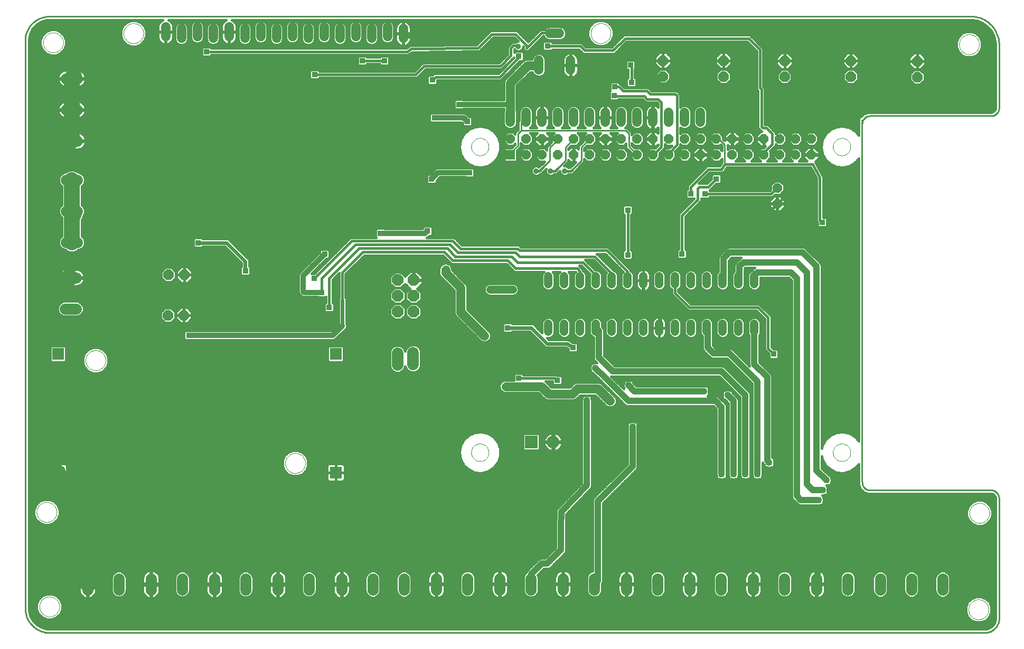
<source format=gbl>
G75*
G70*
%OFA0B0*%
%FSLAX24Y24*%
%IPPOS*%
%LPD*%
%AMOC8*
5,1,8,0,0,1.08239X$1,22.5*
%
%ADD10C,0.0000*%
%ADD11C,0.0100*%
%ADD12R,0.0600X0.0600*%
%ADD13OC8,0.0600*%
%ADD14C,0.0520*%
%ADD15OC8,0.0740*%
%ADD16C,0.0740*%
%ADD17C,0.0705*%
%ADD18R,0.0760X0.0760*%
%ADD19R,0.0800X0.0800*%
%ADD20C,0.0800*%
%ADD21OC8,0.0660*%
%ADD22C,0.0600*%
%ADD23C,0.0240*%
%ADD24C,0.0160*%
%ADD25R,0.0356X0.0356*%
%ADD26C,0.0400*%
%ADD27C,0.1000*%
%ADD28C,0.0860*%
%ADD29R,0.0827X0.0827*%
%ADD30C,0.0320*%
%ADD31C,0.0500*%
%ADD32C,0.0356*%
%ADD33C,0.0560*%
D10*
X004156Y003369D02*
X004158Y003419D01*
X004164Y003469D01*
X004174Y003518D01*
X004188Y003566D01*
X004205Y003613D01*
X004226Y003658D01*
X004251Y003702D01*
X004279Y003743D01*
X004311Y003782D01*
X004345Y003819D01*
X004382Y003853D01*
X004422Y003883D01*
X004464Y003910D01*
X004508Y003934D01*
X004554Y003955D01*
X004601Y003971D01*
X004649Y003984D01*
X004699Y003993D01*
X004748Y003998D01*
X004799Y003999D01*
X004849Y003996D01*
X004898Y003989D01*
X004947Y003978D01*
X004995Y003963D01*
X005041Y003945D01*
X005086Y003923D01*
X005129Y003897D01*
X005170Y003868D01*
X005209Y003836D01*
X005245Y003801D01*
X005277Y003763D01*
X005307Y003723D01*
X005334Y003680D01*
X005357Y003636D01*
X005376Y003590D01*
X005392Y003542D01*
X005404Y003493D01*
X005412Y003444D01*
X005416Y003394D01*
X005416Y003344D01*
X005412Y003294D01*
X005404Y003245D01*
X005392Y003196D01*
X005376Y003148D01*
X005357Y003102D01*
X005334Y003058D01*
X005307Y003015D01*
X005277Y002975D01*
X005245Y002937D01*
X005209Y002902D01*
X005170Y002870D01*
X005129Y002841D01*
X005086Y002815D01*
X005041Y002793D01*
X004995Y002775D01*
X004947Y002760D01*
X004898Y002749D01*
X004849Y002742D01*
X004799Y002739D01*
X004748Y002740D01*
X004699Y002745D01*
X004649Y002754D01*
X004601Y002767D01*
X004554Y002783D01*
X004508Y002804D01*
X004464Y002828D01*
X004422Y002855D01*
X004382Y002885D01*
X004345Y002919D01*
X004311Y002956D01*
X004279Y002995D01*
X004251Y003036D01*
X004226Y003080D01*
X004205Y003125D01*
X004188Y003172D01*
X004174Y003220D01*
X004164Y003269D01*
X004158Y003319D01*
X004156Y003369D01*
X003979Y009334D02*
X003981Y009384D01*
X003987Y009434D01*
X003997Y009483D01*
X004011Y009531D01*
X004028Y009578D01*
X004049Y009623D01*
X004074Y009667D01*
X004102Y009708D01*
X004134Y009747D01*
X004168Y009784D01*
X004205Y009818D01*
X004245Y009848D01*
X004287Y009875D01*
X004331Y009899D01*
X004377Y009920D01*
X004424Y009936D01*
X004472Y009949D01*
X004522Y009958D01*
X004571Y009963D01*
X004622Y009964D01*
X004672Y009961D01*
X004721Y009954D01*
X004770Y009943D01*
X004818Y009928D01*
X004864Y009910D01*
X004909Y009888D01*
X004952Y009862D01*
X004993Y009833D01*
X005032Y009801D01*
X005068Y009766D01*
X005100Y009728D01*
X005130Y009688D01*
X005157Y009645D01*
X005180Y009601D01*
X005199Y009555D01*
X005215Y009507D01*
X005227Y009458D01*
X005235Y009409D01*
X005239Y009359D01*
X005239Y009309D01*
X005235Y009259D01*
X005227Y009210D01*
X005215Y009161D01*
X005199Y009113D01*
X005180Y009067D01*
X005157Y009023D01*
X005130Y008980D01*
X005100Y008940D01*
X005068Y008902D01*
X005032Y008867D01*
X004993Y008835D01*
X004952Y008806D01*
X004909Y008780D01*
X004864Y008758D01*
X004818Y008740D01*
X004770Y008725D01*
X004721Y008714D01*
X004672Y008707D01*
X004622Y008704D01*
X004571Y008705D01*
X004522Y008710D01*
X004472Y008719D01*
X004424Y008732D01*
X004377Y008748D01*
X004331Y008769D01*
X004287Y008793D01*
X004245Y008820D01*
X004205Y008850D01*
X004168Y008884D01*
X004134Y008921D01*
X004102Y008960D01*
X004074Y009001D01*
X004049Y009045D01*
X004028Y009090D01*
X004011Y009137D01*
X003997Y009185D01*
X003987Y009234D01*
X003981Y009284D01*
X003979Y009334D01*
X007070Y018920D02*
X007072Y018970D01*
X007078Y019020D01*
X007088Y019069D01*
X007102Y019117D01*
X007119Y019164D01*
X007140Y019209D01*
X007165Y019253D01*
X007193Y019294D01*
X007225Y019333D01*
X007259Y019370D01*
X007296Y019404D01*
X007336Y019434D01*
X007378Y019461D01*
X007422Y019485D01*
X007468Y019506D01*
X007515Y019522D01*
X007563Y019535D01*
X007613Y019544D01*
X007662Y019549D01*
X007713Y019550D01*
X007763Y019547D01*
X007812Y019540D01*
X007861Y019529D01*
X007909Y019514D01*
X007955Y019496D01*
X008000Y019474D01*
X008043Y019448D01*
X008084Y019419D01*
X008123Y019387D01*
X008159Y019352D01*
X008191Y019314D01*
X008221Y019274D01*
X008248Y019231D01*
X008271Y019187D01*
X008290Y019141D01*
X008306Y019093D01*
X008318Y019044D01*
X008326Y018995D01*
X008330Y018945D01*
X008330Y018895D01*
X008326Y018845D01*
X008318Y018796D01*
X008306Y018747D01*
X008290Y018699D01*
X008271Y018653D01*
X008248Y018609D01*
X008221Y018566D01*
X008191Y018526D01*
X008159Y018488D01*
X008123Y018453D01*
X008084Y018421D01*
X008043Y018392D01*
X008000Y018366D01*
X007955Y018344D01*
X007909Y018326D01*
X007861Y018311D01*
X007812Y018300D01*
X007763Y018293D01*
X007713Y018290D01*
X007662Y018291D01*
X007613Y018296D01*
X007563Y018305D01*
X007515Y018318D01*
X007468Y018334D01*
X007422Y018355D01*
X007378Y018379D01*
X007336Y018406D01*
X007296Y018436D01*
X007259Y018470D01*
X007225Y018507D01*
X007193Y018546D01*
X007165Y018587D01*
X007140Y018631D01*
X007119Y018676D01*
X007102Y018723D01*
X007088Y018771D01*
X007078Y018820D01*
X007072Y018870D01*
X007070Y018920D01*
X019668Y012424D02*
X019670Y012474D01*
X019676Y012524D01*
X019686Y012573D01*
X019700Y012621D01*
X019717Y012668D01*
X019738Y012713D01*
X019763Y012757D01*
X019791Y012798D01*
X019823Y012837D01*
X019857Y012874D01*
X019894Y012908D01*
X019934Y012938D01*
X019976Y012965D01*
X020020Y012989D01*
X020066Y013010D01*
X020113Y013026D01*
X020161Y013039D01*
X020211Y013048D01*
X020260Y013053D01*
X020311Y013054D01*
X020361Y013051D01*
X020410Y013044D01*
X020459Y013033D01*
X020507Y013018D01*
X020553Y013000D01*
X020598Y012978D01*
X020641Y012952D01*
X020682Y012923D01*
X020721Y012891D01*
X020757Y012856D01*
X020789Y012818D01*
X020819Y012778D01*
X020846Y012735D01*
X020869Y012691D01*
X020888Y012645D01*
X020904Y012597D01*
X020916Y012548D01*
X020924Y012499D01*
X020928Y012449D01*
X020928Y012399D01*
X020924Y012349D01*
X020916Y012300D01*
X020904Y012251D01*
X020888Y012203D01*
X020869Y012157D01*
X020846Y012113D01*
X020819Y012070D01*
X020789Y012030D01*
X020757Y011992D01*
X020721Y011957D01*
X020682Y011925D01*
X020641Y011896D01*
X020598Y011870D01*
X020553Y011848D01*
X020507Y011830D01*
X020459Y011815D01*
X020410Y011804D01*
X020361Y011797D01*
X020311Y011794D01*
X020260Y011795D01*
X020211Y011800D01*
X020161Y011809D01*
X020113Y011822D01*
X020066Y011838D01*
X020020Y011859D01*
X019976Y011883D01*
X019934Y011910D01*
X019894Y011940D01*
X019857Y011974D01*
X019823Y012011D01*
X019791Y012050D01*
X019763Y012091D01*
X019738Y012135D01*
X019717Y012180D01*
X019700Y012227D01*
X019686Y012275D01*
X019676Y012324D01*
X019670Y012374D01*
X019668Y012424D01*
X031410Y013105D02*
X031412Y013152D01*
X031418Y013198D01*
X031428Y013244D01*
X031441Y013289D01*
X031459Y013332D01*
X031480Y013374D01*
X031504Y013414D01*
X031532Y013451D01*
X031563Y013486D01*
X031597Y013519D01*
X031633Y013548D01*
X031672Y013574D01*
X031713Y013597D01*
X031756Y013616D01*
X031800Y013632D01*
X031845Y013644D01*
X031891Y013652D01*
X031938Y013656D01*
X031984Y013656D01*
X032031Y013652D01*
X032077Y013644D01*
X032122Y013632D01*
X032166Y013616D01*
X032209Y013597D01*
X032250Y013574D01*
X032289Y013548D01*
X032325Y013519D01*
X032359Y013486D01*
X032390Y013451D01*
X032418Y013414D01*
X032442Y013374D01*
X032463Y013332D01*
X032481Y013289D01*
X032494Y013244D01*
X032504Y013198D01*
X032510Y013152D01*
X032512Y013105D01*
X032510Y013058D01*
X032504Y013012D01*
X032494Y012966D01*
X032481Y012921D01*
X032463Y012878D01*
X032442Y012836D01*
X032418Y012796D01*
X032390Y012759D01*
X032359Y012724D01*
X032325Y012691D01*
X032289Y012662D01*
X032250Y012636D01*
X032209Y012613D01*
X032166Y012594D01*
X032122Y012578D01*
X032077Y012566D01*
X032031Y012558D01*
X031984Y012554D01*
X031938Y012554D01*
X031891Y012558D01*
X031845Y012566D01*
X031800Y012578D01*
X031756Y012594D01*
X031713Y012613D01*
X031672Y012636D01*
X031633Y012662D01*
X031597Y012691D01*
X031563Y012724D01*
X031532Y012759D01*
X031504Y012796D01*
X031480Y012836D01*
X031459Y012878D01*
X031441Y012921D01*
X031428Y012966D01*
X031418Y013012D01*
X031412Y013058D01*
X031410Y013105D01*
X054245Y013105D02*
X054247Y013152D01*
X054253Y013198D01*
X054263Y013244D01*
X054276Y013289D01*
X054294Y013332D01*
X054315Y013374D01*
X054339Y013414D01*
X054367Y013451D01*
X054398Y013486D01*
X054432Y013519D01*
X054468Y013548D01*
X054507Y013574D01*
X054548Y013597D01*
X054591Y013616D01*
X054635Y013632D01*
X054680Y013644D01*
X054726Y013652D01*
X054773Y013656D01*
X054819Y013656D01*
X054866Y013652D01*
X054912Y013644D01*
X054957Y013632D01*
X055001Y013616D01*
X055044Y013597D01*
X055085Y013574D01*
X055124Y013548D01*
X055160Y013519D01*
X055194Y013486D01*
X055225Y013451D01*
X055253Y013414D01*
X055277Y013374D01*
X055298Y013332D01*
X055316Y013289D01*
X055329Y013244D01*
X055339Y013198D01*
X055345Y013152D01*
X055347Y013105D01*
X055345Y013058D01*
X055339Y013012D01*
X055329Y012966D01*
X055316Y012921D01*
X055298Y012878D01*
X055277Y012836D01*
X055253Y012796D01*
X055225Y012759D01*
X055194Y012724D01*
X055160Y012691D01*
X055124Y012662D01*
X055085Y012636D01*
X055044Y012613D01*
X055001Y012594D01*
X054957Y012578D01*
X054912Y012566D01*
X054866Y012558D01*
X054819Y012554D01*
X054773Y012554D01*
X054726Y012558D01*
X054680Y012566D01*
X054635Y012578D01*
X054591Y012594D01*
X054548Y012613D01*
X054507Y012636D01*
X054468Y012662D01*
X054432Y012691D01*
X054398Y012724D01*
X054367Y012759D01*
X054339Y012796D01*
X054315Y012836D01*
X054294Y012878D01*
X054276Y012921D01*
X054263Y012966D01*
X054253Y013012D01*
X054247Y013058D01*
X054245Y013105D01*
X062857Y009274D02*
X062859Y009324D01*
X062865Y009374D01*
X062875Y009423D01*
X062889Y009471D01*
X062906Y009518D01*
X062927Y009563D01*
X062952Y009607D01*
X062980Y009648D01*
X063012Y009687D01*
X063046Y009724D01*
X063083Y009758D01*
X063123Y009788D01*
X063165Y009815D01*
X063209Y009839D01*
X063255Y009860D01*
X063302Y009876D01*
X063350Y009889D01*
X063400Y009898D01*
X063449Y009903D01*
X063500Y009904D01*
X063550Y009901D01*
X063599Y009894D01*
X063648Y009883D01*
X063696Y009868D01*
X063742Y009850D01*
X063787Y009828D01*
X063830Y009802D01*
X063871Y009773D01*
X063910Y009741D01*
X063946Y009706D01*
X063978Y009668D01*
X064008Y009628D01*
X064035Y009585D01*
X064058Y009541D01*
X064077Y009495D01*
X064093Y009447D01*
X064105Y009398D01*
X064113Y009349D01*
X064117Y009299D01*
X064117Y009249D01*
X064113Y009199D01*
X064105Y009150D01*
X064093Y009101D01*
X064077Y009053D01*
X064058Y009007D01*
X064035Y008963D01*
X064008Y008920D01*
X063978Y008880D01*
X063946Y008842D01*
X063910Y008807D01*
X063871Y008775D01*
X063830Y008746D01*
X063787Y008720D01*
X063742Y008698D01*
X063696Y008680D01*
X063648Y008665D01*
X063599Y008654D01*
X063550Y008647D01*
X063500Y008644D01*
X063449Y008645D01*
X063400Y008650D01*
X063350Y008659D01*
X063302Y008672D01*
X063255Y008688D01*
X063209Y008709D01*
X063165Y008733D01*
X063123Y008760D01*
X063083Y008790D01*
X063046Y008824D01*
X063012Y008861D01*
X062980Y008900D01*
X062952Y008941D01*
X062927Y008985D01*
X062906Y009030D01*
X062889Y009077D01*
X062875Y009125D01*
X062865Y009174D01*
X062859Y009224D01*
X062857Y009274D01*
X062798Y003192D02*
X062800Y003242D01*
X062806Y003292D01*
X062816Y003341D01*
X062830Y003389D01*
X062847Y003436D01*
X062868Y003481D01*
X062893Y003525D01*
X062921Y003566D01*
X062953Y003605D01*
X062987Y003642D01*
X063024Y003676D01*
X063064Y003706D01*
X063106Y003733D01*
X063150Y003757D01*
X063196Y003778D01*
X063243Y003794D01*
X063291Y003807D01*
X063341Y003816D01*
X063390Y003821D01*
X063441Y003822D01*
X063491Y003819D01*
X063540Y003812D01*
X063589Y003801D01*
X063637Y003786D01*
X063683Y003768D01*
X063728Y003746D01*
X063771Y003720D01*
X063812Y003691D01*
X063851Y003659D01*
X063887Y003624D01*
X063919Y003586D01*
X063949Y003546D01*
X063976Y003503D01*
X063999Y003459D01*
X064018Y003413D01*
X064034Y003365D01*
X064046Y003316D01*
X064054Y003267D01*
X064058Y003217D01*
X064058Y003167D01*
X064054Y003117D01*
X064046Y003068D01*
X064034Y003019D01*
X064018Y002971D01*
X063999Y002925D01*
X063976Y002881D01*
X063949Y002838D01*
X063919Y002798D01*
X063887Y002760D01*
X063851Y002725D01*
X063812Y002693D01*
X063771Y002664D01*
X063728Y002638D01*
X063683Y002616D01*
X063637Y002598D01*
X063589Y002583D01*
X063540Y002572D01*
X063491Y002565D01*
X063441Y002562D01*
X063390Y002563D01*
X063341Y002568D01*
X063291Y002577D01*
X063243Y002590D01*
X063196Y002606D01*
X063150Y002627D01*
X063106Y002651D01*
X063064Y002678D01*
X063024Y002708D01*
X062987Y002742D01*
X062953Y002779D01*
X062921Y002818D01*
X062893Y002859D01*
X062868Y002903D01*
X062847Y002948D01*
X062830Y002995D01*
X062816Y003043D01*
X062806Y003092D01*
X062800Y003142D01*
X062798Y003192D01*
X054245Y032397D02*
X054247Y032444D01*
X054253Y032490D01*
X054263Y032536D01*
X054276Y032581D01*
X054294Y032624D01*
X054315Y032666D01*
X054339Y032706D01*
X054367Y032743D01*
X054398Y032778D01*
X054432Y032811D01*
X054468Y032840D01*
X054507Y032866D01*
X054548Y032889D01*
X054591Y032908D01*
X054635Y032924D01*
X054680Y032936D01*
X054726Y032944D01*
X054773Y032948D01*
X054819Y032948D01*
X054866Y032944D01*
X054912Y032936D01*
X054957Y032924D01*
X055001Y032908D01*
X055044Y032889D01*
X055085Y032866D01*
X055124Y032840D01*
X055160Y032811D01*
X055194Y032778D01*
X055225Y032743D01*
X055253Y032706D01*
X055277Y032666D01*
X055298Y032624D01*
X055316Y032581D01*
X055329Y032536D01*
X055339Y032490D01*
X055345Y032444D01*
X055347Y032397D01*
X055345Y032350D01*
X055339Y032304D01*
X055329Y032258D01*
X055316Y032213D01*
X055298Y032170D01*
X055277Y032128D01*
X055253Y032088D01*
X055225Y032051D01*
X055194Y032016D01*
X055160Y031983D01*
X055124Y031954D01*
X055085Y031928D01*
X055044Y031905D01*
X055001Y031886D01*
X054957Y031870D01*
X054912Y031858D01*
X054866Y031850D01*
X054819Y031846D01*
X054773Y031846D01*
X054726Y031850D01*
X054680Y031858D01*
X054635Y031870D01*
X054591Y031886D01*
X054548Y031905D01*
X054507Y031928D01*
X054468Y031954D01*
X054432Y031983D01*
X054398Y032016D01*
X054367Y032051D01*
X054339Y032088D01*
X054315Y032128D01*
X054294Y032170D01*
X054276Y032213D01*
X054263Y032258D01*
X054253Y032304D01*
X054247Y032350D01*
X054245Y032397D01*
X062207Y038861D02*
X062209Y038911D01*
X062215Y038961D01*
X062225Y039010D01*
X062239Y039058D01*
X062256Y039105D01*
X062277Y039150D01*
X062302Y039194D01*
X062330Y039235D01*
X062362Y039274D01*
X062396Y039311D01*
X062433Y039345D01*
X062473Y039375D01*
X062515Y039402D01*
X062559Y039426D01*
X062605Y039447D01*
X062652Y039463D01*
X062700Y039476D01*
X062750Y039485D01*
X062799Y039490D01*
X062850Y039491D01*
X062900Y039488D01*
X062949Y039481D01*
X062998Y039470D01*
X063046Y039455D01*
X063092Y039437D01*
X063137Y039415D01*
X063180Y039389D01*
X063221Y039360D01*
X063260Y039328D01*
X063296Y039293D01*
X063328Y039255D01*
X063358Y039215D01*
X063385Y039172D01*
X063408Y039128D01*
X063427Y039082D01*
X063443Y039034D01*
X063455Y038985D01*
X063463Y038936D01*
X063467Y038886D01*
X063467Y038836D01*
X063463Y038786D01*
X063455Y038737D01*
X063443Y038688D01*
X063427Y038640D01*
X063408Y038594D01*
X063385Y038550D01*
X063358Y038507D01*
X063328Y038467D01*
X063296Y038429D01*
X063260Y038394D01*
X063221Y038362D01*
X063180Y038333D01*
X063137Y038307D01*
X063092Y038285D01*
X063046Y038267D01*
X062998Y038252D01*
X062949Y038241D01*
X062900Y038234D01*
X062850Y038231D01*
X062799Y038232D01*
X062750Y038237D01*
X062700Y038246D01*
X062652Y038259D01*
X062605Y038275D01*
X062559Y038296D01*
X062515Y038320D01*
X062473Y038347D01*
X062433Y038377D01*
X062396Y038411D01*
X062362Y038448D01*
X062330Y038487D01*
X062302Y038528D01*
X062277Y038572D01*
X062256Y038617D01*
X062239Y038664D01*
X062225Y038712D01*
X062215Y038761D01*
X062209Y038811D01*
X062207Y038861D01*
X038951Y039560D02*
X038953Y039610D01*
X038959Y039660D01*
X038969Y039709D01*
X038983Y039757D01*
X039000Y039804D01*
X039021Y039849D01*
X039046Y039893D01*
X039074Y039934D01*
X039106Y039973D01*
X039140Y040010D01*
X039177Y040044D01*
X039217Y040074D01*
X039259Y040101D01*
X039303Y040125D01*
X039349Y040146D01*
X039396Y040162D01*
X039444Y040175D01*
X039494Y040184D01*
X039543Y040189D01*
X039594Y040190D01*
X039644Y040187D01*
X039693Y040180D01*
X039742Y040169D01*
X039790Y040154D01*
X039836Y040136D01*
X039881Y040114D01*
X039924Y040088D01*
X039965Y040059D01*
X040004Y040027D01*
X040040Y039992D01*
X040072Y039954D01*
X040102Y039914D01*
X040129Y039871D01*
X040152Y039827D01*
X040171Y039781D01*
X040187Y039733D01*
X040199Y039684D01*
X040207Y039635D01*
X040211Y039585D01*
X040211Y039535D01*
X040207Y039485D01*
X040199Y039436D01*
X040187Y039387D01*
X040171Y039339D01*
X040152Y039293D01*
X040129Y039249D01*
X040102Y039206D01*
X040072Y039166D01*
X040040Y039128D01*
X040004Y039093D01*
X039965Y039061D01*
X039924Y039032D01*
X039881Y039006D01*
X039836Y038984D01*
X039790Y038966D01*
X039742Y038951D01*
X039693Y038940D01*
X039644Y038933D01*
X039594Y038930D01*
X039543Y038931D01*
X039494Y038936D01*
X039444Y038945D01*
X039396Y038958D01*
X039349Y038974D01*
X039303Y038995D01*
X039259Y039019D01*
X039217Y039046D01*
X039177Y039076D01*
X039140Y039110D01*
X039106Y039147D01*
X039074Y039186D01*
X039046Y039227D01*
X039021Y039271D01*
X039000Y039316D01*
X038983Y039363D01*
X038969Y039411D01*
X038959Y039460D01*
X038953Y039510D01*
X038951Y039560D01*
X031410Y032397D02*
X031412Y032444D01*
X031418Y032490D01*
X031428Y032536D01*
X031441Y032581D01*
X031459Y032624D01*
X031480Y032666D01*
X031504Y032706D01*
X031532Y032743D01*
X031563Y032778D01*
X031597Y032811D01*
X031633Y032840D01*
X031672Y032866D01*
X031713Y032889D01*
X031756Y032908D01*
X031800Y032924D01*
X031845Y032936D01*
X031891Y032944D01*
X031938Y032948D01*
X031984Y032948D01*
X032031Y032944D01*
X032077Y032936D01*
X032122Y032924D01*
X032166Y032908D01*
X032209Y032889D01*
X032250Y032866D01*
X032289Y032840D01*
X032325Y032811D01*
X032359Y032778D01*
X032390Y032743D01*
X032418Y032706D01*
X032442Y032666D01*
X032463Y032624D01*
X032481Y032581D01*
X032494Y032536D01*
X032504Y032490D01*
X032510Y032444D01*
X032512Y032397D01*
X032510Y032350D01*
X032504Y032304D01*
X032494Y032258D01*
X032481Y032213D01*
X032463Y032170D01*
X032442Y032128D01*
X032418Y032088D01*
X032390Y032051D01*
X032359Y032016D01*
X032325Y031983D01*
X032289Y031954D01*
X032250Y031928D01*
X032209Y031905D01*
X032166Y031886D01*
X032122Y031870D01*
X032077Y031858D01*
X032031Y031850D01*
X031984Y031846D01*
X031938Y031846D01*
X031891Y031850D01*
X031845Y031858D01*
X031800Y031870D01*
X031756Y031886D01*
X031713Y031905D01*
X031672Y031928D01*
X031633Y031954D01*
X031597Y031983D01*
X031563Y032016D01*
X031532Y032051D01*
X031504Y032088D01*
X031480Y032128D01*
X031459Y032170D01*
X031441Y032213D01*
X031428Y032258D01*
X031418Y032304D01*
X031412Y032350D01*
X031410Y032397D01*
X009463Y039556D02*
X009465Y039606D01*
X009471Y039656D01*
X009481Y039705D01*
X009495Y039753D01*
X009512Y039800D01*
X009533Y039845D01*
X009558Y039889D01*
X009586Y039930D01*
X009618Y039969D01*
X009652Y040006D01*
X009689Y040040D01*
X009729Y040070D01*
X009771Y040097D01*
X009815Y040121D01*
X009861Y040142D01*
X009908Y040158D01*
X009956Y040171D01*
X010006Y040180D01*
X010055Y040185D01*
X010106Y040186D01*
X010156Y040183D01*
X010205Y040176D01*
X010254Y040165D01*
X010302Y040150D01*
X010348Y040132D01*
X010393Y040110D01*
X010436Y040084D01*
X010477Y040055D01*
X010516Y040023D01*
X010552Y039988D01*
X010584Y039950D01*
X010614Y039910D01*
X010641Y039867D01*
X010664Y039823D01*
X010683Y039777D01*
X010699Y039729D01*
X010711Y039680D01*
X010719Y039631D01*
X010723Y039581D01*
X010723Y039531D01*
X010719Y039481D01*
X010711Y039432D01*
X010699Y039383D01*
X010683Y039335D01*
X010664Y039289D01*
X010641Y039245D01*
X010614Y039202D01*
X010584Y039162D01*
X010552Y039124D01*
X010516Y039089D01*
X010477Y039057D01*
X010436Y039028D01*
X010393Y039002D01*
X010348Y038980D01*
X010302Y038962D01*
X010254Y038947D01*
X010205Y038936D01*
X010156Y038929D01*
X010106Y038926D01*
X010055Y038927D01*
X010006Y038932D01*
X009956Y038941D01*
X009908Y038954D01*
X009861Y038970D01*
X009815Y038991D01*
X009771Y039015D01*
X009729Y039042D01*
X009689Y039072D01*
X009652Y039106D01*
X009618Y039143D01*
X009586Y039182D01*
X009558Y039223D01*
X009533Y039267D01*
X009512Y039312D01*
X009495Y039359D01*
X009481Y039407D01*
X009471Y039456D01*
X009465Y039506D01*
X009463Y039556D01*
X004393Y038979D02*
X004395Y039029D01*
X004401Y039079D01*
X004411Y039128D01*
X004425Y039176D01*
X004442Y039223D01*
X004463Y039268D01*
X004488Y039312D01*
X004516Y039353D01*
X004548Y039392D01*
X004582Y039429D01*
X004619Y039463D01*
X004659Y039493D01*
X004701Y039520D01*
X004745Y039544D01*
X004791Y039565D01*
X004838Y039581D01*
X004886Y039594D01*
X004936Y039603D01*
X004985Y039608D01*
X005036Y039609D01*
X005086Y039606D01*
X005135Y039599D01*
X005184Y039588D01*
X005232Y039573D01*
X005278Y039555D01*
X005323Y039533D01*
X005366Y039507D01*
X005407Y039478D01*
X005446Y039446D01*
X005482Y039411D01*
X005514Y039373D01*
X005544Y039333D01*
X005571Y039290D01*
X005594Y039246D01*
X005613Y039200D01*
X005629Y039152D01*
X005641Y039103D01*
X005649Y039054D01*
X005653Y039004D01*
X005653Y038954D01*
X005649Y038904D01*
X005641Y038855D01*
X005629Y038806D01*
X005613Y038758D01*
X005594Y038712D01*
X005571Y038668D01*
X005544Y038625D01*
X005514Y038585D01*
X005482Y038547D01*
X005446Y038512D01*
X005407Y038480D01*
X005366Y038451D01*
X005323Y038425D01*
X005278Y038403D01*
X005232Y038385D01*
X005184Y038370D01*
X005135Y038359D01*
X005086Y038352D01*
X005036Y038349D01*
X004985Y038350D01*
X004936Y038355D01*
X004886Y038364D01*
X004838Y038377D01*
X004791Y038393D01*
X004745Y038414D01*
X004701Y038438D01*
X004659Y038465D01*
X004619Y038495D01*
X004582Y038529D01*
X004548Y038566D01*
X004516Y038605D01*
X004488Y038646D01*
X004463Y038690D01*
X004442Y038735D01*
X004425Y038782D01*
X004411Y038830D01*
X004401Y038879D01*
X004395Y038929D01*
X004393Y038979D01*
D11*
X003258Y039006D02*
X003254Y039082D01*
X003255Y039157D01*
X003259Y039232D01*
X003266Y039307D01*
X003278Y039381D01*
X003293Y039455D01*
X003312Y039527D01*
X003334Y039599D01*
X003360Y039670D01*
X003389Y039739D01*
X003422Y039807D01*
X003458Y039873D01*
X003498Y039937D01*
X003540Y039999D01*
X003586Y040058D01*
X003634Y040116D01*
X003685Y040171D01*
X003739Y040223D01*
X003796Y040273D01*
X003854Y040320D01*
X003916Y040364D01*
X003979Y040404D01*
X004044Y040442D01*
X004111Y040476D01*
X004179Y040507D01*
X004249Y040534D01*
X004321Y040558D01*
X004393Y040579D01*
X004466Y040595D01*
X004540Y040608D01*
X004615Y040618D01*
X004690Y040623D01*
X004765Y040625D01*
X062785Y040625D01*
X062786Y040624D02*
X062872Y040630D01*
X062958Y040631D01*
X063044Y040628D01*
X063129Y040621D01*
X063215Y040609D01*
X063299Y040594D01*
X063383Y040574D01*
X063466Y040551D01*
X063548Y040524D01*
X063628Y040492D01*
X063706Y040457D01*
X063783Y040418D01*
X063858Y040375D01*
X063930Y040329D01*
X064001Y040280D01*
X064068Y040227D01*
X064134Y040170D01*
X064196Y040111D01*
X064255Y040049D01*
X064312Y039984D01*
X064365Y039916D01*
X064415Y039846D01*
X064461Y039774D01*
X064504Y039699D01*
X064543Y039622D01*
X064579Y039544D01*
X064611Y039464D01*
X064638Y039383D01*
X064662Y039300D01*
X064682Y039216D01*
X064697Y039131D01*
X064709Y039046D01*
X064717Y038960D01*
X064720Y038874D01*
X064719Y038875D02*
X064719Y034847D01*
X064717Y034803D01*
X064711Y034760D01*
X064702Y034718D01*
X064689Y034676D01*
X064672Y034636D01*
X064652Y034597D01*
X064629Y034560D01*
X064602Y034526D01*
X064573Y034493D01*
X064540Y034464D01*
X064506Y034437D01*
X064469Y034414D01*
X064430Y034394D01*
X064390Y034377D01*
X064348Y034364D01*
X064306Y034355D01*
X064263Y034349D01*
X064219Y034347D01*
X056584Y034347D01*
X056540Y034345D01*
X056497Y034339D01*
X056455Y034330D01*
X056413Y034317D01*
X056373Y034300D01*
X056334Y034280D01*
X056297Y034257D01*
X056263Y034230D01*
X056230Y034201D01*
X056201Y034168D01*
X056174Y034134D01*
X056151Y034097D01*
X056131Y034058D01*
X056114Y034018D01*
X056101Y033976D01*
X056092Y033934D01*
X056086Y033891D01*
X056084Y033847D01*
X056080Y034092D02*
X056080Y011258D01*
X056084Y011222D02*
X056086Y011178D01*
X056092Y011135D01*
X056101Y011093D01*
X056114Y011051D01*
X056131Y011011D01*
X056151Y010972D01*
X056174Y010935D01*
X056201Y010901D01*
X056230Y010868D01*
X056263Y010839D01*
X056297Y010812D01*
X056334Y010789D01*
X056373Y010769D01*
X056413Y010752D01*
X056455Y010739D01*
X056497Y010730D01*
X056540Y010724D01*
X056584Y010722D01*
X064219Y010722D01*
X064263Y010720D01*
X064306Y010714D01*
X064348Y010705D01*
X064390Y010692D01*
X064430Y010675D01*
X064469Y010655D01*
X064506Y010632D01*
X064540Y010605D01*
X064573Y010576D01*
X064602Y010543D01*
X064629Y010509D01*
X064652Y010472D01*
X064672Y010433D01*
X064689Y010393D01*
X064702Y010351D01*
X064711Y010309D01*
X064717Y010266D01*
X064719Y010222D01*
X064719Y002764D01*
X064719Y002771D02*
X064725Y002712D01*
X064727Y002654D01*
X064725Y002595D01*
X064720Y002537D01*
X064711Y002479D01*
X064699Y002422D01*
X064683Y002365D01*
X064663Y002310D01*
X064640Y002256D01*
X064613Y002204D01*
X064584Y002154D01*
X064551Y002105D01*
X064515Y002059D01*
X064476Y002015D01*
X064435Y001973D01*
X064391Y001934D01*
X064345Y001898D01*
X064296Y001865D01*
X064246Y001836D01*
X064194Y001809D01*
X064140Y001786D01*
X064085Y001766D01*
X064028Y001750D01*
X063971Y001737D01*
X063913Y001728D01*
X063855Y001723D01*
X063855Y001722D02*
X004837Y001722D01*
X004456Y001743D02*
X040956Y001743D01*
X004837Y001722D02*
X004760Y001723D01*
X004683Y001727D01*
X004606Y001735D01*
X004530Y001747D01*
X004454Y001763D01*
X004379Y001782D01*
X004306Y001805D01*
X004233Y001832D01*
X004162Y001862D01*
X004093Y001896D01*
X004025Y001933D01*
X003959Y001974D01*
X003896Y002018D01*
X003834Y002065D01*
X003775Y002114D01*
X003719Y002167D01*
X003665Y002223D01*
X003614Y002281D01*
X003567Y002341D01*
X003522Y002404D01*
X003480Y002469D01*
X003442Y002536D01*
X003407Y002605D01*
X003375Y002675D01*
X003347Y002747D01*
X003323Y002821D01*
X003302Y002895D01*
X003285Y002970D01*
X003272Y003046D01*
X003262Y003123D01*
X003257Y003200D01*
X003255Y003277D01*
X003257Y003355D01*
X003258Y003354D02*
X003258Y039002D01*
X033879Y031998D02*
X034359Y032477D01*
X034359Y033227D01*
X034559Y033427D01*
X034559Y033944D01*
X034561Y033951D02*
X034865Y034255D01*
X034562Y033951D02*
X034560Y033948D01*
X034559Y033944D01*
X034559Y033427D02*
X041159Y033427D01*
X041359Y033227D01*
X041359Y032417D01*
X041879Y031897D01*
X038879Y032897D02*
X038878Y032897D01*
X038359Y032377D01*
X038359Y031527D01*
X037809Y030977D01*
X037359Y031527D02*
X036859Y031027D01*
X037359Y031527D02*
X037359Y032377D01*
X037878Y032897D01*
X037879Y032897D01*
X036879Y032848D02*
X036359Y032327D01*
X036359Y031527D01*
X035934Y031102D01*
X035859Y031027D01*
X033879Y031897D02*
X033879Y031998D01*
X046879Y032897D02*
X047039Y032897D01*
X047409Y032527D01*
X047409Y031302D01*
D12*
X033879Y031897D03*
D13*
X033879Y032897D03*
X034879Y032897D03*
X035879Y032897D03*
X036879Y032897D03*
X037879Y032897D03*
X038879Y032897D03*
X039879Y032897D03*
X040879Y032897D03*
X041879Y032897D03*
X042879Y032897D03*
X043879Y032897D03*
X044879Y032897D03*
X045879Y032897D03*
X046879Y032897D03*
X047879Y032897D03*
X048879Y032897D03*
X049879Y032897D03*
X050879Y032897D03*
X051879Y032897D03*
X052879Y032897D03*
X052879Y031897D03*
X051879Y031897D03*
X050879Y031897D03*
X049879Y031897D03*
X048879Y031897D03*
X047879Y031897D03*
X046879Y031897D03*
X045879Y031897D03*
X044879Y031897D03*
X043879Y031897D03*
X042879Y031897D03*
X041879Y031897D03*
X040879Y031897D03*
X039879Y031897D03*
X038879Y031897D03*
X037879Y031897D03*
X036879Y031897D03*
X035879Y031897D03*
X034879Y031897D03*
X050726Y029808D03*
X050726Y028808D03*
D14*
X049271Y024237D02*
X049271Y023717D01*
X048271Y023717D02*
X048271Y024237D01*
X047271Y024237D02*
X047271Y023717D01*
X046271Y023717D02*
X046271Y024237D01*
X045271Y024237D02*
X045271Y023717D01*
X044271Y023717D02*
X044271Y024237D01*
X043271Y024237D02*
X043271Y023717D01*
X042271Y023717D02*
X042271Y024237D01*
X041271Y024237D02*
X041271Y023717D01*
X040271Y023717D02*
X040271Y024237D01*
X039271Y024237D02*
X039271Y023717D01*
X038271Y023717D02*
X038271Y024237D01*
X037271Y024237D02*
X037271Y023717D01*
X036271Y023717D02*
X036271Y024237D01*
X036271Y021237D02*
X036271Y020717D01*
X037271Y020717D02*
X037271Y021237D01*
X038271Y021237D02*
X038271Y020717D01*
X039271Y020717D02*
X039271Y021237D01*
X040271Y021237D02*
X040271Y020717D01*
X041271Y020717D02*
X041271Y021237D01*
X042271Y021237D02*
X042271Y020717D01*
X043271Y020717D02*
X043271Y021237D01*
X044271Y021237D02*
X044271Y020717D01*
X045271Y020717D02*
X045271Y021237D01*
X046271Y021237D02*
X046271Y020717D01*
X047271Y020717D02*
X047271Y021237D01*
X048271Y021237D02*
X048271Y020717D01*
X049271Y020717D02*
X049271Y021237D01*
D15*
X027765Y021981D03*
X026765Y021981D03*
X026765Y022981D03*
X027765Y022981D03*
X027765Y023981D03*
X026765Y023981D03*
D16*
X026751Y019378D02*
X026751Y018638D01*
X027734Y018657D02*
X027734Y019397D01*
D17*
X006470Y022168D02*
X005765Y022168D01*
X005765Y024137D02*
X006470Y024137D01*
X006545Y026365D02*
X005840Y026365D01*
X005840Y028334D02*
X006545Y028334D01*
X006545Y030302D02*
X005840Y030302D01*
X005840Y032767D02*
X006545Y032767D01*
X006545Y034735D02*
X005840Y034735D01*
X005840Y036704D02*
X006545Y036704D01*
X007200Y005136D02*
X007200Y004431D01*
X009168Y004431D02*
X009168Y005136D01*
X011200Y005136D02*
X011200Y004431D01*
X013168Y004431D02*
X013168Y005136D01*
X015200Y005136D02*
X015200Y004431D01*
X017168Y004431D02*
X017168Y005136D01*
X019200Y005136D02*
X019200Y004431D01*
X021168Y004431D02*
X021168Y005136D01*
X023225Y005133D02*
X023225Y004428D01*
X025194Y004428D02*
X025194Y005133D01*
X027162Y005133D02*
X027162Y004428D01*
X029210Y004436D02*
X029210Y005141D01*
X031178Y005141D02*
X031178Y004436D01*
X033210Y004436D02*
X033210Y005141D01*
X035178Y005141D02*
X035178Y004436D01*
X037210Y004436D02*
X037210Y005141D01*
X039178Y005141D02*
X039178Y004436D01*
X041210Y004436D02*
X041210Y005141D01*
X043178Y005141D02*
X043178Y004436D01*
X045210Y004436D02*
X045210Y005141D01*
X047178Y005141D02*
X047178Y004436D01*
X049210Y004436D02*
X049210Y005141D01*
X051178Y005141D02*
X051178Y004436D01*
X053210Y004436D02*
X053210Y005141D01*
X055178Y005141D02*
X055178Y004436D01*
X057225Y004428D02*
X057225Y005133D01*
X059194Y005133D02*
X059194Y004428D01*
X061162Y004428D02*
X061162Y005133D01*
D18*
X022857Y011834D03*
X022857Y019314D03*
X005337Y019314D03*
X005337Y011834D03*
D19*
X035200Y013763D03*
D20*
X036578Y013763D03*
D21*
X013271Y021763D03*
X012271Y021763D03*
X012294Y024321D03*
X013294Y024321D03*
X043510Y036844D03*
X043510Y037844D03*
X047330Y037837D03*
X047330Y036837D03*
X051184Y036822D03*
X051184Y037822D03*
X055359Y037831D03*
X055359Y036831D03*
X059556Y036804D03*
X059556Y037804D03*
D22*
X045865Y034555D02*
X045865Y033955D01*
X044865Y033955D02*
X044865Y034555D01*
X043865Y034555D02*
X043865Y033955D01*
X042865Y033955D02*
X042865Y034555D01*
X041865Y034555D02*
X041865Y033955D01*
X040865Y033955D02*
X040865Y034555D01*
X039865Y034555D02*
X039865Y033955D01*
X038865Y033955D02*
X038865Y034555D01*
X037865Y034555D02*
X037865Y033955D01*
X036865Y033955D02*
X036865Y034555D01*
X035865Y034555D02*
X035865Y033955D01*
X034865Y033955D02*
X034865Y034555D01*
X033865Y034555D02*
X033865Y033955D01*
X035675Y037251D02*
X035675Y037851D01*
X037675Y037851D02*
X037675Y037251D01*
X036975Y039551D02*
X036375Y039551D01*
X027115Y039247D02*
X027115Y039847D01*
X026115Y039947D02*
X026115Y039347D01*
X025115Y039247D02*
X025115Y039847D01*
X024115Y039947D02*
X024115Y039347D01*
X023115Y039247D02*
X023115Y039847D01*
X022115Y039947D02*
X022115Y039347D01*
X021115Y039247D02*
X021115Y039847D01*
X020115Y039947D02*
X020115Y039347D01*
X019115Y039247D02*
X019115Y039847D01*
X018115Y039947D02*
X018115Y039347D01*
X017115Y039247D02*
X017115Y039847D01*
X016115Y039947D02*
X016115Y039347D01*
X015115Y039247D02*
X015115Y039847D01*
X014115Y039947D02*
X014115Y039347D01*
X013115Y039247D02*
X013115Y039847D01*
X012115Y039947D02*
X012115Y039347D01*
D23*
X014177Y026346D02*
X015967Y026346D01*
X017139Y025174D01*
X017139Y024581D01*
X017152Y024568D01*
X023271Y022739D02*
X023271Y021086D01*
X033709Y020972D02*
X035209Y020972D01*
X036209Y019972D01*
X037459Y019972D01*
X037834Y019722D01*
X042271Y023165D02*
X043334Y022102D01*
X043334Y021040D01*
X043271Y020977D01*
X042271Y023165D02*
X042271Y023977D01*
D24*
X003570Y002810D02*
X003741Y002493D01*
X003992Y002233D01*
X004304Y002052D01*
X004607Y001973D01*
X041051Y001973D01*
X041072Y001952D01*
X063844Y001952D01*
X063955Y001968D01*
X064166Y002055D01*
X064338Y002205D01*
X064452Y002402D01*
X064497Y002626D01*
X064495Y002663D01*
X064489Y002668D01*
X064489Y002755D01*
X064479Y002835D01*
X064489Y002849D01*
X064489Y010222D01*
X064484Y010275D01*
X064444Y010372D01*
X064369Y010447D01*
X064272Y010487D01*
X064219Y010492D01*
X056438Y010492D01*
X056170Y010603D01*
X056170Y010603D01*
X055965Y010809D01*
X055854Y011077D01*
X055854Y011077D01*
X055854Y011159D01*
X055850Y011162D01*
X055850Y012370D01*
X055677Y012148D01*
X055319Y011914D01*
X054904Y011809D01*
X054477Y011845D01*
X054085Y012016D01*
X053770Y012306D01*
X053566Y012683D01*
X053539Y012848D01*
X053539Y012109D01*
X053992Y011655D01*
X054066Y011655D01*
X054142Y011579D01*
X054142Y011466D01*
X054164Y011413D01*
X054164Y011282D01*
X054142Y011229D01*
X054142Y011115D01*
X054066Y011039D01*
X053952Y011039D01*
X053899Y011017D01*
X053829Y011017D01*
X053892Y010954D01*
X053892Y010841D01*
X053914Y010788D01*
X053914Y010657D01*
X053892Y010604D01*
X053892Y010490D01*
X053816Y010414D01*
X053702Y010414D01*
X053649Y010392D01*
X053579Y010392D01*
X053642Y010329D01*
X053642Y010216D01*
X053664Y010163D01*
X053664Y010032D01*
X053642Y009979D01*
X053642Y009865D01*
X053566Y009789D01*
X053452Y009789D01*
X053399Y009767D01*
X052143Y009767D01*
X052022Y009818D01*
X051772Y010068D01*
X051679Y010160D01*
X051629Y010282D01*
X051629Y023961D01*
X051447Y024142D01*
X049664Y024142D01*
X049664Y023974D01*
X049661Y023968D01*
X049661Y023640D01*
X049602Y023496D01*
X049492Y023387D01*
X049349Y023327D01*
X049193Y023327D01*
X049050Y023387D01*
X048940Y023496D01*
X048881Y023640D01*
X048881Y024315D01*
X048940Y024458D01*
X049050Y024568D01*
X049114Y024594D01*
X049147Y024627D01*
X049272Y024752D01*
X049308Y024767D01*
X048720Y024767D01*
X048664Y024711D01*
X048664Y023974D01*
X048661Y023968D01*
X048661Y023640D01*
X048602Y023496D01*
X048492Y023387D01*
X048349Y023327D01*
X048193Y023327D01*
X048050Y023387D01*
X047940Y023496D01*
X047881Y023640D01*
X047881Y024315D01*
X047940Y024458D01*
X048004Y024521D01*
X048004Y024913D01*
X048054Y025034D01*
X048147Y025127D01*
X048397Y025377D01*
X048433Y025392D01*
X047845Y025392D01*
X047664Y025211D01*
X047664Y023974D01*
X047661Y023968D01*
X047661Y023640D01*
X047602Y023496D01*
X047492Y023387D01*
X047349Y023327D01*
X047193Y023327D01*
X047050Y023387D01*
X046940Y023496D01*
X046881Y023640D01*
X046881Y024315D01*
X046940Y024458D01*
X047004Y024521D01*
X047004Y025413D01*
X047054Y025534D01*
X047147Y025627D01*
X047522Y026002D01*
X047643Y026052D01*
X052399Y026052D01*
X052520Y026002D01*
X052613Y025909D01*
X053488Y025034D01*
X053539Y024913D01*
X053539Y013362D01*
X053566Y013527D01*
X053770Y013904D01*
X054085Y014194D01*
X054477Y014366D01*
X054904Y014401D01*
X055319Y014296D01*
X055677Y014062D01*
X055850Y013840D01*
X055850Y031662D01*
X055677Y031440D01*
X055319Y031206D01*
X054904Y031101D01*
X054477Y031136D01*
X054085Y031308D01*
X053770Y031598D01*
X053566Y031974D01*
X053496Y032397D01*
X053566Y032819D01*
X053770Y033195D01*
X054085Y033485D01*
X054477Y033657D01*
X054904Y033693D01*
X055319Y033587D01*
X055677Y033353D01*
X055850Y033131D01*
X055850Y034188D01*
X055984Y034322D01*
X056026Y034322D01*
X056170Y034466D01*
X056170Y034466D01*
X056438Y034577D01*
X064219Y034577D01*
X064272Y034583D01*
X064369Y034623D01*
X064444Y034697D01*
X064484Y034795D01*
X064489Y034847D01*
X064489Y038872D01*
X064476Y039053D01*
X064387Y039405D01*
X064218Y039727D01*
X063979Y040000D01*
X063683Y040211D01*
X063346Y040347D01*
X062987Y040401D01*
X062884Y040398D01*
X062881Y040395D01*
X062795Y040395D01*
X062710Y040388D01*
X062701Y040395D01*
X016290Y040395D01*
X016299Y040392D01*
X016366Y040358D01*
X016428Y040313D01*
X016481Y040260D01*
X016525Y040199D01*
X016560Y040131D01*
X016583Y040059D01*
X016595Y039985D01*
X016595Y039667D01*
X016135Y039667D01*
X016135Y039627D01*
X016595Y039627D01*
X016595Y039309D01*
X016583Y039235D01*
X016560Y039163D01*
X016525Y039095D01*
X016481Y039034D01*
X016428Y038981D01*
X016366Y038937D01*
X016299Y038902D01*
X016227Y038879D01*
X016153Y038867D01*
X016135Y038867D01*
X016135Y039627D01*
X016095Y039627D01*
X016095Y038867D01*
X016077Y038867D01*
X016002Y038879D01*
X015931Y038902D01*
X015863Y038937D01*
X015802Y038981D01*
X015749Y039034D01*
X015704Y039095D01*
X015670Y039163D01*
X015647Y039235D01*
X015635Y039309D01*
X015635Y039627D01*
X016095Y039627D01*
X016095Y039667D01*
X015635Y039667D01*
X015635Y039985D01*
X015647Y040059D01*
X015670Y040131D01*
X015704Y040199D01*
X015749Y040260D01*
X015802Y040313D01*
X015863Y040358D01*
X015931Y040392D01*
X015940Y040395D01*
X012290Y040395D01*
X012299Y040392D01*
X012366Y040358D01*
X012428Y040313D01*
X012481Y040260D01*
X012525Y040199D01*
X012560Y040131D01*
X012583Y040059D01*
X012595Y039985D01*
X012595Y039667D01*
X012135Y039667D01*
X012135Y039627D01*
X012595Y039627D01*
X012595Y039309D01*
X012583Y039235D01*
X012560Y039163D01*
X012525Y039095D01*
X012481Y039034D01*
X012428Y038981D01*
X012366Y038937D01*
X012299Y038902D01*
X012227Y038879D01*
X012153Y038867D01*
X012135Y038867D01*
X012135Y039627D01*
X012095Y039627D01*
X012095Y038867D01*
X012077Y038867D01*
X012002Y038879D01*
X011931Y038902D01*
X011863Y038937D01*
X011802Y038981D01*
X011749Y039034D01*
X011704Y039095D01*
X011670Y039163D01*
X011647Y039235D01*
X011635Y039309D01*
X011635Y039627D01*
X012095Y039627D01*
X012095Y039667D01*
X011635Y039667D01*
X011635Y039985D01*
X011647Y040059D01*
X011670Y040131D01*
X011704Y040199D01*
X011749Y040260D01*
X011802Y040313D01*
X011863Y040358D01*
X011931Y040392D01*
X011940Y040395D01*
X004860Y040395D01*
X004860Y040395D01*
X004767Y040395D01*
X004765Y040395D01*
X004590Y040383D01*
X004254Y040289D01*
X003955Y040107D01*
X003717Y039851D01*
X003557Y039540D01*
X003487Y039198D01*
X003487Y039098D01*
X003488Y039097D01*
X003488Y039015D01*
X003494Y038928D01*
X003488Y038921D01*
X003488Y003443D01*
X003492Y003437D01*
X003488Y003348D01*
X003488Y003324D01*
X003490Y003162D01*
X003570Y002810D01*
X003552Y002887D02*
X004123Y002887D01*
X004100Y002910D02*
X004328Y002682D01*
X004625Y002559D01*
X004947Y002559D01*
X005245Y002682D01*
X005473Y002910D01*
X005596Y003208D01*
X005596Y003530D01*
X005473Y003828D01*
X005245Y004056D01*
X004947Y004179D01*
X004625Y004179D01*
X004328Y004056D01*
X004100Y003828D01*
X003976Y003530D01*
X003976Y003208D01*
X004100Y002910D01*
X004044Y003046D02*
X003517Y003046D01*
X003490Y003204D02*
X003978Y003204D01*
X003976Y003363D02*
X003488Y003363D01*
X003488Y003521D02*
X003976Y003521D01*
X004038Y003680D02*
X003488Y003680D01*
X003488Y003838D02*
X004110Y003838D01*
X004268Y003997D02*
X003488Y003997D01*
X003488Y004155D02*
X004568Y004155D01*
X005005Y004155D02*
X006743Y004155D01*
X006744Y004152D02*
X006794Y004084D01*
X006853Y004025D01*
X006921Y003975D01*
X006995Y003937D01*
X007075Y003911D01*
X007158Y003898D01*
X007162Y003898D01*
X007162Y004746D01*
X006667Y004746D01*
X006667Y004389D01*
X006680Y004306D01*
X006706Y004226D01*
X006744Y004152D01*
X006679Y004314D02*
X003488Y004314D01*
X003488Y004472D02*
X006667Y004472D01*
X006667Y004631D02*
X003488Y004631D01*
X003488Y004789D02*
X007162Y004789D01*
X007162Y004821D02*
X007162Y004746D01*
X007237Y004746D01*
X007237Y003898D01*
X007242Y003898D01*
X007324Y003911D01*
X007404Y003937D01*
X007479Y003975D01*
X007547Y004025D01*
X007606Y004084D01*
X007655Y004152D01*
X007693Y004226D01*
X007719Y004306D01*
X007732Y004389D01*
X007732Y004746D01*
X007237Y004746D01*
X007237Y004821D01*
X007162Y004821D01*
X006667Y004821D01*
X006667Y005178D01*
X006680Y005261D01*
X006706Y005340D01*
X006744Y005415D01*
X006794Y005483D01*
X006853Y005542D01*
X006921Y005591D01*
X006995Y005629D01*
X007075Y005655D01*
X007158Y005668D01*
X007162Y005668D01*
X007162Y004821D01*
X007237Y004821D02*
X007237Y005668D01*
X007242Y005668D01*
X007324Y005655D01*
X007404Y005629D01*
X007479Y005591D01*
X007547Y005542D01*
X007606Y005483D01*
X007655Y005415D01*
X007693Y005340D01*
X007719Y005261D01*
X007732Y005178D01*
X007732Y004821D01*
X007237Y004821D01*
X007237Y004789D02*
X008686Y004789D01*
X008686Y004631D02*
X007732Y004631D01*
X007732Y004472D02*
X008686Y004472D01*
X008686Y004335D02*
X008759Y004158D01*
X008895Y004022D01*
X009072Y003948D01*
X009264Y003948D01*
X009442Y004022D01*
X009577Y004158D01*
X009651Y004335D01*
X009651Y005232D01*
X009577Y005409D01*
X009442Y005545D01*
X009264Y005618D01*
X009072Y005618D01*
X008895Y005545D01*
X008759Y005409D01*
X008686Y005232D01*
X008686Y004335D01*
X008695Y004314D02*
X007720Y004314D01*
X007657Y004155D02*
X008762Y004155D01*
X008956Y003997D02*
X007508Y003997D01*
X007237Y003997D02*
X007162Y003997D01*
X007162Y004155D02*
X007237Y004155D01*
X007237Y004314D02*
X007162Y004314D01*
X007162Y004472D02*
X007237Y004472D01*
X007237Y004631D02*
X007162Y004631D01*
X007162Y004948D02*
X007237Y004948D01*
X007237Y005106D02*
X007162Y005106D01*
X007162Y005265D02*
X007237Y005265D01*
X007237Y005423D02*
X007162Y005423D01*
X007162Y005582D02*
X007237Y005582D01*
X007492Y005582D02*
X008983Y005582D01*
X008773Y005423D02*
X007649Y005423D01*
X007718Y005265D02*
X008699Y005265D01*
X008686Y005106D02*
X007732Y005106D01*
X007732Y004948D02*
X008686Y004948D01*
X009651Y004948D02*
X010667Y004948D01*
X010667Y004821D02*
X011162Y004821D01*
X011162Y004746D01*
X010667Y004746D01*
X010667Y004389D01*
X010680Y004306D01*
X010706Y004226D01*
X010744Y004152D01*
X010794Y004084D01*
X010853Y004025D01*
X010921Y003975D01*
X010995Y003937D01*
X011075Y003911D01*
X011158Y003898D01*
X011162Y003898D01*
X011162Y004746D01*
X011237Y004746D01*
X011237Y003898D01*
X011242Y003898D01*
X011324Y003911D01*
X011404Y003937D01*
X011479Y003975D01*
X011547Y004025D01*
X011606Y004084D01*
X011655Y004152D01*
X011693Y004226D01*
X011719Y004306D01*
X011732Y004389D01*
X011732Y004746D01*
X011237Y004746D01*
X011237Y004821D01*
X011162Y004821D01*
X011162Y005668D01*
X011158Y005668D01*
X011075Y005655D01*
X010995Y005629D01*
X010921Y005591D01*
X010853Y005542D01*
X010794Y005483D01*
X010744Y005415D01*
X010706Y005340D01*
X010680Y005261D01*
X010667Y005178D01*
X010667Y004821D01*
X010667Y004631D02*
X009651Y004631D01*
X009651Y004789D02*
X011162Y004789D01*
X011237Y004789D02*
X012686Y004789D01*
X012686Y004631D02*
X011732Y004631D01*
X011732Y004472D02*
X012686Y004472D01*
X012686Y004335D02*
X012759Y004158D01*
X012895Y004022D01*
X013072Y003948D01*
X013264Y003948D01*
X013442Y004022D01*
X013577Y004158D01*
X013651Y004335D01*
X013651Y005232D01*
X013577Y005409D01*
X013442Y005545D01*
X013264Y005618D01*
X013072Y005618D01*
X012895Y005545D01*
X012759Y005409D01*
X012686Y005232D01*
X012686Y004335D01*
X012695Y004314D02*
X011720Y004314D01*
X011657Y004155D02*
X012762Y004155D01*
X012956Y003997D02*
X011508Y003997D01*
X011237Y003997D02*
X011162Y003997D01*
X011162Y004155D02*
X011237Y004155D01*
X011237Y004314D02*
X011162Y004314D01*
X011162Y004472D02*
X011237Y004472D01*
X011237Y004631D02*
X011162Y004631D01*
X011237Y004821D02*
X011732Y004821D01*
X011732Y005178D01*
X011719Y005261D01*
X011693Y005340D01*
X011655Y005415D01*
X011606Y005483D01*
X011547Y005542D01*
X011479Y005591D01*
X011404Y005629D01*
X011324Y005655D01*
X011242Y005668D01*
X011237Y005668D01*
X011237Y004821D01*
X011237Y004948D02*
X011162Y004948D01*
X011162Y005106D02*
X011237Y005106D01*
X011237Y005265D02*
X011162Y005265D01*
X011162Y005423D02*
X011237Y005423D01*
X011237Y005582D02*
X011162Y005582D01*
X010907Y005582D02*
X009353Y005582D01*
X009563Y005423D02*
X010750Y005423D01*
X010682Y005265D02*
X009637Y005265D01*
X009651Y005106D02*
X010667Y005106D01*
X011492Y005582D02*
X012983Y005582D01*
X012773Y005423D02*
X011649Y005423D01*
X011718Y005265D02*
X012699Y005265D01*
X012686Y005106D02*
X011732Y005106D01*
X011732Y004948D02*
X012686Y004948D01*
X013651Y004948D02*
X014667Y004948D01*
X014667Y004821D02*
X015162Y004821D01*
X015162Y004746D01*
X014667Y004746D01*
X014667Y004389D01*
X014680Y004306D01*
X014706Y004226D01*
X014744Y004152D01*
X014794Y004084D01*
X014853Y004025D01*
X014921Y003975D01*
X014995Y003937D01*
X015075Y003911D01*
X015158Y003898D01*
X015162Y003898D01*
X015162Y004746D01*
X015237Y004746D01*
X015237Y003898D01*
X015242Y003898D01*
X015324Y003911D01*
X015404Y003937D01*
X015479Y003975D01*
X015547Y004025D01*
X015606Y004084D01*
X015655Y004152D01*
X015693Y004226D01*
X015719Y004306D01*
X015732Y004389D01*
X015732Y004746D01*
X015237Y004746D01*
X015237Y004821D01*
X015162Y004821D01*
X015162Y005668D01*
X015158Y005668D01*
X015075Y005655D01*
X014995Y005629D01*
X014921Y005591D01*
X014853Y005542D01*
X014794Y005483D01*
X014744Y005415D01*
X014706Y005340D01*
X014680Y005261D01*
X014667Y005178D01*
X014667Y004821D01*
X014667Y004631D02*
X013651Y004631D01*
X013651Y004789D02*
X015162Y004789D01*
X015237Y004789D02*
X016686Y004789D01*
X016686Y004631D02*
X015732Y004631D01*
X015732Y004472D02*
X016686Y004472D01*
X016686Y004335D02*
X016759Y004158D01*
X016895Y004022D01*
X017072Y003948D01*
X017264Y003948D01*
X017442Y004022D01*
X017577Y004158D01*
X017651Y004335D01*
X017651Y005232D01*
X017577Y005409D01*
X017442Y005545D01*
X017264Y005618D01*
X017072Y005618D01*
X016895Y005545D01*
X016759Y005409D01*
X016686Y005232D01*
X016686Y004335D01*
X016695Y004314D02*
X015720Y004314D01*
X015657Y004155D02*
X016762Y004155D01*
X016956Y003997D02*
X015508Y003997D01*
X015237Y003997D02*
X015162Y003997D01*
X015162Y004155D02*
X015237Y004155D01*
X015237Y004314D02*
X015162Y004314D01*
X015162Y004472D02*
X015237Y004472D01*
X015237Y004631D02*
X015162Y004631D01*
X015237Y004821D02*
X015732Y004821D01*
X015732Y005178D01*
X015719Y005261D01*
X015693Y005340D01*
X015655Y005415D01*
X015606Y005483D01*
X015547Y005542D01*
X015479Y005591D01*
X015404Y005629D01*
X015324Y005655D01*
X015242Y005668D01*
X015237Y005668D01*
X015237Y004821D01*
X015237Y004948D02*
X015162Y004948D01*
X015162Y005106D02*
X015237Y005106D01*
X015237Y005265D02*
X015162Y005265D01*
X015162Y005423D02*
X015237Y005423D01*
X015237Y005582D02*
X015162Y005582D01*
X014907Y005582D02*
X013353Y005582D01*
X013563Y005423D02*
X014750Y005423D01*
X014682Y005265D02*
X013637Y005265D01*
X013651Y005106D02*
X014667Y005106D01*
X015492Y005582D02*
X016983Y005582D01*
X016773Y005423D02*
X015649Y005423D01*
X015718Y005265D02*
X016699Y005265D01*
X016686Y005106D02*
X015732Y005106D01*
X015732Y004948D02*
X016686Y004948D01*
X017651Y004948D02*
X018667Y004948D01*
X018667Y004821D02*
X019162Y004821D01*
X019162Y004746D01*
X018667Y004746D01*
X018667Y004389D01*
X018680Y004306D01*
X018706Y004226D01*
X018744Y004152D01*
X018794Y004084D01*
X018853Y004025D01*
X018921Y003975D01*
X018995Y003937D01*
X019075Y003911D01*
X019158Y003898D01*
X019162Y003898D01*
X019162Y004746D01*
X019237Y004746D01*
X019237Y003898D01*
X019242Y003898D01*
X019324Y003911D01*
X019404Y003937D01*
X019479Y003975D01*
X019547Y004025D01*
X019606Y004084D01*
X019655Y004152D01*
X019693Y004226D01*
X019719Y004306D01*
X019732Y004389D01*
X019732Y004746D01*
X019237Y004746D01*
X019237Y004821D01*
X019162Y004821D01*
X019162Y005668D01*
X019158Y005668D01*
X019075Y005655D01*
X018995Y005629D01*
X018921Y005591D01*
X018853Y005542D01*
X018794Y005483D01*
X018744Y005415D01*
X018706Y005340D01*
X018680Y005261D01*
X018667Y005178D01*
X018667Y004821D01*
X018667Y004631D02*
X017651Y004631D01*
X017651Y004789D02*
X019162Y004789D01*
X019237Y004789D02*
X020686Y004789D01*
X020686Y004631D02*
X019732Y004631D01*
X019732Y004472D02*
X020686Y004472D01*
X020686Y004335D02*
X020759Y004158D01*
X020895Y004022D01*
X021072Y003948D01*
X021264Y003948D01*
X021442Y004022D01*
X021577Y004158D01*
X021651Y004335D01*
X021651Y005232D01*
X021577Y005409D01*
X021442Y005545D01*
X021264Y005618D01*
X021072Y005618D01*
X020895Y005545D01*
X020759Y005409D01*
X020686Y005232D01*
X020686Y004335D01*
X020695Y004314D02*
X019720Y004314D01*
X019657Y004155D02*
X020762Y004155D01*
X020956Y003997D02*
X019508Y003997D01*
X019237Y003997D02*
X019162Y003997D01*
X019162Y004155D02*
X019237Y004155D01*
X019237Y004314D02*
X019162Y004314D01*
X019162Y004472D02*
X019237Y004472D01*
X019237Y004631D02*
X019162Y004631D01*
X019237Y004821D02*
X019732Y004821D01*
X019732Y005178D01*
X019719Y005261D01*
X019693Y005340D01*
X019655Y005415D01*
X019606Y005483D01*
X019547Y005542D01*
X019479Y005591D01*
X019404Y005629D01*
X019324Y005655D01*
X019242Y005668D01*
X019237Y005668D01*
X019237Y004821D01*
X019237Y004948D02*
X019162Y004948D01*
X019162Y005106D02*
X019237Y005106D01*
X019237Y005265D02*
X019162Y005265D01*
X019162Y005423D02*
X019237Y005423D01*
X019237Y005582D02*
X019162Y005582D01*
X018907Y005582D02*
X017353Y005582D01*
X017563Y005423D02*
X018750Y005423D01*
X018682Y005265D02*
X017637Y005265D01*
X017651Y005106D02*
X018667Y005106D01*
X019492Y005582D02*
X020983Y005582D01*
X020773Y005423D02*
X019649Y005423D01*
X019718Y005265D02*
X020699Y005265D01*
X020686Y005106D02*
X019732Y005106D01*
X019732Y004948D02*
X020686Y004948D01*
X021651Y004948D02*
X022693Y004948D01*
X022693Y004818D02*
X023188Y004818D01*
X023188Y005665D01*
X023183Y005665D01*
X023101Y005652D01*
X023021Y005626D01*
X022946Y005588D01*
X022878Y005539D01*
X022819Y005480D01*
X022770Y005412D01*
X022732Y005337D01*
X022706Y005258D01*
X022693Y005175D01*
X022693Y004818D01*
X022693Y004743D02*
X022693Y004386D01*
X022706Y004303D01*
X022732Y004223D01*
X022770Y004149D01*
X022819Y004081D01*
X022878Y004022D01*
X022946Y003972D01*
X023021Y003934D01*
X023101Y003909D01*
X023183Y003895D01*
X023188Y003895D01*
X023188Y004743D01*
X023263Y004743D01*
X023263Y004818D01*
X023758Y004818D01*
X023758Y005175D01*
X023745Y005258D01*
X023719Y005337D01*
X023681Y005412D01*
X023631Y005480D01*
X023572Y005539D01*
X023504Y005588D01*
X023430Y005626D01*
X023350Y005652D01*
X023267Y005665D01*
X023263Y005665D01*
X023263Y004818D01*
X023188Y004818D01*
X023188Y004743D01*
X022693Y004743D01*
X022693Y004631D02*
X021651Y004631D01*
X021651Y004789D02*
X023188Y004789D01*
X023263Y004789D02*
X024711Y004789D01*
X024711Y004631D02*
X023758Y004631D01*
X023758Y004743D02*
X023758Y004386D01*
X023745Y004303D01*
X023719Y004223D01*
X023681Y004149D01*
X023631Y004081D01*
X023572Y004022D01*
X023504Y003972D01*
X023430Y003934D01*
X023350Y003909D01*
X023267Y003895D01*
X023263Y003895D01*
X023263Y004743D01*
X023758Y004743D01*
X023758Y004948D02*
X024711Y004948D01*
X024711Y005106D02*
X023758Y005106D01*
X023742Y005265D02*
X024726Y005265D01*
X024711Y005229D02*
X024785Y005406D01*
X024920Y005542D01*
X025098Y005615D01*
X025290Y005615D01*
X025467Y005542D01*
X025603Y005406D01*
X025676Y005229D01*
X025676Y004332D01*
X025603Y004155D01*
X026753Y004155D01*
X026889Y004019D01*
X027066Y003945D01*
X027258Y003945D01*
X027436Y004019D01*
X027571Y004155D01*
X027572Y004155D02*
X028755Y004155D01*
X028754Y004157D02*
X028803Y004089D01*
X028863Y004030D01*
X028930Y003980D01*
X029005Y003942D01*
X029085Y003916D01*
X029168Y003903D01*
X029172Y003903D01*
X029172Y004751D01*
X028677Y004751D01*
X028677Y004394D01*
X028690Y004311D01*
X028716Y004231D01*
X028754Y004157D01*
X028690Y004314D02*
X027637Y004314D01*
X027645Y004332D02*
X027645Y005229D01*
X027571Y005406D01*
X027436Y005542D01*
X027258Y005615D01*
X027066Y005615D01*
X026889Y005542D01*
X026753Y005406D01*
X026680Y005229D01*
X026680Y004332D01*
X026753Y004155D01*
X026687Y004314D02*
X025669Y004314D01*
X025676Y004472D02*
X026680Y004472D01*
X026680Y004631D02*
X025676Y004631D01*
X025676Y004789D02*
X026680Y004789D01*
X026680Y004948D02*
X025676Y004948D01*
X025676Y005106D02*
X026680Y005106D01*
X026695Y005265D02*
X025661Y005265D01*
X025586Y005423D02*
X026770Y005423D01*
X026985Y005582D02*
X025371Y005582D01*
X025016Y005582D02*
X023514Y005582D01*
X023673Y005423D02*
X024802Y005423D01*
X024711Y005229D02*
X024711Y004332D01*
X024785Y004155D01*
X023684Y004155D01*
X023746Y004314D02*
X024719Y004314D01*
X024711Y004472D02*
X023758Y004472D01*
X023263Y004472D02*
X023188Y004472D01*
X023188Y004314D02*
X023263Y004314D01*
X023263Y004155D02*
X023188Y004155D01*
X023188Y003997D02*
X023263Y003997D01*
X023538Y003997D02*
X024974Y003997D01*
X024920Y004019D02*
X025098Y003945D01*
X025290Y003945D01*
X025467Y004019D01*
X025603Y004155D01*
X025413Y003997D02*
X026943Y003997D01*
X027382Y003997D02*
X028908Y003997D01*
X029172Y003997D02*
X029247Y003997D01*
X029247Y003903D02*
X029251Y003903D01*
X029334Y003916D01*
X029414Y003942D01*
X029489Y003980D01*
X029556Y004030D01*
X029616Y004089D01*
X029665Y004157D01*
X029703Y004231D01*
X029729Y004311D01*
X029742Y004394D01*
X029742Y004751D01*
X029247Y004751D01*
X029247Y004826D01*
X029172Y004826D01*
X029172Y005673D01*
X029168Y005673D01*
X029085Y005660D01*
X029005Y005634D01*
X028930Y005596D01*
X028863Y005547D01*
X028803Y005488D01*
X028754Y005420D01*
X028716Y005345D01*
X028690Y005265D01*
X027630Y005265D01*
X027645Y005106D02*
X028677Y005106D01*
X028677Y005183D02*
X028677Y004826D01*
X029172Y004826D01*
X029172Y004751D01*
X029247Y004751D01*
X029247Y003903D01*
X029247Y004155D02*
X029172Y004155D01*
X029172Y004314D02*
X029247Y004314D01*
X029247Y004472D02*
X029172Y004472D01*
X029172Y004631D02*
X029247Y004631D01*
X029247Y004789D02*
X030696Y004789D01*
X030696Y004631D02*
X029742Y004631D01*
X029742Y004472D02*
X030696Y004472D01*
X030696Y004340D02*
X030769Y004162D01*
X030905Y004027D01*
X031082Y003953D01*
X031274Y003953D01*
X031451Y004027D01*
X031587Y004162D01*
X031661Y004340D01*
X031661Y005237D01*
X031587Y005414D01*
X031451Y005550D01*
X031274Y005623D01*
X031082Y005623D01*
X030905Y005550D01*
X030769Y005414D01*
X030696Y005237D01*
X030696Y004340D01*
X030706Y004314D02*
X029729Y004314D01*
X029664Y004155D02*
X030776Y004155D01*
X030978Y003997D02*
X029511Y003997D01*
X028677Y004472D02*
X027645Y004472D01*
X027645Y004332D02*
X027571Y004155D01*
X027645Y004631D02*
X028677Y004631D01*
X028677Y004948D02*
X027645Y004948D01*
X027645Y004789D02*
X029172Y004789D01*
X029247Y004826D02*
X029247Y005673D01*
X029251Y005673D01*
X029334Y005660D01*
X029414Y005634D01*
X029489Y005596D01*
X029556Y005547D01*
X029616Y005488D01*
X029665Y005420D01*
X029703Y005345D01*
X029729Y005265D01*
X030707Y005265D01*
X030696Y005106D02*
X029742Y005106D01*
X029742Y005183D02*
X029729Y005265D01*
X029742Y005183D02*
X029742Y004826D01*
X029247Y004826D01*
X029247Y004948D02*
X029172Y004948D01*
X029172Y005106D02*
X029247Y005106D01*
X029247Y005265D02*
X029172Y005265D01*
X029172Y005423D02*
X029247Y005423D01*
X029247Y005582D02*
X029172Y005582D01*
X028910Y005582D02*
X027340Y005582D01*
X027554Y005423D02*
X028756Y005423D01*
X028690Y005265D02*
X028677Y005183D01*
X029509Y005582D02*
X030981Y005582D01*
X030778Y005423D02*
X029663Y005423D01*
X029742Y004948D02*
X030696Y004948D01*
X031661Y004948D02*
X032677Y004948D01*
X032677Y004826D02*
X033172Y004826D01*
X033172Y005673D01*
X033168Y005673D01*
X033085Y005660D01*
X033005Y005634D01*
X032930Y005596D01*
X032863Y005547D01*
X032803Y005488D01*
X032754Y005420D01*
X032716Y005345D01*
X032690Y005265D01*
X031649Y005265D01*
X031661Y005106D02*
X032677Y005106D01*
X032677Y005183D02*
X032677Y004826D01*
X032677Y004751D02*
X032677Y004394D01*
X032690Y004311D01*
X032716Y004231D01*
X032754Y004157D01*
X032803Y004089D01*
X032863Y004030D01*
X032930Y003980D01*
X033005Y003942D01*
X033085Y003916D01*
X033168Y003903D01*
X033172Y003903D01*
X033172Y004751D01*
X032677Y004751D01*
X032677Y004631D02*
X031661Y004631D01*
X031661Y004789D02*
X033172Y004789D01*
X033172Y004826D02*
X033172Y004751D01*
X033247Y004751D01*
X033247Y004826D01*
X033172Y004826D01*
X033247Y004826D02*
X033247Y005673D01*
X033251Y005673D01*
X033334Y005660D01*
X033414Y005634D01*
X033489Y005596D01*
X033556Y005547D01*
X033616Y005488D01*
X033665Y005420D01*
X033703Y005345D01*
X033729Y005265D01*
X034707Y005265D01*
X034696Y005237D02*
X034696Y004340D01*
X034769Y004162D01*
X034905Y004027D01*
X035082Y003953D01*
X035274Y003953D01*
X035451Y004027D01*
X035587Y004162D01*
X035661Y004340D01*
X035661Y005237D01*
X035604Y005373D01*
X035986Y005756D01*
X036269Y005756D01*
X036391Y005806D01*
X036483Y005899D01*
X037348Y006763D01*
X037398Y006884D01*
X037398Y008329D01*
X037411Y009212D01*
X038937Y010786D01*
X038981Y010831D01*
X038982Y010833D01*
X038984Y010835D01*
X039008Y010894D01*
X039032Y010952D01*
X039032Y010955D01*
X039033Y010957D01*
X039032Y011020D01*
X039032Y016449D01*
X039010Y016502D01*
X039010Y016616D01*
X038934Y016692D01*
X038820Y016692D01*
X038769Y016713D01*
X039243Y016713D01*
X039944Y016012D01*
X040094Y015950D01*
X040257Y015950D01*
X040408Y016012D01*
X040523Y016128D01*
X040586Y016278D01*
X040586Y016442D01*
X040523Y016592D01*
X039645Y017471D01*
X039494Y017533D01*
X038030Y017533D01*
X037880Y017471D01*
X037764Y017355D01*
X037628Y017219D01*
X036465Y017219D01*
X036096Y017588D01*
X036535Y017588D01*
X036535Y017437D01*
X036611Y017361D01*
X037075Y017361D01*
X037151Y017437D01*
X037151Y017901D01*
X037075Y017977D01*
X036832Y017977D01*
X036801Y018008D01*
X034698Y018008D01*
X034698Y018030D01*
X034622Y018106D01*
X034158Y018106D01*
X034082Y018030D01*
X034082Y017679D01*
X033509Y017679D01*
X033359Y017617D01*
X033243Y017501D01*
X033181Y017351D01*
X033181Y017187D01*
X033243Y017037D01*
X033359Y016921D01*
X033509Y016859D01*
X035665Y016859D01*
X035947Y016577D01*
X036063Y016461D01*
X036213Y016399D01*
X037879Y016399D01*
X038030Y016461D01*
X038282Y016713D01*
X038634Y016713D01*
X038583Y016692D01*
X038470Y016692D01*
X038394Y016616D01*
X038394Y016502D01*
X038372Y016449D01*
X038372Y011151D01*
X036850Y009581D01*
X036807Y009539D01*
X036805Y009534D01*
X036801Y009530D01*
X036779Y009474D01*
X036755Y009418D01*
X036755Y009413D01*
X036753Y009408D01*
X036754Y009347D01*
X036739Y008400D01*
X036738Y008397D01*
X036738Y008334D01*
X036737Y008271D01*
X036738Y008269D01*
X036738Y007086D01*
X036067Y006416D01*
X035784Y006416D01*
X035662Y006365D01*
X035013Y005716D01*
X034920Y005623D01*
X034879Y005524D01*
X034769Y005414D01*
X034696Y005237D01*
X034696Y005106D02*
X033742Y005106D01*
X033742Y005183D02*
X033729Y005265D01*
X033742Y005183D02*
X033742Y004826D01*
X033247Y004826D01*
X033247Y004789D02*
X034696Y004789D01*
X034696Y004631D02*
X033742Y004631D01*
X033742Y004751D02*
X033742Y004394D01*
X033729Y004311D01*
X033703Y004231D01*
X033665Y004157D01*
X033616Y004089D01*
X033556Y004030D01*
X033489Y003980D01*
X033414Y003942D01*
X033334Y003916D01*
X033251Y003903D01*
X033247Y003903D01*
X033247Y004751D01*
X033742Y004751D01*
X033742Y004948D02*
X034696Y004948D01*
X034696Y004472D02*
X033742Y004472D01*
X033729Y004314D02*
X034706Y004314D01*
X034776Y004155D02*
X033664Y004155D01*
X033511Y003997D02*
X034978Y003997D01*
X035379Y003997D02*
X036908Y003997D01*
X036930Y003980D02*
X037005Y003942D01*
X037085Y003916D01*
X037168Y003903D01*
X037172Y003903D01*
X037172Y004751D01*
X036677Y004751D01*
X036677Y004394D01*
X036690Y004311D01*
X036716Y004231D01*
X036754Y004157D01*
X036803Y004089D01*
X036863Y004030D01*
X036930Y003980D01*
X037172Y003997D02*
X037247Y003997D01*
X037247Y003903D02*
X037251Y003903D01*
X037334Y003916D01*
X037414Y003942D01*
X037489Y003980D01*
X037556Y004030D01*
X037616Y004089D01*
X037665Y004157D01*
X037703Y004231D01*
X037729Y004311D01*
X037742Y004394D01*
X037742Y004751D01*
X037247Y004751D01*
X037247Y004826D01*
X037172Y004826D01*
X037172Y005673D01*
X037168Y005673D01*
X037085Y005660D01*
X037005Y005634D01*
X036930Y005596D01*
X036863Y005547D01*
X036803Y005488D01*
X036754Y005420D01*
X036716Y005345D01*
X036690Y005265D01*
X035649Y005265D01*
X035654Y005423D02*
X036756Y005423D01*
X036690Y005265D02*
X036677Y005183D01*
X036677Y004826D01*
X037172Y004826D01*
X037172Y004751D01*
X037247Y004751D01*
X037247Y003903D01*
X037247Y004155D02*
X037172Y004155D01*
X037172Y004314D02*
X037247Y004314D01*
X037247Y004472D02*
X037172Y004472D01*
X037172Y004631D02*
X037247Y004631D01*
X037247Y004789D02*
X038696Y004789D01*
X038696Y004631D02*
X037742Y004631D01*
X037742Y004472D02*
X038696Y004472D01*
X038696Y004340D02*
X038769Y004162D01*
X038905Y004027D01*
X039082Y003953D01*
X039274Y003953D01*
X039451Y004027D01*
X039587Y004162D01*
X039661Y004340D01*
X039661Y004804D01*
X039672Y004816D01*
X039723Y004937D01*
X039723Y009906D01*
X041863Y012046D01*
X041914Y012168D01*
X041914Y014788D01*
X041892Y014841D01*
X041892Y014954D01*
X041816Y015030D01*
X041702Y015030D01*
X041649Y015052D01*
X041518Y015052D01*
X041465Y015030D01*
X041352Y015030D01*
X041275Y014954D01*
X041275Y014841D01*
X041254Y014788D01*
X041254Y012370D01*
X039206Y010322D01*
X039113Y010229D01*
X039063Y010108D01*
X039063Y005615D01*
X038905Y005550D01*
X038769Y005414D01*
X038696Y005237D01*
X038696Y004340D01*
X038706Y004314D02*
X037729Y004314D01*
X037664Y004155D02*
X038776Y004155D01*
X038978Y003997D02*
X037511Y003997D01*
X036755Y004155D02*
X035580Y004155D01*
X035650Y004314D02*
X036690Y004314D01*
X036677Y004472D02*
X035661Y004472D01*
X035661Y004631D02*
X036677Y004631D01*
X036677Y004948D02*
X035661Y004948D01*
X035661Y005106D02*
X036677Y005106D01*
X037172Y005106D02*
X037247Y005106D01*
X037247Y004948D02*
X037172Y004948D01*
X037247Y004826D02*
X037247Y005673D01*
X037251Y005673D01*
X037334Y005660D01*
X037414Y005634D01*
X037489Y005596D01*
X037556Y005547D01*
X037616Y005488D01*
X037665Y005420D01*
X037703Y005345D01*
X037729Y005265D01*
X038707Y005265D01*
X038696Y005106D02*
X037742Y005106D01*
X037742Y005183D02*
X037729Y005265D01*
X037742Y005183D02*
X037742Y004826D01*
X037247Y004826D01*
X037172Y004789D02*
X035661Y004789D01*
X034778Y005423D02*
X033663Y005423D01*
X033509Y005582D02*
X034903Y005582D01*
X035037Y005740D02*
X003488Y005740D01*
X003488Y005582D02*
X006907Y005582D01*
X006750Y005423D02*
X003488Y005423D01*
X003488Y005265D02*
X006682Y005265D01*
X006667Y005106D02*
X003488Y005106D01*
X003488Y004948D02*
X006667Y004948D01*
X006891Y003997D02*
X005304Y003997D01*
X005463Y003838D02*
X062929Y003838D01*
X062969Y003878D02*
X062741Y003651D01*
X062618Y003353D01*
X062618Y003031D01*
X062741Y002733D01*
X062969Y002505D01*
X063267Y002382D01*
X063589Y002382D01*
X063887Y002505D01*
X064115Y002733D01*
X064238Y003031D01*
X064238Y003353D01*
X064115Y003651D01*
X063887Y003878D01*
X063589Y004002D01*
X063267Y004002D01*
X062969Y003878D01*
X062770Y003680D02*
X005534Y003680D01*
X005596Y003521D02*
X062688Y003521D01*
X062622Y003363D02*
X005596Y003363D01*
X005595Y003204D02*
X062618Y003204D01*
X062618Y003046D02*
X005529Y003046D01*
X005450Y002887D02*
X062678Y002887D01*
X062746Y002729D02*
X005291Y002729D01*
X004974Y002570D02*
X062904Y002570D01*
X063195Y002412D02*
X003820Y002412D01*
X003699Y002570D02*
X004599Y002570D01*
X004281Y002729D02*
X003614Y002729D01*
X003973Y002253D02*
X064366Y002253D01*
X064454Y002412D02*
X063661Y002412D01*
X063952Y002570D02*
X064486Y002570D01*
X064489Y002729D02*
X064110Y002729D01*
X064178Y002887D02*
X064489Y002887D01*
X064489Y003046D02*
X064238Y003046D01*
X064238Y003204D02*
X064489Y003204D01*
X064489Y003363D02*
X064234Y003363D01*
X064168Y003521D02*
X064489Y003521D01*
X064489Y003680D02*
X064086Y003680D01*
X063927Y003838D02*
X064489Y003838D01*
X064489Y003997D02*
X063602Y003997D01*
X063254Y003997D02*
X061382Y003997D01*
X061436Y004019D02*
X061571Y004155D01*
X061572Y004155D02*
X064489Y004155D01*
X064489Y004314D02*
X061637Y004314D01*
X061645Y004332D02*
X061645Y005229D01*
X061571Y005406D01*
X061436Y005542D01*
X061258Y005615D01*
X061066Y005615D01*
X060889Y005542D01*
X060753Y005406D01*
X060680Y005229D01*
X060680Y004332D01*
X060753Y004155D01*
X059603Y004155D01*
X059676Y004332D01*
X059676Y005229D01*
X059603Y005406D01*
X059467Y005542D01*
X059290Y005615D01*
X059098Y005615D01*
X058920Y005542D01*
X058785Y005406D01*
X058711Y005229D01*
X058711Y004332D01*
X058785Y004155D01*
X057635Y004155D01*
X057634Y004155D02*
X057708Y004332D01*
X057708Y005229D01*
X057634Y005406D01*
X057499Y005542D01*
X057321Y005615D01*
X057129Y005615D01*
X056952Y005542D01*
X056816Y005406D01*
X056743Y005229D01*
X056743Y004332D01*
X056816Y004155D01*
X055580Y004155D01*
X055587Y004162D02*
X055661Y004340D01*
X055661Y005237D01*
X055587Y005414D01*
X055451Y005550D01*
X055274Y005623D01*
X055082Y005623D01*
X054905Y005550D01*
X054769Y005414D01*
X054696Y005237D01*
X054696Y004340D01*
X054769Y004162D01*
X054905Y004027D01*
X055082Y003953D01*
X055274Y003953D01*
X055451Y004027D01*
X055587Y004162D01*
X055650Y004314D02*
X056750Y004314D01*
X056743Y004472D02*
X055661Y004472D01*
X055661Y004631D02*
X056743Y004631D01*
X056743Y004789D02*
X055661Y004789D01*
X055661Y004948D02*
X056743Y004948D01*
X056743Y005106D02*
X055661Y005106D01*
X055649Y005265D02*
X056758Y005265D01*
X056833Y005423D02*
X055578Y005423D01*
X055375Y005582D02*
X057048Y005582D01*
X057403Y005582D02*
X059016Y005582D01*
X058802Y005423D02*
X057617Y005423D01*
X057693Y005265D02*
X058726Y005265D01*
X058711Y005106D02*
X057708Y005106D01*
X057708Y004948D02*
X058711Y004948D01*
X058711Y004789D02*
X057708Y004789D01*
X057708Y004631D02*
X058711Y004631D01*
X058711Y004472D02*
X057708Y004472D01*
X057700Y004314D02*
X058719Y004314D01*
X058785Y004155D02*
X058920Y004019D01*
X059098Y003945D01*
X059290Y003945D01*
X059467Y004019D01*
X059603Y004155D01*
X059669Y004314D02*
X060687Y004314D01*
X060680Y004472D02*
X059676Y004472D01*
X059676Y004631D02*
X060680Y004631D01*
X060680Y004789D02*
X059676Y004789D01*
X059676Y004948D02*
X060680Y004948D01*
X060680Y005106D02*
X059676Y005106D01*
X059661Y005265D02*
X060695Y005265D01*
X060770Y005423D02*
X059586Y005423D01*
X059371Y005582D02*
X060985Y005582D01*
X061340Y005582D02*
X064489Y005582D01*
X064489Y005740D02*
X039723Y005740D01*
X039723Y005582D02*
X040910Y005582D01*
X040930Y005596D02*
X040863Y005547D01*
X040803Y005488D01*
X040754Y005420D01*
X040716Y005345D01*
X040690Y005265D01*
X039723Y005265D01*
X039723Y005423D02*
X040756Y005423D01*
X040690Y005265D02*
X040677Y005183D01*
X040677Y004826D01*
X041172Y004826D01*
X041172Y005673D01*
X041168Y005673D01*
X041085Y005660D01*
X041005Y005634D01*
X040930Y005596D01*
X041172Y005582D02*
X041247Y005582D01*
X041247Y005673D02*
X041247Y004826D01*
X041172Y004826D01*
X041172Y004751D01*
X040677Y004751D01*
X040677Y004394D01*
X040690Y004311D01*
X040716Y004231D01*
X040754Y004157D01*
X040803Y004089D01*
X040863Y004030D01*
X040930Y003980D01*
X041005Y003942D01*
X041085Y003916D01*
X041168Y003903D01*
X041172Y003903D01*
X041172Y004751D01*
X041247Y004751D01*
X041247Y004826D01*
X041742Y004826D01*
X041742Y005183D01*
X041729Y005265D01*
X042707Y005265D01*
X042696Y005237D02*
X042769Y005414D01*
X042905Y005550D01*
X043082Y005623D01*
X043274Y005623D01*
X043451Y005550D01*
X043587Y005414D01*
X043661Y005237D01*
X043661Y004340D01*
X043587Y004162D01*
X043451Y004027D01*
X043274Y003953D01*
X043082Y003953D01*
X042905Y004027D01*
X042769Y004162D01*
X042696Y004340D01*
X042696Y005237D01*
X042696Y005106D02*
X041742Y005106D01*
X041742Y004948D02*
X042696Y004948D01*
X042696Y004789D02*
X041247Y004789D01*
X041247Y004751D02*
X041742Y004751D01*
X041742Y004394D01*
X041729Y004311D01*
X041703Y004231D01*
X041665Y004157D01*
X041616Y004089D01*
X041556Y004030D01*
X041489Y003980D01*
X041414Y003942D01*
X041334Y003916D01*
X041251Y003903D01*
X041247Y003903D01*
X041247Y004751D01*
X041172Y004789D02*
X039661Y004789D01*
X039661Y004631D02*
X040677Y004631D01*
X040677Y004472D02*
X039661Y004472D01*
X039650Y004314D02*
X040690Y004314D01*
X040755Y004155D02*
X039580Y004155D01*
X039379Y003997D02*
X040908Y003997D01*
X041172Y003997D02*
X041247Y003997D01*
X041247Y004155D02*
X041172Y004155D01*
X041172Y004314D02*
X041247Y004314D01*
X041247Y004472D02*
X041172Y004472D01*
X041172Y004631D02*
X041247Y004631D01*
X041247Y004948D02*
X041172Y004948D01*
X041172Y005106D02*
X041247Y005106D01*
X041247Y005265D02*
X041172Y005265D01*
X041172Y005423D02*
X041247Y005423D01*
X041251Y005673D02*
X041247Y005673D01*
X041251Y005673D02*
X041334Y005660D01*
X041414Y005634D01*
X041489Y005596D01*
X041556Y005547D01*
X041616Y005488D01*
X041665Y005420D01*
X041703Y005345D01*
X041729Y005265D01*
X041663Y005423D02*
X042778Y005423D01*
X042981Y005582D02*
X041509Y005582D01*
X040677Y005106D02*
X039723Y005106D01*
X039723Y004948D02*
X040677Y004948D01*
X041742Y004631D02*
X042696Y004631D01*
X042696Y004472D02*
X041742Y004472D01*
X041729Y004314D02*
X042706Y004314D01*
X042776Y004155D02*
X041664Y004155D01*
X041511Y003997D02*
X042978Y003997D01*
X043379Y003997D02*
X044908Y003997D01*
X044930Y003980D02*
X045005Y003942D01*
X045085Y003916D01*
X045168Y003903D01*
X045172Y003903D01*
X045172Y004751D01*
X044677Y004751D01*
X044677Y004394D01*
X044690Y004311D01*
X044716Y004231D01*
X044754Y004157D01*
X044803Y004089D01*
X044863Y004030D01*
X044930Y003980D01*
X045172Y003997D02*
X045247Y003997D01*
X045247Y003903D02*
X045251Y003903D01*
X045334Y003916D01*
X045414Y003942D01*
X045489Y003980D01*
X045556Y004030D01*
X045616Y004089D01*
X045665Y004157D01*
X045703Y004231D01*
X045729Y004311D01*
X045742Y004394D01*
X045742Y004751D01*
X045247Y004751D01*
X045247Y004826D01*
X045172Y004826D01*
X045172Y005673D01*
X045168Y005673D01*
X045085Y005660D01*
X045005Y005634D01*
X044930Y005596D01*
X044863Y005547D01*
X044803Y005488D01*
X044754Y005420D01*
X044716Y005345D01*
X044690Y005265D01*
X043649Y005265D01*
X043661Y005106D02*
X044677Y005106D01*
X044677Y005183D02*
X044677Y004826D01*
X045172Y004826D01*
X045172Y004751D01*
X045247Y004751D01*
X045247Y003903D01*
X045247Y004155D02*
X045172Y004155D01*
X045172Y004314D02*
X045247Y004314D01*
X045247Y004472D02*
X045172Y004472D01*
X045172Y004631D02*
X045247Y004631D01*
X045247Y004789D02*
X046696Y004789D01*
X046696Y004631D02*
X045742Y004631D01*
X045742Y004472D02*
X046696Y004472D01*
X046696Y004340D02*
X046769Y004162D01*
X046905Y004027D01*
X047082Y003953D01*
X047274Y003953D01*
X047451Y004027D01*
X047587Y004162D01*
X047661Y004340D01*
X047661Y005237D01*
X047587Y005414D01*
X047451Y005550D01*
X047274Y005623D01*
X047082Y005623D01*
X046905Y005550D01*
X046769Y005414D01*
X046696Y005237D01*
X046696Y004340D01*
X046706Y004314D02*
X045729Y004314D01*
X045664Y004155D02*
X046776Y004155D01*
X046978Y003997D02*
X045511Y003997D01*
X044755Y004155D02*
X043580Y004155D01*
X043650Y004314D02*
X044690Y004314D01*
X044677Y004472D02*
X043661Y004472D01*
X043661Y004631D02*
X044677Y004631D01*
X044677Y004948D02*
X043661Y004948D01*
X043661Y004789D02*
X045172Y004789D01*
X045247Y004826D02*
X045247Y005673D01*
X045251Y005673D01*
X045334Y005660D01*
X045414Y005634D01*
X045489Y005596D01*
X045556Y005547D01*
X045616Y005488D01*
X045665Y005420D01*
X045703Y005345D01*
X045729Y005265D01*
X046707Y005265D01*
X046696Y005106D02*
X045742Y005106D01*
X045742Y005183D02*
X045729Y005265D01*
X045742Y005183D02*
X045742Y004826D01*
X045247Y004826D01*
X045247Y004948D02*
X045172Y004948D01*
X045172Y005106D02*
X045247Y005106D01*
X045247Y005265D02*
X045172Y005265D01*
X045172Y005423D02*
X045247Y005423D01*
X045247Y005582D02*
X045172Y005582D01*
X044910Y005582D02*
X043375Y005582D01*
X043578Y005423D02*
X044756Y005423D01*
X044690Y005265D02*
X044677Y005183D01*
X045509Y005582D02*
X046981Y005582D01*
X046778Y005423D02*
X045663Y005423D01*
X045742Y004948D02*
X046696Y004948D01*
X047661Y004948D02*
X048677Y004948D01*
X048677Y004826D02*
X049172Y004826D01*
X049172Y005673D01*
X049168Y005673D01*
X049085Y005660D01*
X049005Y005634D01*
X048930Y005596D01*
X048863Y005547D01*
X048803Y005488D01*
X048754Y005420D01*
X048716Y005345D01*
X048690Y005265D01*
X047649Y005265D01*
X047661Y005106D02*
X048677Y005106D01*
X048677Y005183D02*
X048677Y004826D01*
X048677Y004751D02*
X048677Y004394D01*
X048690Y004311D01*
X048716Y004231D01*
X048754Y004157D01*
X048803Y004089D01*
X048863Y004030D01*
X048930Y003980D01*
X049005Y003942D01*
X049085Y003916D01*
X049168Y003903D01*
X049172Y003903D01*
X049172Y004751D01*
X048677Y004751D01*
X048677Y004631D02*
X047661Y004631D01*
X047661Y004789D02*
X049172Y004789D01*
X049172Y004826D02*
X049172Y004751D01*
X049247Y004751D01*
X049247Y004826D01*
X049172Y004826D01*
X049247Y004826D02*
X049247Y005673D01*
X049251Y005673D01*
X049334Y005660D01*
X049414Y005634D01*
X049489Y005596D01*
X049556Y005547D01*
X049616Y005488D01*
X049665Y005420D01*
X049703Y005345D01*
X049729Y005265D01*
X050707Y005265D01*
X050696Y005237D02*
X050769Y005414D01*
X050905Y005550D01*
X051082Y005623D01*
X051274Y005623D01*
X051451Y005550D01*
X051587Y005414D01*
X051661Y005237D01*
X051661Y004340D01*
X051587Y004162D01*
X051451Y004027D01*
X051274Y003953D01*
X051082Y003953D01*
X050905Y004027D01*
X050769Y004162D01*
X050696Y004340D01*
X050696Y005237D01*
X050696Y005106D02*
X049742Y005106D01*
X049742Y005183D02*
X049729Y005265D01*
X049742Y005183D02*
X049742Y004826D01*
X049247Y004826D01*
X049247Y004789D02*
X050696Y004789D01*
X050696Y004631D02*
X049742Y004631D01*
X049742Y004751D02*
X049742Y004394D01*
X049729Y004311D01*
X049703Y004231D01*
X049665Y004157D01*
X049616Y004089D01*
X049556Y004030D01*
X049489Y003980D01*
X049414Y003942D01*
X049334Y003916D01*
X049251Y003903D01*
X049247Y003903D01*
X049247Y004751D01*
X049742Y004751D01*
X049742Y004948D02*
X050696Y004948D01*
X050696Y004472D02*
X049742Y004472D01*
X049729Y004314D02*
X050706Y004314D01*
X050776Y004155D02*
X049664Y004155D01*
X049511Y003997D02*
X050978Y003997D01*
X051379Y003997D02*
X052908Y003997D01*
X052930Y003980D02*
X053005Y003942D01*
X053085Y003916D01*
X053168Y003903D01*
X053172Y003903D01*
X053172Y004751D01*
X052677Y004751D01*
X052677Y004394D01*
X052690Y004311D01*
X052716Y004231D01*
X052754Y004157D01*
X052803Y004089D01*
X052863Y004030D01*
X052930Y003980D01*
X053172Y003997D02*
X053247Y003997D01*
X053247Y003903D02*
X053251Y003903D01*
X053334Y003916D01*
X053414Y003942D01*
X053489Y003980D01*
X053556Y004030D01*
X053616Y004089D01*
X053665Y004157D01*
X053703Y004231D01*
X053729Y004311D01*
X053742Y004394D01*
X053742Y004751D01*
X053247Y004751D01*
X053247Y004826D01*
X053172Y004826D01*
X053172Y005673D01*
X053168Y005673D01*
X053085Y005660D01*
X053005Y005634D01*
X052930Y005596D01*
X052863Y005547D01*
X052803Y005488D01*
X052754Y005420D01*
X052716Y005345D01*
X052690Y005265D01*
X051649Y005265D01*
X051661Y005106D02*
X052677Y005106D01*
X052677Y005183D02*
X052677Y004826D01*
X053172Y004826D01*
X053172Y004751D01*
X053247Y004751D01*
X053247Y003903D01*
X053247Y004155D02*
X053172Y004155D01*
X053172Y004314D02*
X053247Y004314D01*
X053247Y004472D02*
X053172Y004472D01*
X053172Y004631D02*
X053247Y004631D01*
X053247Y004789D02*
X054696Y004789D01*
X054696Y004631D02*
X053742Y004631D01*
X053742Y004472D02*
X054696Y004472D01*
X054706Y004314D02*
X053729Y004314D01*
X053664Y004155D02*
X054776Y004155D01*
X054978Y003997D02*
X053511Y003997D01*
X052755Y004155D02*
X051580Y004155D01*
X051650Y004314D02*
X052690Y004314D01*
X052677Y004472D02*
X051661Y004472D01*
X051661Y004631D02*
X052677Y004631D01*
X052677Y004948D02*
X051661Y004948D01*
X051661Y004789D02*
X053172Y004789D01*
X053247Y004826D02*
X053247Y005673D01*
X053251Y005673D01*
X053334Y005660D01*
X053414Y005634D01*
X053489Y005596D01*
X053556Y005547D01*
X053616Y005488D01*
X053665Y005420D01*
X053703Y005345D01*
X053729Y005265D01*
X054707Y005265D01*
X054696Y005106D02*
X053742Y005106D01*
X053742Y005183D02*
X053729Y005265D01*
X053742Y005183D02*
X053742Y004826D01*
X053247Y004826D01*
X053247Y004948D02*
X053172Y004948D01*
X053172Y005106D02*
X053247Y005106D01*
X053247Y005265D02*
X053172Y005265D01*
X053172Y005423D02*
X053247Y005423D01*
X053247Y005582D02*
X053172Y005582D01*
X052910Y005582D02*
X051375Y005582D01*
X051578Y005423D02*
X052756Y005423D01*
X052690Y005265D02*
X052677Y005183D01*
X053509Y005582D02*
X054981Y005582D01*
X054778Y005423D02*
X053663Y005423D01*
X053742Y004948D02*
X054696Y004948D01*
X055379Y003997D02*
X057006Y003997D01*
X056952Y004019D02*
X057129Y003945D01*
X057321Y003945D01*
X057499Y004019D01*
X057634Y004155D01*
X057445Y003997D02*
X058974Y003997D01*
X059413Y003997D02*
X060943Y003997D01*
X060889Y004019D02*
X061066Y003945D01*
X061258Y003945D01*
X061436Y004019D01*
X061571Y004155D02*
X061645Y004332D01*
X061645Y004472D02*
X064489Y004472D01*
X064489Y004631D02*
X061645Y004631D01*
X061645Y004789D02*
X064489Y004789D01*
X064489Y004948D02*
X061645Y004948D01*
X061645Y005106D02*
X064489Y005106D01*
X064489Y005265D02*
X061630Y005265D01*
X061554Y005423D02*
X064489Y005423D01*
X064489Y005899D02*
X039723Y005899D01*
X039723Y006057D02*
X064489Y006057D01*
X064489Y006216D02*
X039723Y006216D01*
X039723Y006374D02*
X064489Y006374D01*
X064489Y006533D02*
X039723Y006533D01*
X039723Y006691D02*
X064489Y006691D01*
X064489Y006850D02*
X039723Y006850D01*
X039723Y007008D02*
X064489Y007008D01*
X064489Y007167D02*
X039723Y007167D01*
X039723Y007325D02*
X064489Y007325D01*
X064489Y007484D02*
X039723Y007484D01*
X039723Y007642D02*
X064489Y007642D01*
X064489Y007801D02*
X039723Y007801D01*
X039723Y007959D02*
X064489Y007959D01*
X064489Y008118D02*
X039723Y008118D01*
X039723Y008276D02*
X064489Y008276D01*
X064489Y008435D02*
X039723Y008435D01*
X039723Y008593D02*
X063023Y008593D01*
X063028Y008588D02*
X063326Y008465D01*
X063648Y008465D01*
X063946Y008588D01*
X064174Y008816D01*
X064297Y009113D01*
X064297Y009436D01*
X064174Y009733D01*
X063946Y009961D01*
X063648Y010084D01*
X063326Y010084D01*
X063028Y009961D01*
X062800Y009733D01*
X062677Y009436D01*
X062677Y009113D01*
X062800Y008816D01*
X063028Y008588D01*
X062865Y008752D02*
X039723Y008752D01*
X039723Y008910D02*
X062761Y008910D01*
X062696Y009069D02*
X039723Y009069D01*
X039723Y009227D02*
X062677Y009227D01*
X062677Y009386D02*
X039723Y009386D01*
X039723Y009544D02*
X062722Y009544D01*
X062788Y009703D02*
X039723Y009703D01*
X039723Y009861D02*
X051978Y009861D01*
X051820Y010020D02*
X039837Y010020D01*
X039995Y010178D02*
X051671Y010178D01*
X051629Y010337D02*
X040154Y010337D01*
X040312Y010495D02*
X051629Y010495D01*
X051629Y010654D02*
X040471Y010654D01*
X040629Y010812D02*
X051629Y010812D01*
X051629Y010971D02*
X040788Y010971D01*
X040946Y011129D02*
X051629Y011129D01*
X051629Y011288D02*
X041105Y011288D01*
X041263Y011446D02*
X046945Y011446D01*
X046977Y011414D02*
X046900Y011490D01*
X046900Y011604D01*
X046879Y011657D01*
X046879Y015836D01*
X046697Y016017D01*
X041268Y016017D01*
X041147Y016068D01*
X039602Y017612D01*
X039070Y018130D01*
X038994Y018130D01*
X038918Y018206D01*
X038918Y018319D01*
X038897Y018368D01*
X038895Y018499D01*
X038918Y018556D01*
X038918Y018670D01*
X038994Y018746D01*
X039107Y018746D01*
X039156Y018767D01*
X039287Y018769D01*
X039342Y018747D01*
X039272Y018818D01*
X039179Y018910D01*
X039129Y019032D01*
X039129Y020354D01*
X039050Y020387D01*
X038940Y020496D01*
X038881Y020640D01*
X038881Y021315D01*
X038940Y021458D01*
X039050Y021568D01*
X039193Y021627D01*
X039349Y021627D01*
X039492Y021568D01*
X039602Y021458D01*
X039661Y021315D01*
X039661Y021054D01*
X039738Y020977D01*
X039789Y020855D01*
X039789Y019234D01*
X040470Y018552D01*
X047274Y018552D01*
X047395Y018502D01*
X047488Y018409D01*
X048988Y016909D01*
X049039Y016788D01*
X049039Y011657D01*
X049017Y011604D01*
X049017Y011490D01*
X048941Y011414D01*
X048827Y011414D01*
X048774Y011392D01*
X048643Y011392D01*
X048590Y011414D01*
X048477Y011414D01*
X048400Y011490D01*
X048400Y011604D01*
X048379Y011657D01*
X048379Y016586D01*
X047072Y017892D01*
X040268Y017892D01*
X040246Y017901D01*
X041025Y017122D01*
X041025Y017229D01*
X041004Y017282D01*
X041004Y017413D01*
X041025Y017466D01*
X041025Y017579D01*
X041102Y017655D01*
X041215Y017655D01*
X041268Y017677D01*
X041399Y017677D01*
X041452Y017655D01*
X041566Y017655D01*
X041642Y017579D01*
X041642Y017506D01*
X041845Y017302D01*
X046149Y017302D01*
X046202Y017280D01*
X046316Y017280D01*
X046392Y017204D01*
X046392Y017091D01*
X046414Y017038D01*
X046414Y016907D01*
X046392Y016854D01*
X046392Y016740D01*
X046329Y016677D01*
X046899Y016677D01*
X047020Y016627D01*
X047113Y016534D01*
X047113Y016534D01*
X047488Y016159D01*
X047539Y016038D01*
X047539Y011657D01*
X047517Y011604D01*
X047517Y011490D01*
X047441Y011414D01*
X047327Y011414D01*
X047274Y011392D01*
X047143Y011392D01*
X047090Y011414D01*
X046977Y011414D01*
X046900Y011605D02*
X041422Y011605D01*
X041580Y011763D02*
X046879Y011763D01*
X046879Y011922D02*
X041739Y011922D01*
X041877Y012080D02*
X046879Y012080D01*
X046879Y012239D02*
X041914Y012239D01*
X041914Y012397D02*
X046879Y012397D01*
X046879Y012556D02*
X041914Y012556D01*
X041914Y012714D02*
X046879Y012714D01*
X046879Y012873D02*
X041914Y012873D01*
X041914Y013031D02*
X046879Y013031D01*
X046879Y013190D02*
X041914Y013190D01*
X041914Y013348D02*
X046879Y013348D01*
X046879Y013507D02*
X041914Y013507D01*
X041914Y013665D02*
X046879Y013665D01*
X046879Y013824D02*
X041914Y013824D01*
X041914Y013982D02*
X046879Y013982D01*
X046879Y014141D02*
X041914Y014141D01*
X041914Y014299D02*
X046879Y014299D01*
X046879Y014458D02*
X041914Y014458D01*
X041914Y014616D02*
X046879Y014616D01*
X046879Y014775D02*
X041914Y014775D01*
X041892Y014933D02*
X046879Y014933D01*
X046879Y015092D02*
X039032Y015092D01*
X039032Y015250D02*
X046879Y015250D01*
X046879Y015409D02*
X039032Y015409D01*
X039032Y015567D02*
X046879Y015567D01*
X046879Y015726D02*
X039032Y015726D01*
X039032Y015884D02*
X046830Y015884D01*
X047288Y016360D02*
X047480Y016360D01*
X047425Y016414D02*
X047629Y016211D01*
X047629Y011657D01*
X047650Y011604D01*
X047650Y011490D01*
X047727Y011414D01*
X047840Y011414D01*
X047893Y011392D01*
X048024Y011392D01*
X048077Y011414D01*
X048191Y011414D01*
X048267Y011490D01*
X048267Y011604D01*
X048289Y011657D01*
X048289Y016413D01*
X048238Y016534D01*
X047892Y016881D01*
X047892Y016954D01*
X047816Y017030D01*
X047702Y017030D01*
X047649Y017052D01*
X047518Y017052D01*
X047465Y017030D01*
X047352Y017030D01*
X047275Y016954D01*
X047275Y016841D01*
X047254Y016788D01*
X047254Y016657D01*
X047275Y016604D01*
X047275Y016490D01*
X047352Y016414D01*
X047425Y016414D01*
X047275Y016518D02*
X047129Y016518D01*
X047254Y016677D02*
X046901Y016677D01*
X047273Y016835D02*
X046392Y016835D01*
X046414Y016994D02*
X047315Y016994D01*
X047654Y017311D02*
X041837Y017311D01*
X041678Y017469D02*
X047495Y017469D01*
X047337Y017628D02*
X041593Y017628D01*
X041074Y017628D02*
X040520Y017628D01*
X040361Y017786D02*
X047178Y017786D01*
X047636Y018262D02*
X048328Y018262D01*
X048169Y018420D02*
X047477Y018420D01*
X047794Y018103D02*
X048486Y018103D01*
X048645Y017945D02*
X047953Y017945D01*
X048111Y017786D02*
X048803Y017786D01*
X048962Y017628D02*
X048270Y017628D01*
X048428Y017469D02*
X049120Y017469D01*
X049129Y017461D02*
X049129Y011657D01*
X049150Y011604D01*
X049150Y011490D01*
X049227Y011414D01*
X049340Y011414D01*
X049393Y011392D01*
X049524Y011392D01*
X049577Y011414D01*
X049691Y011414D01*
X049767Y011490D01*
X049767Y011604D01*
X049789Y011657D01*
X049789Y012447D01*
X049804Y012410D01*
X049900Y012314D01*
X049900Y012240D01*
X049977Y012164D01*
X050090Y012164D01*
X050143Y012142D01*
X050274Y012142D01*
X050327Y012164D01*
X050441Y012164D01*
X050517Y012240D01*
X050517Y012354D01*
X050539Y012407D01*
X050539Y012538D01*
X050517Y012591D01*
X050517Y012704D01*
X050441Y012780D01*
X050414Y012780D01*
X050414Y017913D01*
X050363Y018034D01*
X050270Y018127D01*
X049601Y018797D01*
X049601Y020496D01*
X049602Y020496D01*
X049661Y020640D01*
X049661Y021315D01*
X049602Y021458D01*
X049492Y021568D01*
X049349Y021627D01*
X049193Y021627D01*
X049050Y021568D01*
X048940Y021458D01*
X048881Y021315D01*
X048881Y020640D01*
X048940Y020496D01*
X048941Y020496D01*
X048941Y018594D01*
X048950Y018573D01*
X047988Y019534D01*
X047895Y019627D01*
X047774Y019677D01*
X046845Y019677D01*
X046664Y019859D01*
X046664Y020980D01*
X046661Y020986D01*
X046661Y021315D01*
X046602Y021458D01*
X046492Y021568D01*
X046349Y021627D01*
X046193Y021627D01*
X046050Y021568D01*
X045940Y021458D01*
X045881Y021315D01*
X045881Y020640D01*
X045940Y020496D01*
X046004Y020433D01*
X046004Y019657D01*
X046054Y019535D01*
X046147Y019443D01*
X046522Y019068D01*
X046643Y019017D01*
X047572Y019017D01*
X049129Y017461D01*
X049129Y017311D02*
X048587Y017311D01*
X048745Y017152D02*
X049129Y017152D01*
X049129Y016994D02*
X048904Y016994D01*
X049019Y016835D02*
X049129Y016835D01*
X049129Y016677D02*
X049039Y016677D01*
X049039Y016518D02*
X049129Y016518D01*
X049129Y016360D02*
X049039Y016360D01*
X049039Y016201D02*
X049129Y016201D01*
X049129Y016043D02*
X049039Y016043D01*
X049039Y015884D02*
X049129Y015884D01*
X049129Y015726D02*
X049039Y015726D01*
X049039Y015567D02*
X049129Y015567D01*
X049129Y015409D02*
X049039Y015409D01*
X049039Y015250D02*
X049129Y015250D01*
X049129Y015092D02*
X049039Y015092D01*
X049039Y014933D02*
X049129Y014933D01*
X049129Y014775D02*
X049039Y014775D01*
X049039Y014616D02*
X049129Y014616D01*
X049129Y014458D02*
X049039Y014458D01*
X049039Y014299D02*
X049129Y014299D01*
X049129Y014141D02*
X049039Y014141D01*
X049039Y013982D02*
X049129Y013982D01*
X049129Y013824D02*
X049039Y013824D01*
X049039Y013665D02*
X049129Y013665D01*
X049129Y013507D02*
X049039Y013507D01*
X049039Y013348D02*
X049129Y013348D01*
X049129Y013190D02*
X049039Y013190D01*
X049039Y013031D02*
X049129Y013031D01*
X049129Y012873D02*
X049039Y012873D01*
X049039Y012714D02*
X049129Y012714D01*
X049129Y012556D02*
X049039Y012556D01*
X049039Y012397D02*
X049129Y012397D01*
X049129Y012239D02*
X049039Y012239D01*
X049039Y012080D02*
X049129Y012080D01*
X049129Y011922D02*
X049039Y011922D01*
X049039Y011763D02*
X049129Y011763D01*
X049150Y011605D02*
X049017Y011605D01*
X048972Y011446D02*
X049195Y011446D01*
X049722Y011446D02*
X051629Y011446D01*
X051629Y011605D02*
X049767Y011605D01*
X049789Y011763D02*
X051629Y011763D01*
X051629Y011922D02*
X049789Y011922D01*
X049789Y012080D02*
X051629Y012080D01*
X051629Y012239D02*
X050515Y012239D01*
X050535Y012397D02*
X051629Y012397D01*
X051629Y012556D02*
X050531Y012556D01*
X050507Y012714D02*
X051629Y012714D01*
X051629Y012873D02*
X050414Y012873D01*
X050414Y013031D02*
X051629Y013031D01*
X051629Y013190D02*
X050414Y013190D01*
X050414Y013348D02*
X051629Y013348D01*
X051629Y013507D02*
X050414Y013507D01*
X050414Y013665D02*
X051629Y013665D01*
X051629Y013824D02*
X050414Y013824D01*
X050414Y013982D02*
X051629Y013982D01*
X051629Y014141D02*
X050414Y014141D01*
X050414Y014299D02*
X051629Y014299D01*
X051629Y014458D02*
X050414Y014458D01*
X050414Y014616D02*
X051629Y014616D01*
X051629Y014775D02*
X050414Y014775D01*
X050414Y014933D02*
X051629Y014933D01*
X051629Y015092D02*
X050414Y015092D01*
X050414Y015250D02*
X051629Y015250D01*
X051629Y015409D02*
X050414Y015409D01*
X050414Y015567D02*
X051629Y015567D01*
X051629Y015726D02*
X050414Y015726D01*
X050414Y015884D02*
X051629Y015884D01*
X051629Y016043D02*
X050414Y016043D01*
X050414Y016201D02*
X051629Y016201D01*
X051629Y016360D02*
X050414Y016360D01*
X050414Y016518D02*
X051629Y016518D01*
X051629Y016677D02*
X050414Y016677D01*
X050414Y016835D02*
X051629Y016835D01*
X051629Y016994D02*
X050414Y016994D01*
X050414Y017152D02*
X051629Y017152D01*
X051629Y017311D02*
X050414Y017311D01*
X050414Y017469D02*
X051629Y017469D01*
X051629Y017628D02*
X050414Y017628D01*
X050414Y017786D02*
X051629Y017786D01*
X051629Y017945D02*
X050400Y017945D01*
X050294Y018103D02*
X051629Y018103D01*
X051629Y018262D02*
X050136Y018262D01*
X050270Y018127D02*
X050270Y018127D01*
X049977Y018420D02*
X051629Y018420D01*
X051629Y018579D02*
X049819Y018579D01*
X049660Y018737D02*
X051629Y018737D01*
X051629Y018896D02*
X049601Y018896D01*
X049601Y019054D02*
X050215Y019054D01*
X050187Y019082D02*
X050263Y019006D01*
X050727Y019006D01*
X050803Y019082D01*
X050803Y019546D01*
X050727Y019622D01*
X050484Y019622D01*
X050351Y019755D01*
X050351Y021704D01*
X050228Y021827D01*
X049578Y022477D01*
X045267Y022477D01*
X044481Y023263D01*
X044481Y023382D01*
X044492Y023387D01*
X044602Y023496D01*
X044661Y023640D01*
X044661Y024315D01*
X044602Y024458D01*
X044492Y024568D01*
X044349Y024627D01*
X044193Y024627D01*
X044050Y024568D01*
X043940Y024458D01*
X043881Y024315D01*
X043881Y023640D01*
X043940Y023496D01*
X044050Y023387D01*
X044061Y023382D01*
X044061Y023089D01*
X044970Y022180D01*
X045093Y022057D01*
X049404Y022057D01*
X049931Y021530D01*
X049931Y019581D01*
X050187Y019325D01*
X050187Y019082D01*
X050187Y019213D02*
X049601Y019213D01*
X049601Y019371D02*
X050141Y019371D01*
X049982Y019530D02*
X049601Y019530D01*
X049601Y019688D02*
X049931Y019688D01*
X049931Y019847D02*
X049601Y019847D01*
X049601Y020005D02*
X049931Y020005D01*
X049931Y020164D02*
X049601Y020164D01*
X049601Y020322D02*
X049931Y020322D01*
X049931Y020481D02*
X049601Y020481D01*
X049661Y020639D02*
X049931Y020639D01*
X049931Y020798D02*
X049661Y020798D01*
X049661Y020956D02*
X049931Y020956D01*
X049931Y021115D02*
X049661Y021115D01*
X049661Y021273D02*
X049931Y021273D01*
X049931Y021432D02*
X049613Y021432D01*
X049438Y021590D02*
X049871Y021590D01*
X049712Y021749D02*
X031543Y021749D01*
X031385Y021907D02*
X049554Y021907D01*
X049491Y022267D02*
X050141Y021617D01*
X050141Y019668D01*
X050495Y019314D01*
X050803Y019371D02*
X051629Y019371D01*
X051629Y019213D02*
X050803Y019213D01*
X050775Y019054D02*
X051629Y019054D01*
X051629Y019530D02*
X050803Y019530D01*
X050418Y019688D02*
X051629Y019688D01*
X051629Y019847D02*
X050351Y019847D01*
X050351Y020005D02*
X051629Y020005D01*
X051629Y020164D02*
X050351Y020164D01*
X050351Y020322D02*
X051629Y020322D01*
X051629Y020481D02*
X050351Y020481D01*
X050351Y020639D02*
X051629Y020639D01*
X051629Y020798D02*
X050351Y020798D01*
X050351Y020956D02*
X051629Y020956D01*
X051629Y021115D02*
X050351Y021115D01*
X050351Y021273D02*
X051629Y021273D01*
X051629Y021432D02*
X050351Y021432D01*
X050351Y021590D02*
X051629Y021590D01*
X051629Y021749D02*
X050306Y021749D01*
X050148Y021907D02*
X051629Y021907D01*
X051629Y022066D02*
X049989Y022066D01*
X049831Y022224D02*
X051629Y022224D01*
X051629Y022383D02*
X049672Y022383D01*
X049491Y022267D02*
X045180Y022267D01*
X044271Y023176D01*
X044271Y023977D01*
X043881Y023968D02*
X043661Y023968D01*
X043661Y024126D02*
X043881Y024126D01*
X043881Y024285D02*
X043661Y024285D01*
X043661Y024315D02*
X043602Y024458D01*
X043492Y024568D01*
X043349Y024627D01*
X043193Y024627D01*
X043050Y024568D01*
X042940Y024458D01*
X042881Y024315D01*
X042881Y023640D01*
X042940Y023496D01*
X043050Y023387D01*
X043193Y023327D01*
X043349Y023327D01*
X043492Y023387D01*
X043602Y023496D01*
X043661Y023640D01*
X043661Y024315D01*
X043608Y024443D02*
X043934Y024443D01*
X044132Y024602D02*
X043411Y024602D01*
X043132Y024602D02*
X042518Y024602D01*
X042502Y024614D02*
X042440Y024645D01*
X042374Y024666D01*
X042306Y024677D01*
X042271Y024677D01*
X042236Y024677D01*
X042168Y024666D01*
X042102Y024645D01*
X042040Y024614D01*
X041984Y024573D01*
X041935Y024524D01*
X041895Y024468D01*
X041863Y024406D01*
X041842Y024340D01*
X041831Y024272D01*
X041831Y023977D01*
X041831Y023683D01*
X041842Y023614D01*
X041863Y023548D01*
X041895Y023487D01*
X041935Y023431D01*
X041984Y023382D01*
X042040Y023341D01*
X042102Y023309D01*
X042168Y023288D01*
X042236Y023277D01*
X042271Y023277D01*
X042271Y023977D01*
X042271Y023977D01*
X042271Y023277D01*
X042306Y023277D01*
X042374Y023288D01*
X042440Y023309D01*
X042502Y023341D01*
X042558Y023382D01*
X042607Y023431D01*
X042647Y023487D01*
X042679Y023548D01*
X042700Y023614D01*
X042711Y023683D01*
X042711Y023977D01*
X042271Y023977D01*
X041831Y023977D01*
X042271Y023977D01*
X042271Y023977D01*
X042271Y023977D01*
X042271Y024910D01*
X043084Y025722D01*
X043084Y030097D01*
X042959Y030222D01*
X041873Y030948D02*
X040337Y030948D01*
X039688Y030298D01*
X035554Y030298D01*
X034963Y029708D01*
X034963Y026873D01*
X034421Y026182D02*
X030813Y026182D01*
X030449Y026547D01*
X030326Y026670D01*
X028612Y026670D01*
X028669Y026693D01*
X028748Y026772D01*
X028878Y026772D01*
X028954Y026848D01*
X028954Y027312D01*
X028878Y027388D01*
X028414Y027388D01*
X028338Y027312D01*
X028338Y027229D01*
X025920Y027229D01*
X025902Y027247D01*
X025438Y027247D01*
X025362Y027171D01*
X025362Y026707D01*
X025399Y026670D01*
X023774Y026670D01*
X021510Y024405D01*
X021331Y024405D01*
X022251Y025325D01*
X022380Y025325D01*
X022457Y025401D01*
X022457Y025865D01*
X022380Y025941D01*
X021917Y025941D01*
X021840Y025865D01*
X021840Y025735D01*
X020626Y024520D01*
X020544Y024439D01*
X020500Y024332D01*
X020500Y023213D01*
X020544Y023106D01*
X020603Y023047D01*
X020685Y022966D01*
X020792Y022921D01*
X021721Y022921D01*
X021739Y022903D01*
X022203Y022903D01*
X022234Y022934D01*
X022234Y022575D01*
X022212Y022575D01*
X022136Y022499D01*
X022136Y022035D01*
X022212Y021959D01*
X022676Y021959D01*
X022752Y022035D01*
X022752Y022499D01*
X022676Y022575D01*
X022654Y022575D01*
X022654Y024010D01*
X023061Y024417D01*
X023061Y022883D01*
X023059Y022881D01*
X023021Y022789D01*
X023021Y021246D01*
X022560Y020785D01*
X013836Y020785D01*
X013817Y020803D01*
X013354Y020803D01*
X013277Y020727D01*
X013277Y020263D01*
X013354Y020187D01*
X013817Y020187D01*
X013836Y020205D01*
X022738Y020205D01*
X022844Y020249D01*
X023516Y020921D01*
X023561Y021028D01*
X023561Y021143D01*
X023521Y021240D01*
X023521Y022789D01*
X023482Y022881D01*
X023481Y022883D01*
X023481Y024365D01*
X024657Y025541D01*
X029621Y025541D01*
X030149Y025012D01*
X033622Y025012D01*
X034122Y024512D01*
X035995Y024512D01*
X035940Y024458D01*
X035881Y024315D01*
X035881Y023640D01*
X035940Y023496D01*
X036050Y023387D01*
X036193Y023327D01*
X036349Y023327D01*
X036492Y023387D01*
X036602Y023496D01*
X036661Y023640D01*
X036661Y024315D01*
X036602Y024458D01*
X036548Y024512D01*
X036995Y024512D01*
X036940Y024458D01*
X036881Y024315D01*
X036881Y023640D01*
X036940Y023496D01*
X037050Y023387D01*
X037193Y023327D01*
X037349Y023327D01*
X037492Y023387D01*
X037602Y023496D01*
X037661Y023640D01*
X037661Y024315D01*
X037602Y024458D01*
X037548Y024512D01*
X037995Y024512D01*
X037940Y024458D01*
X037881Y024315D01*
X037881Y023640D01*
X037940Y023496D01*
X038050Y023387D01*
X038193Y023327D01*
X038349Y023327D01*
X038492Y023387D01*
X038602Y023496D01*
X038661Y023640D01*
X038661Y024315D01*
X038602Y024458D01*
X038492Y024568D01*
X038481Y024572D01*
X038481Y024622D01*
X038294Y024809D01*
X038216Y024887D01*
X038372Y024887D01*
X038900Y024359D01*
X038881Y024315D01*
X038881Y023640D01*
X038940Y023496D01*
X039050Y023387D01*
X039193Y023327D01*
X039349Y023327D01*
X039492Y023387D01*
X039602Y023496D01*
X039661Y023640D01*
X039661Y024315D01*
X039602Y024458D01*
X039492Y024568D01*
X039349Y024627D01*
X039226Y024627D01*
X038669Y025184D01*
X038591Y025262D01*
X039122Y025262D01*
X039936Y024448D01*
X039881Y024315D01*
X039881Y023640D01*
X039940Y023496D01*
X040050Y023387D01*
X040193Y023327D01*
X040349Y023327D01*
X040492Y023387D01*
X040602Y023496D01*
X040661Y023640D01*
X040661Y024315D01*
X040602Y024458D01*
X040492Y024568D01*
X040352Y024626D01*
X039419Y025559D01*
X039419Y025559D01*
X039341Y025637D01*
X039872Y025637D01*
X040996Y024513D01*
X040940Y024458D01*
X040881Y024315D01*
X040881Y023640D01*
X040940Y023496D01*
X041050Y023387D01*
X041193Y023327D01*
X041349Y023327D01*
X041492Y023387D01*
X041602Y023496D01*
X041661Y023640D01*
X041661Y024315D01*
X041602Y024458D01*
X041492Y024568D01*
X041481Y024572D01*
X041481Y024622D01*
X040169Y025934D01*
X040046Y026057D01*
X034546Y026057D01*
X034544Y026059D01*
X034421Y026182D01*
X034334Y025972D02*
X030726Y025972D01*
X030239Y026460D01*
X023861Y026460D01*
X021499Y024097D01*
X021548Y024443D02*
X021369Y024443D01*
X021527Y024602D02*
X021706Y024602D01*
X021686Y024760D02*
X021865Y024760D01*
X021844Y024919D02*
X022023Y024919D01*
X022003Y025077D02*
X022182Y025077D01*
X022161Y025236D02*
X022340Y025236D01*
X022450Y025394D02*
X022499Y025394D01*
X022457Y025553D02*
X022657Y025553D01*
X022816Y025711D02*
X022457Y025711D01*
X022452Y025870D02*
X022974Y025870D01*
X023133Y026028D02*
X016638Y026028D01*
X016480Y026187D02*
X023291Y026187D01*
X023450Y026345D02*
X016321Y026345D01*
X016163Y026504D02*
X023608Y026504D01*
X023767Y026662D02*
X006931Y026662D01*
X006954Y026638D02*
X006823Y026770D01*
X006823Y027782D01*
X006856Y027815D01*
X006952Y028047D01*
X006952Y028058D01*
X006954Y028060D01*
X007028Y028238D01*
X007028Y028430D01*
X006954Y028607D01*
X006823Y028738D01*
X006823Y029897D01*
X006954Y030029D01*
X007028Y030206D01*
X007028Y030398D01*
X006954Y030575D01*
X006819Y030711D01*
X006641Y030785D01*
X006601Y030785D01*
X006550Y030836D01*
X006318Y030932D01*
X006067Y030932D01*
X005836Y030836D01*
X005784Y030785D01*
X005744Y030785D01*
X005567Y030711D01*
X005431Y030575D01*
X005358Y030398D01*
X005358Y030206D01*
X005431Y030029D01*
X005563Y029897D01*
X005563Y028738D01*
X005431Y028607D01*
X005358Y028430D01*
X005358Y028238D01*
X005431Y028060D01*
X005563Y027929D01*
X005563Y026770D01*
X005431Y026638D01*
X005358Y026461D01*
X005358Y026269D01*
X005431Y026092D01*
X005567Y025956D01*
X005744Y025883D01*
X005784Y025883D01*
X005836Y025831D01*
X006067Y025735D01*
X006318Y025735D01*
X006550Y025831D01*
X006601Y025883D01*
X006641Y025883D01*
X006819Y025956D01*
X006954Y026092D01*
X007028Y026269D01*
X007028Y026461D01*
X006954Y026638D01*
X007010Y026504D02*
X013869Y026504D01*
X013869Y026578D02*
X013869Y026114D01*
X013945Y026038D01*
X014409Y026038D01*
X014467Y026096D01*
X015863Y026096D01*
X016889Y025070D01*
X016889Y024845D01*
X016844Y024800D01*
X016844Y024336D01*
X016920Y024260D01*
X017384Y024260D01*
X017460Y024336D01*
X017460Y024800D01*
X017389Y024871D01*
X017389Y025224D01*
X017351Y025316D01*
X017280Y025386D01*
X016108Y026558D01*
X016017Y026596D01*
X014467Y026596D01*
X014409Y026654D01*
X013945Y026654D01*
X013869Y026578D01*
X013869Y026345D02*
X007028Y026345D01*
X006994Y026187D02*
X013869Y026187D01*
X013506Y024831D02*
X013294Y024831D01*
X013083Y024831D01*
X012784Y024532D01*
X012784Y024321D01*
X012784Y024110D01*
X013083Y023811D01*
X013294Y023811D01*
X013294Y024321D01*
X012784Y024321D01*
X013294Y024321D01*
X013294Y024321D01*
X013294Y024321D01*
X013294Y024831D01*
X013294Y024321D01*
X013294Y024321D01*
X013294Y023811D01*
X013506Y023811D01*
X013804Y024110D01*
X013804Y024321D01*
X013294Y024321D01*
X013294Y024321D01*
X013804Y024321D01*
X013804Y024532D01*
X013506Y024831D01*
X013577Y024760D02*
X016844Y024760D01*
X016844Y024602D02*
X013735Y024602D01*
X013804Y024443D02*
X016844Y024443D01*
X016895Y024285D02*
X013804Y024285D01*
X013804Y024126D02*
X020500Y024126D01*
X020500Y023968D02*
X013662Y023968D01*
X013294Y023968D02*
X013294Y023968D01*
X013294Y024126D02*
X013294Y024126D01*
X013294Y024285D02*
X013294Y024285D01*
X013294Y024443D02*
X013294Y024443D01*
X013294Y024602D02*
X013294Y024602D01*
X013294Y024760D02*
X013294Y024760D01*
X013012Y024760D02*
X012506Y024760D01*
X012485Y024781D02*
X012104Y024781D01*
X011834Y024512D01*
X011834Y024131D01*
X012104Y023861D01*
X012485Y023861D01*
X012754Y024131D01*
X012754Y024512D01*
X012485Y024781D01*
X012664Y024602D02*
X012854Y024602D01*
X012784Y024443D02*
X012754Y024443D01*
X012754Y024285D02*
X012784Y024285D01*
X012784Y024126D02*
X012750Y024126D01*
X012591Y023968D02*
X012927Y023968D01*
X011997Y023968D02*
X006974Y023968D01*
X006963Y023932D02*
X006989Y024012D01*
X007002Y024095D01*
X007002Y024099D01*
X006155Y024099D01*
X006155Y024174D01*
X007002Y024174D01*
X007002Y024179D01*
X006989Y024261D01*
X006963Y024341D01*
X006925Y024416D01*
X006876Y024484D01*
X006816Y024543D01*
X006749Y024592D01*
X006674Y024630D01*
X006594Y024656D01*
X006511Y024669D01*
X006155Y024669D01*
X006155Y024174D01*
X006080Y024174D01*
X006080Y024669D01*
X005723Y024669D01*
X005640Y024656D01*
X005560Y024630D01*
X005485Y024592D01*
X005418Y024543D01*
X005358Y024484D01*
X005309Y024416D01*
X005271Y024341D01*
X005245Y024261D01*
X005232Y024179D01*
X005232Y024174D01*
X006079Y024174D01*
X006079Y024099D01*
X005232Y024099D01*
X005232Y024095D01*
X005245Y024012D01*
X005271Y023932D01*
X005309Y023858D01*
X005358Y023790D01*
X005418Y023731D01*
X005485Y023681D01*
X005560Y023643D01*
X005640Y023617D01*
X005723Y023604D01*
X006080Y023604D01*
X006080Y024099D01*
X006155Y024099D01*
X006155Y023604D01*
X006511Y023604D01*
X006594Y023617D01*
X006674Y023643D01*
X006749Y023681D01*
X006816Y023731D01*
X006876Y023790D01*
X006925Y023858D01*
X006963Y023932D01*
X006890Y023809D02*
X020500Y023809D01*
X020500Y023651D02*
X006688Y023651D01*
X006155Y023651D02*
X006080Y023651D01*
X006080Y023809D02*
X006155Y023809D01*
X006155Y023968D02*
X006080Y023968D01*
X006079Y024126D02*
X003488Y024126D01*
X003488Y023968D02*
X005260Y023968D01*
X005344Y023809D02*
X003488Y023809D01*
X003488Y023651D02*
X005546Y023651D01*
X005253Y024285D02*
X003488Y024285D01*
X003488Y024443D02*
X005329Y024443D01*
X005504Y024602D02*
X003488Y024602D01*
X003488Y024760D02*
X012083Y024760D01*
X011924Y024602D02*
X006730Y024602D01*
X006905Y024443D02*
X011834Y024443D01*
X011834Y024285D02*
X006981Y024285D01*
X006155Y024285D02*
X006080Y024285D01*
X006080Y024443D02*
X006155Y024443D01*
X006155Y024602D02*
X006080Y024602D01*
X006155Y024126D02*
X011839Y024126D01*
X012081Y022223D02*
X011811Y021953D01*
X011811Y021572D01*
X012081Y021303D01*
X012462Y021303D01*
X012731Y021572D01*
X012731Y021953D01*
X012462Y022223D01*
X012081Y022223D01*
X011924Y022066D02*
X006949Y022066D01*
X006952Y022072D02*
X006952Y022264D01*
X006879Y022442D01*
X006743Y022577D01*
X006565Y022651D01*
X005669Y022651D01*
X005491Y022577D01*
X005355Y022442D01*
X005282Y022264D01*
X005282Y022072D01*
X005355Y021895D01*
X005491Y021759D01*
X005669Y021686D01*
X006565Y021686D01*
X006743Y021759D01*
X006879Y021895D01*
X006952Y022072D01*
X006952Y022224D02*
X013012Y022224D01*
X013060Y022273D02*
X012761Y021974D01*
X012761Y021763D01*
X013271Y021763D01*
X013271Y022273D01*
X013060Y022273D01*
X013271Y022273D02*
X013483Y022273D01*
X013781Y021974D01*
X013781Y021763D01*
X013271Y021763D01*
X013271Y021763D01*
X013271Y021763D01*
X013271Y022273D01*
X013271Y022224D02*
X013271Y022224D01*
X013271Y022066D02*
X013271Y022066D01*
X013271Y021907D02*
X013271Y021907D01*
X013271Y021763D02*
X013271Y021763D01*
X012761Y021763D01*
X012761Y021551D01*
X013060Y021253D01*
X013271Y021253D01*
X013271Y021763D01*
X013271Y021763D01*
X013781Y021763D01*
X013781Y021551D01*
X013483Y021253D01*
X013271Y021253D01*
X013271Y021763D01*
X013271Y021749D02*
X013271Y021749D01*
X013271Y021590D02*
X013271Y021590D01*
X013271Y021432D02*
X013271Y021432D01*
X013271Y021273D02*
X013271Y021273D01*
X013039Y021273D02*
X003488Y021273D01*
X003488Y021115D02*
X022889Y021115D01*
X023021Y021273D02*
X013503Y021273D01*
X013662Y021432D02*
X023021Y021432D01*
X023021Y021590D02*
X013781Y021590D01*
X013781Y021749D02*
X023021Y021749D01*
X023021Y021907D02*
X013781Y021907D01*
X013689Y022066D02*
X022136Y022066D01*
X022136Y022224D02*
X013531Y022224D01*
X012853Y022066D02*
X012619Y022066D01*
X012731Y021907D02*
X012761Y021907D01*
X012761Y021749D02*
X012731Y021749D01*
X012731Y021590D02*
X012761Y021590D01*
X012881Y021432D02*
X012591Y021432D01*
X011952Y021432D02*
X003488Y021432D01*
X003488Y021590D02*
X011811Y021590D01*
X011811Y021749D02*
X006717Y021749D01*
X006884Y021907D02*
X011811Y021907D01*
X013348Y020798D02*
X003488Y020798D01*
X003488Y020956D02*
X022731Y020956D01*
X022572Y020798D02*
X013823Y020798D01*
X013277Y020639D02*
X003488Y020639D01*
X003488Y020481D02*
X013277Y020481D01*
X013277Y020322D02*
X003488Y020322D01*
X003488Y020164D02*
X031968Y020164D01*
X032013Y020119D02*
X032163Y020057D01*
X032326Y020057D01*
X032477Y020119D01*
X032592Y020235D01*
X032655Y020385D01*
X032655Y020549D01*
X032592Y020699D01*
X031152Y022140D01*
X031152Y023579D01*
X031089Y023729D01*
X030974Y023845D01*
X030199Y024620D01*
X030199Y024723D01*
X030136Y024873D01*
X030128Y024882D01*
X030128Y024935D01*
X030052Y025011D01*
X029967Y025011D01*
X029870Y025051D01*
X029707Y025051D01*
X029611Y025011D01*
X029588Y025011D01*
X029572Y024995D01*
X029557Y024989D01*
X029441Y024873D01*
X029379Y024723D01*
X029379Y024368D01*
X029441Y024218D01*
X030332Y023327D01*
X030332Y021888D01*
X030394Y021738D01*
X032013Y020119D01*
X031810Y020322D02*
X022917Y020322D01*
X023076Y020481D02*
X031651Y020481D01*
X031493Y020639D02*
X023234Y020639D01*
X023393Y020798D02*
X031334Y020798D01*
X031176Y020956D02*
X023531Y020956D01*
X023561Y021115D02*
X031017Y021115D01*
X030859Y021273D02*
X023521Y021273D01*
X023521Y021432D02*
X030700Y021432D01*
X030542Y021590D02*
X028081Y021590D01*
X027972Y021481D02*
X028265Y021774D01*
X028265Y022188D01*
X027972Y022481D01*
X028265Y022774D01*
X028265Y023188D01*
X028007Y023446D01*
X028315Y023753D01*
X028315Y023961D01*
X027785Y023961D01*
X027785Y024001D01*
X028315Y024001D01*
X028315Y024209D01*
X027992Y024531D01*
X027785Y024531D01*
X027785Y024001D01*
X027745Y024001D01*
X027745Y024531D01*
X027537Y024531D01*
X027229Y024223D01*
X026972Y024481D01*
X026558Y024481D01*
X026265Y024188D01*
X026265Y023774D01*
X026558Y023481D01*
X026265Y023188D01*
X026265Y022774D01*
X026558Y022481D01*
X026972Y022481D01*
X027265Y022774D01*
X027558Y022481D01*
X027972Y022481D01*
X027558Y022481D01*
X027265Y022188D01*
X027265Y021774D01*
X027558Y021481D01*
X027972Y021481D01*
X028239Y021749D02*
X030390Y021749D01*
X030332Y021907D02*
X028265Y021907D01*
X028265Y022066D02*
X030332Y022066D01*
X030332Y022224D02*
X028229Y022224D01*
X028070Y022383D02*
X030332Y022383D01*
X030332Y022541D02*
X028032Y022541D01*
X028190Y022700D02*
X030332Y022700D01*
X030332Y022858D02*
X028265Y022858D01*
X028265Y023017D02*
X030332Y023017D01*
X030332Y023175D02*
X028265Y023175D01*
X028119Y023334D02*
X030325Y023334D01*
X030167Y023492D02*
X028054Y023492D01*
X028212Y023651D02*
X030008Y023651D01*
X029850Y023809D02*
X028315Y023809D01*
X028315Y024126D02*
X029533Y024126D01*
X029414Y024285D02*
X028239Y024285D01*
X028080Y024443D02*
X029379Y024443D01*
X029379Y024602D02*
X023717Y024602D01*
X023559Y024443D02*
X026520Y024443D01*
X026361Y024285D02*
X023481Y024285D01*
X023481Y024126D02*
X026265Y024126D01*
X026265Y023968D02*
X023481Y023968D01*
X023481Y023809D02*
X026265Y023809D01*
X026388Y023651D02*
X023481Y023651D01*
X023481Y023492D02*
X026546Y023492D01*
X026558Y023481D02*
X026972Y023481D01*
X027229Y023738D01*
X027522Y023446D01*
X027265Y023188D01*
X027265Y022774D01*
X027265Y023188D01*
X026972Y023481D01*
X026558Y023481D01*
X026410Y023334D02*
X023481Y023334D01*
X023481Y023175D02*
X026265Y023175D01*
X026265Y023017D02*
X023481Y023017D01*
X023492Y022858D02*
X026265Y022858D01*
X026339Y022700D02*
X023521Y022700D01*
X023521Y022541D02*
X026497Y022541D01*
X026558Y022481D02*
X026265Y022188D01*
X026265Y021774D01*
X026558Y021481D01*
X026972Y021481D01*
X027265Y021774D01*
X027265Y022188D01*
X026972Y022481D01*
X026558Y022481D01*
X026459Y022383D02*
X023521Y022383D01*
X023521Y022224D02*
X026301Y022224D01*
X026265Y022066D02*
X023521Y022066D01*
X023521Y021907D02*
X026265Y021907D01*
X026290Y021749D02*
X023521Y021749D01*
X023521Y021590D02*
X026448Y021590D01*
X027081Y021590D02*
X027448Y021590D01*
X027290Y021749D02*
X027239Y021749D01*
X027265Y021907D02*
X027265Y021907D01*
X027265Y022066D02*
X027265Y022066D01*
X027229Y022224D02*
X027301Y022224D01*
X027459Y022383D02*
X027070Y022383D01*
X027032Y022541D02*
X027497Y022541D01*
X027339Y022700D02*
X027190Y022700D01*
X027265Y022858D02*
X027265Y022858D01*
X027265Y023017D02*
X027265Y023017D01*
X027265Y023175D02*
X027265Y023175D01*
X027119Y023334D02*
X027410Y023334D01*
X027476Y023492D02*
X026983Y023492D01*
X027141Y023651D02*
X027317Y023651D01*
X027785Y023968D02*
X029691Y023968D01*
X030376Y024443D02*
X035934Y024443D01*
X035881Y024285D02*
X030534Y024285D01*
X030693Y024126D02*
X035881Y024126D01*
X035881Y023968D02*
X030851Y023968D01*
X030974Y023845D02*
X030974Y023845D01*
X031010Y023809D02*
X035881Y023809D01*
X035881Y023651D02*
X034300Y023651D01*
X034328Y023622D02*
X034252Y023698D01*
X034247Y023698D01*
X034227Y023718D01*
X034086Y023772D01*
X033958Y023769D01*
X032526Y023769D01*
X032386Y023711D01*
X032372Y023697D01*
X032369Y023697D01*
X032293Y023621D01*
X032293Y023618D01*
X032279Y023604D01*
X032221Y023464D01*
X032221Y023313D01*
X032279Y023173D01*
X032293Y023159D01*
X032293Y023157D01*
X032369Y023081D01*
X032372Y023081D01*
X032386Y023067D01*
X032526Y023009D01*
X033892Y023009D01*
X033897Y023007D01*
X033968Y023009D01*
X034038Y023009D01*
X034043Y023011D01*
X034106Y023012D01*
X034244Y023074D01*
X034252Y023082D01*
X034328Y023158D01*
X034328Y023163D01*
X034348Y023184D01*
X034402Y023325D01*
X034398Y023476D01*
X034336Y023614D01*
X034328Y023622D01*
X034328Y023622D01*
X034391Y023492D02*
X035945Y023492D01*
X036178Y023334D02*
X034402Y023334D01*
X034340Y023175D02*
X044061Y023175D01*
X044061Y023334D02*
X043364Y023334D01*
X043178Y023334D02*
X042487Y023334D01*
X042271Y023334D02*
X042271Y023334D01*
X042271Y023492D02*
X042271Y023492D01*
X042271Y023651D02*
X042271Y023651D01*
X042271Y023809D02*
X042271Y023809D01*
X042271Y023968D02*
X042271Y023968D01*
X042271Y023977D02*
X042711Y023977D01*
X042711Y024272D01*
X042700Y024340D01*
X042679Y024406D01*
X042647Y024468D01*
X042607Y024524D01*
X042558Y024573D01*
X042502Y024614D01*
X042271Y024602D02*
X042271Y024602D01*
X042271Y024677D02*
X042271Y023977D01*
X042271Y023977D01*
X042271Y024677D01*
X042271Y024443D02*
X042271Y024443D01*
X042271Y024285D02*
X042271Y024285D01*
X042271Y024126D02*
X042271Y024126D01*
X041831Y024126D02*
X041661Y024126D01*
X041661Y023968D02*
X041831Y023968D01*
X041831Y023809D02*
X041661Y023809D01*
X041661Y023651D02*
X041836Y023651D01*
X041892Y023492D02*
X041597Y023492D01*
X041364Y023334D02*
X042055Y023334D01*
X042650Y023492D02*
X042945Y023492D01*
X042881Y023651D02*
X042706Y023651D01*
X042711Y023809D02*
X042881Y023809D01*
X042881Y023968D02*
X042711Y023968D01*
X042711Y024126D02*
X042881Y024126D01*
X042881Y024285D02*
X042709Y024285D01*
X042660Y024443D02*
X042934Y024443D01*
X042024Y024602D02*
X041481Y024602D01*
X041608Y024443D02*
X041882Y024443D01*
X041833Y024285D02*
X041661Y024285D01*
X041271Y024535D02*
X041271Y023977D01*
X040881Y023968D02*
X040661Y023968D01*
X040661Y024126D02*
X040881Y024126D01*
X040881Y024285D02*
X040661Y024285D01*
X040608Y024443D02*
X040934Y024443D01*
X040907Y024602D02*
X040411Y024602D01*
X040271Y024410D02*
X039209Y025472D01*
X034459Y025472D01*
X034209Y025722D01*
X030563Y025722D01*
X030062Y026223D01*
X024097Y026223D01*
X021971Y024097D01*
X021971Y023211D01*
X022234Y022858D02*
X003488Y022858D01*
X003488Y022700D02*
X022234Y022700D01*
X022178Y022541D02*
X006779Y022541D01*
X006903Y022383D02*
X022136Y022383D01*
X022444Y022267D02*
X022444Y024097D01*
X024334Y025987D01*
X029885Y025987D01*
X030399Y025472D01*
X033959Y025472D01*
X034334Y025097D01*
X038459Y025097D01*
X039271Y024285D01*
X039271Y023977D01*
X038881Y023968D02*
X038661Y023968D01*
X038661Y024126D02*
X038881Y024126D01*
X038881Y024285D02*
X038661Y024285D01*
X038608Y024443D02*
X038816Y024443D01*
X038657Y024602D02*
X038481Y024602D01*
X038499Y024760D02*
X038343Y024760D01*
X038271Y024535D02*
X038084Y024722D01*
X034209Y024722D01*
X033709Y025222D01*
X030236Y025222D01*
X029708Y025751D01*
X024570Y025751D01*
X023271Y024452D01*
X023271Y022739D01*
X023049Y022858D02*
X022654Y022858D01*
X022654Y022700D02*
X023021Y022700D01*
X023021Y022541D02*
X022709Y022541D01*
X022752Y022383D02*
X023021Y022383D01*
X023021Y022224D02*
X022752Y022224D01*
X022752Y022066D02*
X023021Y022066D01*
X023061Y023017D02*
X022654Y023017D01*
X022654Y023175D02*
X023061Y023175D01*
X023061Y023334D02*
X022654Y023334D01*
X022654Y023492D02*
X023061Y023492D01*
X023061Y023651D02*
X022654Y023651D01*
X022654Y023809D02*
X023061Y023809D01*
X023061Y023968D02*
X022654Y023968D01*
X022770Y024126D02*
X023061Y024126D01*
X023061Y024285D02*
X022928Y024285D01*
X023876Y024760D02*
X029394Y024760D01*
X029487Y024919D02*
X024034Y024919D01*
X024193Y025077D02*
X030084Y025077D01*
X030128Y024919D02*
X033715Y024919D01*
X033874Y024760D02*
X030183Y024760D01*
X030217Y024602D02*
X034032Y024602D01*
X034459Y025847D02*
X034334Y025972D01*
X034459Y025847D02*
X039959Y025847D01*
X041271Y024535D01*
X041343Y024760D02*
X047004Y024760D01*
X047004Y024602D02*
X046411Y024602D01*
X046349Y024627D02*
X046193Y024627D01*
X046050Y024568D01*
X045940Y024458D01*
X045881Y024315D01*
X045881Y023640D01*
X045940Y023496D01*
X046050Y023387D01*
X046193Y023327D01*
X046349Y023327D01*
X046492Y023387D01*
X046602Y023496D01*
X046661Y023640D01*
X046661Y024315D01*
X046602Y024458D01*
X046492Y024568D01*
X046349Y024627D01*
X046132Y024602D02*
X045411Y024602D01*
X045349Y024627D02*
X045193Y024627D01*
X045050Y024568D01*
X044940Y024458D01*
X044881Y024315D01*
X044881Y023640D01*
X044940Y023496D01*
X045050Y023387D01*
X045193Y023327D01*
X045349Y023327D01*
X045492Y023387D01*
X045602Y023496D01*
X045661Y023640D01*
X045661Y024315D01*
X045602Y024458D01*
X045492Y024568D01*
X045349Y024627D01*
X045132Y024602D02*
X044411Y024602D01*
X044608Y024443D02*
X044934Y024443D01*
X044881Y024285D02*
X044661Y024285D01*
X044661Y024126D02*
X044881Y024126D01*
X044881Y023968D02*
X044661Y023968D01*
X044661Y023809D02*
X044881Y023809D01*
X044881Y023651D02*
X044661Y023651D01*
X044597Y023492D02*
X044945Y023492D01*
X045178Y023334D02*
X044481Y023334D01*
X044569Y023175D02*
X051629Y023175D01*
X051629Y023017D02*
X044727Y023017D01*
X044886Y022858D02*
X051629Y022858D01*
X051629Y022700D02*
X045044Y022700D01*
X045203Y022541D02*
X051629Y022541D01*
X051629Y023334D02*
X049364Y023334D01*
X049178Y023334D02*
X048364Y023334D01*
X048178Y023334D02*
X047364Y023334D01*
X047178Y023334D02*
X046364Y023334D01*
X046178Y023334D02*
X045364Y023334D01*
X045597Y023492D02*
X045945Y023492D01*
X045881Y023651D02*
X045661Y023651D01*
X045661Y023809D02*
X045881Y023809D01*
X045881Y023968D02*
X045661Y023968D01*
X045661Y024126D02*
X045881Y024126D01*
X045881Y024285D02*
X045661Y024285D01*
X045608Y024443D02*
X045934Y024443D01*
X046608Y024443D02*
X046934Y024443D01*
X046881Y024285D02*
X046661Y024285D01*
X046661Y024126D02*
X046881Y024126D01*
X046881Y023968D02*
X046661Y023968D01*
X046661Y023809D02*
X046881Y023809D01*
X046881Y023651D02*
X046661Y023651D01*
X046597Y023492D02*
X046945Y023492D01*
X047597Y023492D02*
X047945Y023492D01*
X047881Y023651D02*
X047661Y023651D01*
X047661Y023809D02*
X047881Y023809D01*
X047881Y023968D02*
X047661Y023968D01*
X047664Y024126D02*
X047881Y024126D01*
X047881Y024285D02*
X047664Y024285D01*
X047664Y024443D02*
X047934Y024443D01*
X048004Y024602D02*
X047664Y024602D01*
X047664Y024760D02*
X048004Y024760D01*
X048006Y024919D02*
X047664Y024919D01*
X047664Y025077D02*
X048097Y025077D01*
X048255Y025236D02*
X047688Y025236D01*
X047231Y025711D02*
X045017Y025711D01*
X045017Y025859D02*
X045017Y025395D01*
X044941Y025319D01*
X044477Y025319D01*
X044400Y025395D01*
X044400Y025859D01*
X044477Y025935D01*
X044499Y025935D01*
X044499Y028164D01*
X045453Y029119D01*
X045027Y029119D01*
X044950Y029195D01*
X044950Y029659D01*
X045027Y029735D01*
X045049Y029735D01*
X045049Y029964D01*
X046149Y031064D01*
X046272Y031187D01*
X047091Y031187D01*
X047199Y031362D01*
X047199Y031389D01*
X047229Y031419D01*
X047229Y031638D01*
X047057Y031467D01*
X046701Y031467D01*
X046449Y031718D01*
X046449Y032075D01*
X046701Y032327D01*
X047057Y032327D01*
X047229Y032155D01*
X047229Y032453D01*
X047136Y032545D01*
X047057Y032467D01*
X046701Y032467D01*
X046449Y032718D01*
X046449Y033075D01*
X046701Y033327D01*
X047057Y033327D01*
X047309Y033075D01*
X047309Y032882D01*
X047399Y032792D01*
X047399Y032877D01*
X047859Y032877D01*
X047859Y032917D01*
X047859Y033377D01*
X047680Y033377D01*
X047399Y033095D01*
X047399Y032917D01*
X047859Y032917D01*
X047899Y032917D01*
X047899Y033377D01*
X048078Y033377D01*
X048359Y033095D01*
X048359Y032917D01*
X047899Y032917D01*
X047899Y032877D01*
X048359Y032877D01*
X048359Y032698D01*
X048078Y032417D01*
X047899Y032417D01*
X047899Y032877D01*
X047859Y032877D01*
X047859Y032417D01*
X047680Y032417D01*
X047589Y032508D01*
X047589Y032214D01*
X047701Y032327D01*
X048057Y032327D01*
X048309Y032075D01*
X048309Y031718D01*
X048103Y031512D01*
X048655Y031512D01*
X048449Y031718D01*
X048449Y032075D01*
X048701Y032327D01*
X049057Y032327D01*
X049309Y032075D01*
X049309Y031718D01*
X049103Y031512D01*
X049655Y031512D01*
X049449Y031718D01*
X049449Y032075D01*
X049701Y032327D01*
X049872Y032327D01*
X049962Y032417D01*
X049899Y032417D01*
X049899Y032877D01*
X049859Y032877D01*
X049399Y032877D01*
X049399Y032698D01*
X049680Y032417D01*
X049859Y032417D01*
X049859Y032877D01*
X049859Y032917D01*
X049399Y032917D01*
X049399Y033095D01*
X049680Y033377D01*
X049726Y033377D01*
X049635Y033468D01*
X049512Y033591D01*
X049512Y035944D01*
X049419Y036037D01*
X049419Y038437D01*
X048829Y039027D01*
X041207Y039027D01*
X040451Y038271D01*
X038473Y038271D01*
X038202Y038542D01*
X036524Y038542D01*
X036524Y038525D01*
X036448Y038449D01*
X035984Y038449D01*
X035908Y038525D01*
X035908Y038989D01*
X035984Y039065D01*
X036448Y039065D01*
X036524Y038989D01*
X036524Y038962D01*
X038376Y038962D01*
X038499Y038839D01*
X038499Y038839D01*
X038647Y038691D01*
X040277Y038691D01*
X041033Y039447D01*
X049003Y039447D01*
X049126Y039324D01*
X049839Y038611D01*
X049839Y036211D01*
X049932Y036118D01*
X049932Y033794D01*
X050128Y033794D01*
X050251Y033671D01*
X050617Y033305D01*
X050617Y033243D01*
X050701Y033327D01*
X051057Y033327D01*
X051309Y033075D01*
X051309Y032718D01*
X051057Y032467D01*
X050701Y032467D01*
X050617Y032550D01*
X050617Y032477D01*
X050494Y032354D01*
X050262Y032122D01*
X050309Y032075D01*
X050309Y031718D01*
X050103Y031512D01*
X050655Y031512D01*
X050449Y031718D01*
X050449Y032075D01*
X050701Y032327D01*
X051057Y032327D01*
X051309Y032075D01*
X051309Y031718D01*
X051103Y031512D01*
X051655Y031512D01*
X051449Y031718D01*
X051449Y032075D01*
X051701Y032327D01*
X052057Y032327D01*
X052309Y032075D01*
X052309Y031718D01*
X052103Y031512D01*
X052584Y031512D01*
X052399Y031698D01*
X052399Y031877D01*
X052859Y031877D01*
X052859Y031917D01*
X052859Y032377D01*
X052680Y032377D01*
X052399Y032095D01*
X052399Y031917D01*
X052859Y031917D01*
X052899Y031917D01*
X052899Y032377D01*
X053078Y032377D01*
X053359Y032095D01*
X053359Y031917D01*
X052899Y031917D01*
X052899Y031877D01*
X053359Y031877D01*
X053359Y031698D01*
X053115Y031454D01*
X053128Y031429D01*
X053169Y031389D01*
X053169Y031356D01*
X053578Y030604D01*
X053619Y030564D01*
X053619Y030531D01*
X053635Y030501D01*
X053619Y030447D01*
X053619Y027935D01*
X053791Y027935D01*
X053867Y027859D01*
X053867Y027395D01*
X053791Y027319D01*
X053327Y027319D01*
X053250Y027395D01*
X053250Y027638D01*
X053199Y027690D01*
X053199Y030424D01*
X052834Y031092D01*
X047526Y031092D01*
X047419Y030918D01*
X047419Y030890D01*
X047374Y030846D01*
X047342Y030793D01*
X047315Y030787D01*
X047296Y030767D01*
X047233Y030767D01*
X047173Y030753D01*
X047149Y030767D01*
X046446Y030767D01*
X045766Y030087D01*
X046292Y030087D01*
X046571Y030366D01*
X046571Y030609D01*
X046647Y030685D01*
X047111Y030685D01*
X047187Y030609D01*
X047187Y030145D01*
X047111Y030069D01*
X046868Y030069D01*
X046466Y029667D01*
X046459Y029667D01*
X046467Y029659D01*
X046467Y029637D01*
X050258Y029637D01*
X050296Y029675D01*
X050296Y029986D01*
X050548Y030238D01*
X050904Y030238D01*
X051156Y029986D01*
X051156Y029630D01*
X050904Y029378D01*
X050593Y029378D01*
X050432Y029217D01*
X046467Y029217D01*
X046467Y029195D01*
X046391Y029119D01*
X045927Y029119D01*
X045919Y029127D01*
X045919Y028990D01*
X045796Y028867D01*
X044919Y027990D01*
X044919Y025935D01*
X044941Y025935D01*
X045017Y025859D01*
X045006Y025870D02*
X047389Y025870D01*
X047584Y026028D02*
X044919Y026028D01*
X044919Y026187D02*
X055850Y026187D01*
X055850Y026345D02*
X044919Y026345D01*
X044919Y026504D02*
X055850Y026504D01*
X055850Y026662D02*
X044919Y026662D01*
X044919Y026821D02*
X055850Y026821D01*
X055850Y026979D02*
X044919Y026979D01*
X044919Y027138D02*
X055850Y027138D01*
X055850Y027296D02*
X044919Y027296D01*
X044919Y027455D02*
X053250Y027455D01*
X053250Y027613D02*
X044919Y027613D01*
X044919Y027772D02*
X053199Y027772D01*
X053199Y027930D02*
X044919Y027930D01*
X045017Y028089D02*
X053199Y028089D01*
X053199Y028247D02*
X045175Y028247D01*
X045334Y028406D02*
X050449Y028406D01*
X050359Y028441D02*
X050726Y028808D01*
X052209Y030291D01*
X052209Y030827D01*
X052916Y030942D02*
X047433Y030942D01*
X047311Y030783D02*
X053003Y030783D01*
X053089Y030625D02*
X047172Y030625D01*
X047187Y030466D02*
X053175Y030466D01*
X053199Y030308D02*
X047187Y030308D01*
X047187Y030149D02*
X050459Y030149D01*
X050300Y029991D02*
X046789Y029991D01*
X046631Y029832D02*
X050296Y029832D01*
X050294Y029674D02*
X046472Y029674D01*
X046379Y029877D02*
X046879Y030377D01*
X046571Y030466D02*
X046144Y030466D01*
X045986Y030308D02*
X046512Y030308D01*
X046354Y030149D02*
X045827Y030149D01*
X045809Y029877D02*
X046379Y029877D01*
X046159Y029427D02*
X050345Y029427D01*
X050726Y029808D01*
X051041Y029515D02*
X053199Y029515D01*
X053199Y029357D02*
X050571Y029357D01*
X050527Y029288D02*
X050706Y029288D01*
X050706Y028828D01*
X050746Y028828D01*
X051206Y028828D01*
X051206Y029007D01*
X050925Y029288D01*
X050746Y029288D01*
X050746Y028828D01*
X050746Y028788D01*
X051206Y028788D01*
X051206Y028609D01*
X050925Y028328D01*
X050746Y028328D01*
X050746Y028788D01*
X050706Y028788D01*
X050706Y028328D01*
X050527Y028328D01*
X050246Y028609D01*
X050246Y028788D01*
X050706Y028788D01*
X050706Y028828D01*
X050246Y028828D01*
X050246Y029007D01*
X050527Y029288D01*
X050437Y029198D02*
X046467Y029198D01*
X045919Y029040D02*
X050279Y029040D01*
X050246Y028881D02*
X045809Y028881D01*
X045709Y029077D02*
X045709Y029777D01*
X045809Y029877D01*
X045259Y029877D02*
X046359Y030977D01*
X047209Y030977D01*
X047409Y031302D01*
X052959Y031302D01*
X053409Y030477D01*
X053409Y027777D01*
X053559Y027627D01*
X053867Y027613D02*
X055850Y027613D01*
X055850Y027455D02*
X053867Y027455D01*
X053867Y027772D02*
X055850Y027772D01*
X055850Y027930D02*
X053796Y027930D01*
X053619Y028089D02*
X055850Y028089D01*
X055850Y028247D02*
X053619Y028247D01*
X053619Y028406D02*
X055850Y028406D01*
X055850Y028564D02*
X053619Y028564D01*
X053619Y028723D02*
X055850Y028723D01*
X055850Y028881D02*
X053619Y028881D01*
X053619Y029040D02*
X055850Y029040D01*
X055850Y029198D02*
X053619Y029198D01*
X053619Y029357D02*
X055850Y029357D01*
X055850Y029515D02*
X053619Y029515D01*
X053619Y029674D02*
X055850Y029674D01*
X055850Y029832D02*
X053619Y029832D01*
X053619Y029991D02*
X055850Y029991D01*
X055850Y030149D02*
X053619Y030149D01*
X053619Y030308D02*
X055850Y030308D01*
X055850Y030466D02*
X053624Y030466D01*
X053567Y030625D02*
X055850Y030625D01*
X055850Y030783D02*
X053481Y030783D01*
X053394Y030942D02*
X055850Y030942D01*
X055850Y031100D02*
X053308Y031100D01*
X053222Y031259D02*
X054197Y031259D01*
X053966Y031417D02*
X053141Y031417D01*
X053237Y031576D02*
X053794Y031576D01*
X053696Y031734D02*
X053359Y031734D01*
X053610Y031893D02*
X052899Y031893D01*
X052859Y031893D02*
X052309Y031893D01*
X052309Y032051D02*
X052399Y032051D01*
X052513Y032210D02*
X052174Y032210D01*
X052057Y032467D02*
X052309Y032718D01*
X052309Y033075D01*
X052057Y033327D01*
X051701Y033327D01*
X051449Y033075D01*
X051449Y032718D01*
X051701Y032467D01*
X052057Y032467D01*
X052117Y032527D02*
X052641Y032527D01*
X052701Y032467D02*
X053057Y032467D01*
X053309Y032718D01*
X053309Y033075D01*
X053057Y033327D01*
X052701Y033327D01*
X052449Y033075D01*
X052449Y032718D01*
X052701Y032467D01*
X052672Y032368D02*
X050508Y032368D01*
X050584Y032210D02*
X050349Y032210D01*
X050309Y032051D02*
X050449Y032051D01*
X050449Y031893D02*
X050309Y031893D01*
X050309Y031734D02*
X050449Y031734D01*
X050592Y031576D02*
X050166Y031576D01*
X049879Y031897D02*
X049879Y032036D01*
X050407Y032564D01*
X050407Y033218D01*
X050041Y033584D01*
X049816Y033584D01*
X049722Y033678D01*
X049722Y036031D01*
X049629Y036124D01*
X049629Y038524D01*
X048916Y039237D01*
X041120Y039237D01*
X040364Y038481D01*
X038560Y038481D01*
X038289Y038752D01*
X036221Y038752D01*
X036216Y038757D01*
X035908Y038708D02*
X035281Y038708D01*
X035439Y038867D02*
X035908Y038867D01*
X035944Y039025D02*
X035598Y039025D01*
X035756Y039184D02*
X036138Y039184D01*
X036131Y039187D02*
X036289Y039121D01*
X037060Y039121D01*
X037218Y039187D01*
X037339Y039307D01*
X037405Y039466D01*
X037405Y039637D01*
X037339Y039795D01*
X037218Y039916D01*
X037060Y039981D01*
X036289Y039981D01*
X036131Y039916D01*
X036028Y039812D01*
X035791Y039812D01*
X035668Y039689D01*
X034997Y039018D01*
X034992Y039023D01*
X034297Y039718D01*
X032619Y039718D01*
X032496Y039595D01*
X031737Y038836D01*
X027631Y038793D01*
X027563Y038804D01*
X027547Y038792D01*
X027527Y038792D01*
X027478Y038743D01*
X027309Y038620D01*
X015009Y038615D01*
X015009Y038637D01*
X014933Y038713D01*
X014469Y038713D01*
X014393Y038637D01*
X014393Y038173D01*
X014469Y038097D01*
X014933Y038097D01*
X015009Y038173D01*
X015009Y038195D01*
X027360Y038200D01*
X027429Y038189D01*
X027445Y038200D01*
X027464Y038200D01*
X027514Y038250D01*
X027685Y038374D01*
X031826Y038417D01*
X031912Y038417D01*
X031913Y038418D01*
X031914Y038418D01*
X031974Y038479D01*
X032793Y039298D01*
X034123Y039298D01*
X034369Y039052D01*
X034319Y039052D01*
X034205Y039005D01*
X034191Y038990D01*
X034066Y038990D01*
X033980Y038990D01*
X033980Y038990D01*
X033979Y038990D01*
X033918Y038928D01*
X033701Y038711D01*
X033701Y038236D01*
X033172Y037707D01*
X028356Y037707D01*
X028233Y037584D01*
X027827Y037178D01*
X021829Y037178D01*
X021829Y037200D01*
X021753Y037276D01*
X021289Y037276D01*
X021213Y037200D01*
X021213Y036736D01*
X021289Y036660D01*
X021753Y036660D01*
X021829Y036736D01*
X021829Y036758D01*
X028001Y036758D01*
X028530Y037287D01*
X033346Y037287D01*
X033998Y037939D01*
X034102Y038043D01*
X034102Y038026D01*
X033690Y037614D01*
X033567Y037491D01*
X033567Y037469D01*
X033117Y037019D01*
X029061Y037019D01*
X028964Y036922D01*
X028721Y036922D01*
X028645Y036846D01*
X028645Y036382D01*
X028721Y036306D01*
X029185Y036306D01*
X029261Y036382D01*
X029261Y036599D01*
X033291Y036599D01*
X033414Y036722D01*
X033987Y037295D01*
X033987Y037317D01*
X034480Y037810D01*
X034642Y037810D01*
X034718Y037886D01*
X034718Y038350D01*
X034642Y038426D01*
X034178Y038426D01*
X034121Y038369D01*
X034121Y038537D01*
X034136Y038552D01*
X034205Y038483D01*
X034319Y038436D01*
X034441Y038436D01*
X034554Y038483D01*
X034641Y038570D01*
X034688Y038683D01*
X034688Y038733D01*
X034695Y038726D01*
X034695Y038542D01*
X034818Y038419D01*
X034992Y038419D01*
X035965Y039392D01*
X035975Y039392D01*
X036010Y039307D01*
X036131Y039187D01*
X035996Y039342D02*
X035915Y039342D01*
X035878Y039602D02*
X036624Y039602D01*
X036675Y039551D01*
X036488Y039025D02*
X038970Y039025D01*
X038894Y039101D02*
X039122Y038873D01*
X039420Y038750D01*
X039742Y038750D01*
X040040Y038873D01*
X040267Y039101D01*
X040391Y039399D01*
X040391Y039721D01*
X040267Y040019D01*
X040040Y040247D01*
X039742Y040370D01*
X039420Y040370D01*
X039122Y040247D01*
X038894Y040019D01*
X038771Y039721D01*
X038771Y039399D01*
X038894Y039101D01*
X038860Y039184D02*
X037211Y039184D01*
X037354Y039342D02*
X038794Y039342D01*
X038771Y039501D02*
X037405Y039501D01*
X037395Y039659D02*
X038771Y039659D01*
X038811Y039818D02*
X037316Y039818D01*
X037072Y039976D02*
X038876Y039976D01*
X039010Y040135D02*
X027499Y040135D01*
X027481Y040160D02*
X027428Y040213D01*
X027366Y040258D01*
X027299Y040292D01*
X027227Y040315D01*
X027153Y040327D01*
X027135Y040327D01*
X027135Y039567D01*
X027595Y039567D01*
X027595Y039885D01*
X027583Y039959D01*
X027560Y040031D01*
X027525Y040099D01*
X027481Y040160D01*
X027578Y039976D02*
X036277Y039976D01*
X036033Y039818D02*
X027595Y039818D01*
X027595Y039659D02*
X032560Y039659D01*
X032706Y039508D02*
X034210Y039508D01*
X034905Y038813D01*
X034905Y038629D01*
X035878Y039602D01*
X035638Y039659D02*
X034356Y039659D01*
X034514Y039501D02*
X035479Y039501D01*
X035321Y039342D02*
X034673Y039342D01*
X034831Y039184D02*
X035162Y039184D01*
X035004Y039025D02*
X034990Y039025D01*
X034695Y038708D02*
X034688Y038708D01*
X034695Y038550D02*
X034621Y038550D01*
X034677Y038391D02*
X038353Y038391D01*
X038041Y038164D02*
X037988Y038217D01*
X037926Y038262D01*
X037859Y038296D01*
X037787Y038319D01*
X037713Y038331D01*
X037695Y038331D01*
X037695Y037571D01*
X038155Y037571D01*
X038155Y037889D01*
X038143Y037963D01*
X038120Y038035D01*
X038085Y038103D01*
X038041Y038164D01*
X037966Y038233D02*
X043177Y038233D01*
X043299Y038354D02*
X043000Y038055D01*
X043000Y037844D01*
X043000Y037633D01*
X043299Y037334D01*
X043510Y037334D01*
X043721Y037334D01*
X044020Y037633D01*
X044020Y037844D01*
X043510Y037844D01*
X043510Y037844D01*
X044020Y037844D01*
X044020Y038055D01*
X043721Y038354D01*
X043510Y038354D01*
X043510Y037844D01*
X043510Y037334D01*
X043510Y037844D01*
X043510Y037844D01*
X043510Y037844D01*
X043510Y038354D01*
X043299Y038354D01*
X043510Y038233D02*
X043510Y038233D01*
X043510Y038074D02*
X043510Y038074D01*
X043510Y037916D02*
X043510Y037916D01*
X043510Y037844D02*
X043510Y037844D01*
X043000Y037844D01*
X043510Y037844D01*
X043510Y037757D02*
X043510Y037757D01*
X043510Y037599D02*
X043510Y037599D01*
X043510Y037440D02*
X043510Y037440D01*
X043700Y037304D02*
X043319Y037304D01*
X043050Y037035D01*
X043050Y036654D01*
X043319Y036384D01*
X043700Y036384D01*
X043970Y036654D01*
X043970Y037035D01*
X043700Y037304D01*
X043723Y037282D02*
X047124Y037282D01*
X047139Y037297D02*
X046870Y037027D01*
X046870Y036646D01*
X047139Y036377D01*
X047520Y036377D01*
X047790Y036646D01*
X047790Y037027D01*
X047520Y037297D01*
X047139Y037297D01*
X047118Y037327D02*
X046820Y037625D01*
X046820Y037837D01*
X047330Y037837D01*
X047330Y037837D01*
X047330Y038347D01*
X047541Y038347D01*
X047840Y038048D01*
X047840Y037837D01*
X047330Y037837D01*
X047330Y037837D01*
X047840Y037837D01*
X047840Y037625D01*
X047541Y037327D01*
X047330Y037327D01*
X047330Y037837D01*
X047330Y038347D01*
X047118Y038347D01*
X046820Y038048D01*
X046820Y037837D01*
X047330Y037837D01*
X047330Y037837D01*
X047330Y037837D01*
X047330Y037327D01*
X047118Y037327D01*
X047005Y037440D02*
X043827Y037440D01*
X043986Y037599D02*
X046847Y037599D01*
X046820Y037757D02*
X044020Y037757D01*
X044020Y037916D02*
X046820Y037916D01*
X046846Y038074D02*
X044001Y038074D01*
X043842Y038233D02*
X047004Y038233D01*
X047330Y038233D02*
X047330Y038233D01*
X047330Y038074D02*
X047330Y038074D01*
X047330Y037916D02*
X047330Y037916D01*
X047330Y037757D02*
X047330Y037757D01*
X047330Y037599D02*
X047330Y037599D01*
X047330Y037440D02*
X047330Y037440D01*
X047535Y037282D02*
X049419Y037282D01*
X049419Y037440D02*
X047654Y037440D01*
X047813Y037599D02*
X049419Y037599D01*
X049419Y037757D02*
X047840Y037757D01*
X047840Y037916D02*
X049419Y037916D01*
X049419Y038074D02*
X047814Y038074D01*
X047655Y038233D02*
X049419Y038233D01*
X049419Y038391D02*
X040571Y038391D01*
X040729Y038550D02*
X049306Y038550D01*
X049148Y038708D02*
X040888Y038708D01*
X041046Y038867D02*
X048989Y038867D01*
X048831Y039025D02*
X041205Y039025D01*
X040928Y039342D02*
X040367Y039342D01*
X040391Y039501D02*
X062332Y039501D01*
X062379Y039548D02*
X062151Y039320D01*
X062028Y039022D01*
X062028Y038700D01*
X062151Y038402D01*
X062379Y038174D01*
X062676Y038051D01*
X062999Y038051D01*
X063296Y038174D01*
X063524Y038402D01*
X063647Y038700D01*
X063647Y039022D01*
X063524Y039320D01*
X063296Y039548D01*
X062999Y039671D01*
X062676Y039671D01*
X062379Y039548D01*
X062648Y039659D02*
X040391Y039659D01*
X040351Y039818D02*
X064138Y039818D01*
X064253Y039659D02*
X063027Y039659D01*
X063343Y039501D02*
X064337Y039501D01*
X064403Y039342D02*
X063502Y039342D01*
X063581Y039184D02*
X064443Y039184D01*
X064478Y039025D02*
X063646Y039025D01*
X063647Y038867D02*
X064489Y038867D01*
X064489Y038708D02*
X063647Y038708D01*
X063585Y038550D02*
X064489Y038550D01*
X064489Y038391D02*
X063513Y038391D01*
X063354Y038233D02*
X064489Y038233D01*
X064489Y038074D02*
X063054Y038074D01*
X062621Y038074D02*
X060007Y038074D01*
X060066Y038015D02*
X059768Y038314D01*
X059556Y038314D01*
X059345Y038314D01*
X059046Y038015D01*
X059046Y037804D01*
X059556Y037804D01*
X059556Y038314D01*
X059556Y037804D01*
X059556Y037804D01*
X059556Y037804D01*
X059046Y037804D01*
X059046Y037592D01*
X059345Y037294D01*
X059556Y037294D01*
X059556Y037804D01*
X060066Y037804D01*
X060066Y038015D01*
X060066Y037916D02*
X064489Y037916D01*
X064489Y037757D02*
X060066Y037757D01*
X060066Y037804D02*
X059556Y037804D01*
X059556Y037804D01*
X059556Y037804D01*
X059556Y037294D01*
X059768Y037294D01*
X060066Y037592D01*
X060066Y037804D01*
X060066Y037599D02*
X064489Y037599D01*
X064489Y037440D02*
X059914Y037440D01*
X059747Y037264D02*
X060016Y036994D01*
X060016Y036613D01*
X059747Y036344D01*
X059366Y036344D01*
X059096Y036613D01*
X059096Y036994D01*
X059366Y037264D01*
X059747Y037264D01*
X059887Y037123D02*
X064489Y037123D01*
X064489Y036965D02*
X060016Y036965D01*
X060016Y036806D02*
X064489Y036806D01*
X064489Y036648D02*
X060016Y036648D01*
X059892Y036489D02*
X064489Y036489D01*
X064489Y036331D02*
X049839Y036331D01*
X049839Y036489D02*
X050866Y036489D01*
X050994Y036362D02*
X050724Y036631D01*
X050724Y037012D01*
X050994Y037282D01*
X051375Y037282D01*
X051644Y037012D01*
X051644Y036631D01*
X051375Y036362D01*
X050994Y036362D01*
X050724Y036648D02*
X049839Y036648D01*
X049839Y036806D02*
X050724Y036806D01*
X050724Y036965D02*
X049839Y036965D01*
X049839Y037123D02*
X050835Y037123D01*
X050993Y037282D02*
X049839Y037282D01*
X049839Y037440D02*
X050845Y037440D01*
X050973Y037312D02*
X050674Y037611D01*
X050674Y037822D01*
X051184Y037822D01*
X051184Y037822D01*
X051184Y038332D01*
X050973Y038332D01*
X050674Y038033D01*
X050674Y037822D01*
X051184Y037822D01*
X051184Y037822D01*
X051184Y038332D01*
X051395Y038332D01*
X051694Y038033D01*
X051694Y037822D01*
X051184Y037822D01*
X051184Y037822D01*
X051184Y037312D01*
X050973Y037312D01*
X051184Y037312D02*
X051395Y037312D01*
X051694Y037611D01*
X051694Y037822D01*
X051184Y037822D01*
X051184Y037822D01*
X051184Y037312D01*
X051184Y037440D02*
X051184Y037440D01*
X051184Y037599D02*
X051184Y037599D01*
X051184Y037757D02*
X051184Y037757D01*
X051184Y037916D02*
X051184Y037916D01*
X051184Y038074D02*
X051184Y038074D01*
X051184Y038233D02*
X051184Y038233D01*
X050874Y038233D02*
X049839Y038233D01*
X049839Y038391D02*
X062162Y038391D01*
X062090Y038550D02*
X049839Y038550D01*
X049742Y038708D02*
X062028Y038708D01*
X062028Y038867D02*
X049583Y038867D01*
X049425Y039025D02*
X062029Y039025D01*
X062094Y039184D02*
X049266Y039184D01*
X049108Y039342D02*
X062173Y039342D01*
X063479Y040293D02*
X039927Y040293D01*
X040152Y040135D02*
X063790Y040135D01*
X064000Y039976D02*
X040285Y039976D01*
X040302Y039184D02*
X040769Y039184D01*
X040611Y039025D02*
X040191Y039025D01*
X040023Y038867D02*
X040452Y038867D01*
X040294Y038708D02*
X038630Y038708D01*
X038471Y038867D02*
X039139Y038867D01*
X038100Y038074D02*
X043019Y038074D01*
X043000Y037916D02*
X038151Y037916D01*
X038155Y037757D02*
X041162Y037757D01*
X041162Y037795D02*
X041162Y037331D01*
X041238Y037255D01*
X041308Y037255D01*
X041308Y036763D01*
X041286Y036763D01*
X041210Y036687D01*
X041210Y036223D01*
X041286Y036147D01*
X041750Y036147D01*
X041826Y036223D01*
X041826Y036687D01*
X041750Y036763D01*
X041728Y036763D01*
X041728Y037281D01*
X041778Y037331D01*
X041778Y037795D01*
X041702Y037871D01*
X041238Y037871D01*
X041162Y037795D01*
X041162Y037599D02*
X038155Y037599D01*
X038155Y037531D02*
X037695Y037531D01*
X037695Y037571D01*
X037655Y037571D01*
X037655Y038331D01*
X037637Y038331D01*
X037562Y038319D01*
X037491Y038296D01*
X037423Y038262D01*
X037362Y038217D01*
X037309Y038164D01*
X037264Y038103D01*
X037230Y038035D01*
X037207Y037963D01*
X037195Y037889D01*
X037195Y037571D01*
X037655Y037571D01*
X037655Y037531D01*
X037695Y037531D01*
X037695Y036771D01*
X037713Y036771D01*
X037787Y036783D01*
X037859Y036806D01*
X037926Y036841D01*
X037988Y036885D01*
X038041Y036938D01*
X038085Y036999D01*
X038120Y037067D01*
X038143Y037139D01*
X038155Y037213D01*
X038155Y037531D01*
X038155Y037440D02*
X041162Y037440D01*
X041211Y037282D02*
X038155Y037282D01*
X038138Y037123D02*
X041308Y037123D01*
X041308Y036965D02*
X038060Y036965D01*
X037859Y036806D02*
X041308Y036806D01*
X041210Y036648D02*
X034656Y036648D01*
X034815Y036806D02*
X037491Y036806D01*
X037562Y036783D01*
X037637Y036771D01*
X037655Y036771D01*
X037655Y037531D01*
X037195Y037531D01*
X037195Y037213D01*
X037207Y037139D01*
X037230Y037067D01*
X037264Y036999D01*
X037309Y036938D01*
X037362Y036885D01*
X037423Y036841D01*
X037491Y036806D01*
X037655Y036806D02*
X037695Y036806D01*
X037695Y036965D02*
X037655Y036965D01*
X037655Y037123D02*
X037695Y037123D01*
X037695Y037282D02*
X037655Y037282D01*
X037655Y037440D02*
X037695Y037440D01*
X037695Y037599D02*
X037655Y037599D01*
X037655Y037757D02*
X037695Y037757D01*
X037695Y037916D02*
X037655Y037916D01*
X037655Y038074D02*
X037695Y038074D01*
X037695Y038233D02*
X037655Y038233D01*
X037383Y038233D02*
X035877Y038233D01*
X035918Y038216D02*
X035760Y038281D01*
X035589Y038281D01*
X035431Y038216D01*
X035310Y038095D01*
X035245Y037937D01*
X035245Y037931D01*
X034868Y037931D01*
X034718Y037869D01*
X034602Y037753D01*
X033517Y036669D01*
X033455Y036518D01*
X033455Y035362D01*
X030897Y035362D01*
X030879Y035380D01*
X030415Y035380D01*
X030339Y035304D01*
X030339Y034840D01*
X030415Y034764D01*
X030879Y034764D01*
X030897Y034782D01*
X033455Y034782D01*
X033455Y034689D01*
X033435Y034640D01*
X033435Y033869D01*
X033501Y033711D01*
X033621Y033590D01*
X033780Y033525D01*
X033951Y033525D01*
X034109Y033590D01*
X034230Y033711D01*
X034295Y033869D01*
X034295Y034640D01*
X034275Y034689D01*
X034275Y036266D01*
X035120Y037111D01*
X035267Y037111D01*
X035310Y037007D01*
X035431Y036887D01*
X035589Y036821D01*
X035760Y036821D01*
X035918Y036887D01*
X036039Y037007D01*
X036105Y037166D01*
X036105Y037937D01*
X036039Y038095D01*
X035918Y038216D01*
X036048Y038074D02*
X037250Y038074D01*
X037199Y037916D02*
X036105Y037916D01*
X036105Y037757D02*
X037195Y037757D01*
X037195Y037599D02*
X036105Y037599D01*
X036105Y037440D02*
X037195Y037440D01*
X037195Y037282D02*
X036105Y037282D01*
X036087Y037123D02*
X037212Y037123D01*
X037290Y036965D02*
X035996Y036965D01*
X035353Y036965D02*
X034973Y036965D01*
X034498Y036489D02*
X040234Y036489D01*
X040158Y036413D01*
X040158Y035949D01*
X040179Y035928D01*
X040119Y035868D01*
X040119Y035404D01*
X040195Y035328D01*
X040659Y035328D01*
X040721Y035390D01*
X040982Y035390D01*
X040985Y035387D01*
X041028Y035387D01*
X041028Y035387D01*
X041057Y035387D01*
X042236Y035387D01*
X042362Y035261D01*
X042391Y035232D01*
X042391Y035232D01*
X042391Y035232D01*
X042422Y035201D01*
X042426Y035201D01*
X042429Y035198D01*
X042472Y035198D01*
X042472Y035198D01*
X042472Y035198D01*
X042514Y035198D01*
X043118Y035198D01*
X043197Y035119D01*
X043197Y035119D01*
X043200Y035116D01*
X043200Y035112D01*
X043200Y034899D01*
X043178Y034921D01*
X043117Y034965D01*
X043049Y035000D01*
X042977Y035023D01*
X042903Y035035D01*
X042885Y035035D01*
X042885Y034275D01*
X042845Y034275D01*
X042845Y035035D01*
X042827Y035035D01*
X042753Y035023D01*
X042681Y035000D01*
X042613Y034965D01*
X042552Y034921D01*
X042499Y034868D01*
X042455Y034806D01*
X042420Y034739D01*
X042397Y034667D01*
X042385Y034593D01*
X042385Y034275D01*
X042845Y034275D01*
X042845Y034235D01*
X042385Y034235D01*
X042385Y033917D01*
X042397Y033842D01*
X042420Y033771D01*
X042455Y033703D01*
X042499Y033642D01*
X042552Y033589D01*
X042613Y033544D01*
X042681Y033510D01*
X042753Y033487D01*
X042827Y033475D01*
X042845Y033475D01*
X042845Y034235D01*
X042885Y034235D01*
X042885Y033475D01*
X042903Y033475D01*
X042977Y033487D01*
X043049Y033510D01*
X043117Y033544D01*
X043178Y033589D01*
X043200Y033611D01*
X043200Y033254D01*
X043078Y033377D01*
X042899Y033377D01*
X042899Y032917D01*
X042859Y032917D01*
X042859Y033377D01*
X042680Y033377D01*
X042399Y033095D01*
X042399Y032917D01*
X042859Y032917D01*
X042859Y032877D01*
X042399Y032877D01*
X042399Y032698D01*
X042680Y032417D01*
X042859Y032417D01*
X042859Y032877D01*
X042899Y032877D01*
X042899Y032417D01*
X043078Y032417D01*
X043200Y032539D01*
X043200Y032493D01*
X043033Y032327D01*
X042701Y032327D01*
X042449Y032075D01*
X042449Y031718D01*
X042701Y031467D01*
X043057Y031467D01*
X043309Y031718D01*
X043309Y032008D01*
X043497Y032196D01*
X043620Y032319D01*
X043620Y032547D01*
X043701Y032467D01*
X044049Y032467D01*
X043909Y032327D01*
X043701Y032327D01*
X043449Y032075D01*
X043449Y031718D01*
X043701Y031467D01*
X044057Y031467D01*
X044309Y031718D01*
X044309Y032075D01*
X044280Y032103D01*
X044481Y032304D01*
X044604Y032427D01*
X044604Y032563D01*
X044701Y032467D01*
X045057Y032467D01*
X045309Y032718D01*
X045309Y033075D01*
X045057Y033327D01*
X044701Y033327D01*
X044604Y033230D01*
X044604Y033608D01*
X044621Y033590D01*
X044780Y033525D01*
X044951Y033525D01*
X045109Y033590D01*
X045230Y033711D01*
X045295Y033869D01*
X045295Y034640D01*
X045230Y034798D01*
X045109Y034919D01*
X044951Y034985D01*
X044780Y034985D01*
X044621Y034919D01*
X044604Y034902D01*
X044604Y035611D01*
X044604Y035654D01*
X044604Y035697D01*
X044601Y035700D01*
X044601Y035704D01*
X044570Y035735D01*
X044540Y035764D01*
X044491Y035814D01*
X044368Y035937D01*
X042788Y035937D01*
X042788Y035937D01*
X042784Y035937D01*
X042781Y035940D01*
X042781Y035940D01*
X042701Y036020D01*
X042578Y036143D01*
X041067Y036143D01*
X040942Y036268D01*
X040819Y036391D01*
X040774Y036391D01*
X040774Y036413D01*
X040698Y036489D01*
X041210Y036489D01*
X041210Y036331D02*
X040879Y036331D01*
X040942Y036268D02*
X040942Y036268D01*
X041038Y036172D02*
X041261Y036172D01*
X041024Y035933D02*
X042491Y035933D01*
X042694Y035730D01*
X042701Y035727D02*
X044281Y035727D01*
X044391Y035617D01*
X044394Y035610D02*
X044394Y032514D01*
X043882Y032002D01*
X043879Y031995D02*
X043879Y031897D01*
X043879Y031995D02*
X043880Y031999D01*
X043882Y032002D01*
X043584Y032210D02*
X043510Y032210D01*
X043449Y032051D02*
X043352Y032051D01*
X043309Y031893D02*
X043449Y031893D01*
X043449Y031734D02*
X043309Y031734D01*
X043166Y031576D02*
X043592Y031576D01*
X044166Y031576D02*
X044592Y031576D01*
X044701Y031467D02*
X045057Y031467D01*
X045309Y031718D01*
X045309Y032075D01*
X045057Y032327D01*
X044701Y032327D01*
X044449Y032075D01*
X044449Y031718D01*
X044701Y031467D01*
X044449Y031734D02*
X044309Y031734D01*
X044309Y031893D02*
X044449Y031893D01*
X044449Y032051D02*
X044309Y032051D01*
X044386Y032210D02*
X044584Y032210D01*
X044545Y032368D02*
X045672Y032368D01*
X045680Y032377D02*
X045399Y032095D01*
X045399Y031917D01*
X045859Y031917D01*
X045859Y032377D01*
X045680Y032377D01*
X045701Y032467D02*
X046057Y032467D01*
X046309Y032718D01*
X046309Y033075D01*
X046057Y033327D01*
X045701Y033327D01*
X045449Y033075D01*
X045449Y032718D01*
X045701Y032467D01*
X045641Y032527D02*
X045117Y032527D01*
X045275Y032685D02*
X045482Y032685D01*
X045449Y032844D02*
X045309Y032844D01*
X045309Y033002D02*
X045449Y033002D01*
X045535Y033161D02*
X045223Y033161D01*
X045064Y033319D02*
X045693Y033319D01*
X045780Y033525D02*
X045951Y033525D01*
X046109Y033590D01*
X046230Y033711D01*
X046295Y033869D01*
X046295Y034640D01*
X046230Y034798D01*
X046109Y034919D01*
X045951Y034985D01*
X045780Y034985D01*
X045621Y034919D01*
X045501Y034798D01*
X045435Y034640D01*
X045435Y033869D01*
X045501Y033711D01*
X045621Y033590D01*
X045780Y033525D01*
X045576Y033636D02*
X045154Y033636D01*
X045264Y033795D02*
X045466Y033795D01*
X045435Y033953D02*
X045295Y033953D01*
X045295Y034112D02*
X045435Y034112D01*
X045435Y034270D02*
X045295Y034270D01*
X045295Y034429D02*
X045435Y034429D01*
X045435Y034587D02*
X045295Y034587D01*
X045251Y034746D02*
X045479Y034746D01*
X045606Y034904D02*
X045124Y034904D01*
X044606Y034904D02*
X044604Y034904D01*
X044604Y035063D02*
X049512Y035063D01*
X049512Y035221D02*
X044604Y035221D01*
X044604Y035380D02*
X049512Y035380D01*
X049512Y035538D02*
X044604Y035538D01*
X044604Y035654D02*
X044604Y035654D01*
X044604Y035654D01*
X044604Y035697D02*
X049512Y035697D01*
X049512Y035855D02*
X044450Y035855D01*
X044570Y035735D02*
X044570Y035735D01*
X044570Y035735D01*
X044391Y035617D02*
X044393Y035614D01*
X044394Y035610D01*
X043410Y035199D02*
X043410Y032406D01*
X042903Y031899D01*
X042896Y031897D02*
X042879Y031897D01*
X042896Y031897D02*
X042900Y031898D01*
X042903Y031900D01*
X042584Y032210D02*
X042174Y032210D01*
X042057Y032327D02*
X041703Y032327D01*
X041539Y032491D01*
X041539Y032629D01*
X041701Y032467D01*
X042057Y032467D01*
X042309Y032718D01*
X042309Y033075D01*
X042057Y033327D01*
X041701Y033327D01*
X041539Y033164D01*
X041539Y033302D01*
X041433Y033407D01*
X041233Y033607D01*
X041126Y033607D01*
X041230Y033711D01*
X041295Y033869D01*
X041295Y034640D01*
X041230Y034798D01*
X041109Y034919D01*
X040951Y034985D01*
X040780Y034985D01*
X040621Y034919D01*
X040501Y034798D01*
X040435Y034640D01*
X040435Y033869D01*
X040501Y033711D01*
X040604Y033607D01*
X040196Y033607D01*
X040231Y033642D01*
X040276Y033703D01*
X040310Y033771D01*
X040333Y033842D01*
X040345Y033917D01*
X040345Y034235D01*
X039885Y034235D01*
X039885Y034275D01*
X039845Y034275D01*
X039845Y035035D01*
X039827Y035035D01*
X039753Y035023D01*
X039681Y035000D01*
X039613Y034965D01*
X039552Y034921D01*
X039499Y034868D01*
X039455Y034806D01*
X039420Y034739D01*
X039397Y034667D01*
X039385Y034593D01*
X039385Y034275D01*
X039845Y034275D01*
X039845Y034235D01*
X039385Y034235D01*
X039385Y033917D01*
X039397Y033842D01*
X039420Y033771D01*
X039455Y033703D01*
X039499Y033642D01*
X039534Y033607D01*
X039126Y033607D01*
X039230Y033711D01*
X039295Y033869D01*
X039295Y034640D01*
X039230Y034798D01*
X039109Y034919D01*
X038951Y034985D01*
X038780Y034985D01*
X038621Y034919D01*
X038501Y034798D01*
X038435Y034640D01*
X038435Y033869D01*
X038501Y033711D01*
X038604Y033607D01*
X038126Y033607D01*
X038230Y033711D01*
X038295Y033869D01*
X038295Y034640D01*
X038230Y034798D01*
X038109Y034919D01*
X037951Y034985D01*
X037780Y034985D01*
X037621Y034919D01*
X037501Y034798D01*
X037435Y034640D01*
X037435Y033869D01*
X037501Y033711D01*
X037604Y033607D01*
X037126Y033607D01*
X037230Y033711D01*
X037295Y033869D01*
X037295Y034640D01*
X037230Y034798D01*
X037109Y034919D01*
X036951Y034985D01*
X036780Y034985D01*
X036621Y034919D01*
X036501Y034798D01*
X036435Y034640D01*
X036435Y033869D01*
X036501Y033711D01*
X036604Y033607D01*
X036196Y033607D01*
X036231Y033642D01*
X036276Y033703D01*
X036310Y033771D01*
X036333Y033842D01*
X036345Y033917D01*
X036345Y034235D01*
X035885Y034235D01*
X035885Y034275D01*
X035845Y034275D01*
X035845Y035035D01*
X035827Y035035D01*
X035753Y035023D01*
X035681Y035000D01*
X035613Y034965D01*
X035552Y034921D01*
X035499Y034868D01*
X035455Y034806D01*
X035420Y034739D01*
X035397Y034667D01*
X035385Y034593D01*
X035385Y034275D01*
X035845Y034275D01*
X035845Y034235D01*
X035385Y034235D01*
X035385Y033917D01*
X035397Y033842D01*
X035420Y033771D01*
X035455Y033703D01*
X035499Y033642D01*
X035534Y033607D01*
X035126Y033607D01*
X035230Y033711D01*
X035295Y033869D01*
X035295Y034640D01*
X035230Y034798D01*
X035109Y034919D01*
X034951Y034985D01*
X034780Y034985D01*
X034621Y034919D01*
X034501Y034798D01*
X034435Y034640D01*
X034435Y034079D01*
X034434Y034079D01*
X034434Y034079D01*
X034434Y034078D01*
X034407Y034052D01*
X034381Y034026D01*
X034381Y034022D01*
X034379Y034019D01*
X034379Y033982D01*
X034379Y033982D01*
X034379Y033957D01*
X034379Y033502D01*
X034179Y033302D01*
X034179Y033205D01*
X034057Y033327D01*
X033701Y033327D01*
X033449Y033075D01*
X033449Y032718D01*
X033701Y032467D01*
X034057Y032467D01*
X034179Y032588D01*
X034179Y032552D01*
X033953Y032327D01*
X033525Y032327D01*
X033449Y032250D01*
X033449Y031543D01*
X033525Y031467D01*
X034233Y031467D01*
X034309Y031543D01*
X034309Y032173D01*
X034433Y032297D01*
X034539Y032403D01*
X034539Y032629D01*
X034701Y032467D01*
X035057Y032467D01*
X035309Y032718D01*
X035309Y033075D01*
X035136Y033247D01*
X035551Y033247D01*
X035399Y033095D01*
X035399Y032917D01*
X035859Y032917D01*
X035859Y032877D01*
X035399Y032877D01*
X035399Y032698D01*
X035680Y032417D01*
X035859Y032417D01*
X035859Y032877D01*
X035899Y032877D01*
X035899Y032917D01*
X036359Y032917D01*
X036359Y033095D01*
X036207Y033247D01*
X036621Y033247D01*
X036449Y033075D01*
X036449Y032718D01*
X036472Y032695D01*
X036284Y032507D01*
X036179Y032402D01*
X036179Y032205D01*
X036057Y032327D01*
X035701Y032327D01*
X035449Y032075D01*
X035449Y031718D01*
X035701Y031467D01*
X036043Y031467D01*
X035889Y031312D01*
X035847Y031312D01*
X035676Y031141D01*
X035570Y031185D01*
X035447Y031185D01*
X035334Y031138D01*
X035247Y031052D01*
X035200Y030939D01*
X035200Y030816D01*
X035247Y030703D01*
X035334Y030616D01*
X035447Y030569D01*
X035570Y030569D01*
X035683Y030616D01*
X035734Y030667D01*
X035796Y030667D01*
X036124Y030996D01*
X036100Y030939D01*
X036100Y030816D01*
X036147Y030703D01*
X036234Y030616D01*
X036347Y030569D01*
X036470Y030569D01*
X036583Y030616D01*
X036634Y030667D01*
X036796Y030667D01*
X037000Y030872D01*
X037000Y030816D01*
X037047Y030703D01*
X037134Y030616D01*
X037247Y030569D01*
X037370Y030569D01*
X037483Y030616D01*
X037534Y030667D01*
X037796Y030667D01*
X038019Y030890D01*
X038019Y030933D01*
X038433Y031347D01*
X038539Y031453D01*
X038539Y031629D01*
X038701Y031467D01*
X039057Y031467D01*
X039309Y031718D01*
X039309Y032075D01*
X039057Y032327D01*
X038701Y032327D01*
X038539Y032164D01*
X038539Y032303D01*
X038702Y032467D01*
X039057Y032467D01*
X039309Y032718D01*
X039309Y033075D01*
X039136Y033247D01*
X039551Y033247D01*
X039399Y033095D01*
X039399Y032917D01*
X039859Y032917D01*
X039859Y032877D01*
X039399Y032877D01*
X039399Y032698D01*
X039680Y032417D01*
X039859Y032417D01*
X039859Y032877D01*
X039899Y032877D01*
X039899Y032917D01*
X040359Y032917D01*
X040359Y033095D01*
X040207Y033247D01*
X040621Y033247D01*
X040449Y033075D01*
X040449Y032718D01*
X040701Y032467D01*
X041057Y032467D01*
X041179Y032588D01*
X041179Y032342D01*
X041449Y032072D01*
X041449Y031718D01*
X041701Y031467D01*
X042057Y031467D01*
X042309Y031718D01*
X042309Y032075D01*
X042057Y032327D01*
X042117Y032527D02*
X042570Y032527D01*
X042411Y032685D02*
X042275Y032685D01*
X042309Y032844D02*
X042399Y032844D01*
X042399Y033002D02*
X042309Y033002D01*
X042223Y033161D02*
X042464Y033161D01*
X042623Y033319D02*
X042064Y033319D01*
X041951Y033525D02*
X041780Y033525D01*
X041621Y033590D01*
X041501Y033711D01*
X041435Y033869D01*
X041435Y034640D01*
X041501Y034798D01*
X041621Y034919D01*
X041780Y034985D01*
X041951Y034985D01*
X042109Y034919D01*
X042230Y034798D01*
X042295Y034640D01*
X042295Y033869D01*
X042230Y033711D01*
X042109Y033590D01*
X041951Y033525D01*
X042154Y033636D02*
X042505Y033636D01*
X042412Y033795D02*
X042264Y033795D01*
X042295Y033953D02*
X042385Y033953D01*
X042385Y034112D02*
X042295Y034112D01*
X042295Y034270D02*
X042845Y034270D01*
X042845Y034112D02*
X042885Y034112D01*
X042885Y033953D02*
X042845Y033953D01*
X042845Y033795D02*
X042885Y033795D01*
X042885Y033636D02*
X042845Y033636D01*
X042845Y033478D02*
X042885Y033478D01*
X042920Y033478D02*
X043200Y033478D01*
X043200Y033319D02*
X043135Y033319D01*
X042899Y033319D02*
X042859Y033319D01*
X042859Y033161D02*
X042899Y033161D01*
X042899Y033002D02*
X042859Y033002D01*
X042859Y032844D02*
X042899Y032844D01*
X042899Y032685D02*
X042859Y032685D01*
X042859Y032527D02*
X042899Y032527D01*
X043075Y032368D02*
X041662Y032368D01*
X041641Y032527D02*
X041539Y032527D01*
X041179Y032527D02*
X041117Y032527D01*
X041179Y032368D02*
X038604Y032368D01*
X038584Y032210D02*
X038539Y032210D01*
X038179Y032276D02*
X038078Y032377D01*
X037899Y032377D01*
X037899Y031917D01*
X037859Y031917D01*
X037859Y032377D01*
X037680Y032377D01*
X037539Y032235D01*
X037539Y032303D01*
X037702Y032467D01*
X038057Y032467D01*
X038309Y032718D01*
X038309Y033075D01*
X038136Y033247D01*
X038621Y033247D01*
X038449Y033075D01*
X038449Y032722D01*
X038284Y032557D01*
X038179Y032452D01*
X038179Y032276D01*
X038179Y032368D02*
X038086Y032368D01*
X038117Y032527D02*
X038253Y032527D01*
X038275Y032685D02*
X038412Y032685D01*
X038449Y032844D02*
X038309Y032844D01*
X038309Y033002D02*
X038449Y033002D01*
X038535Y033161D02*
X038223Y033161D01*
X038154Y033636D02*
X038576Y033636D01*
X038466Y033795D02*
X038264Y033795D01*
X038295Y033953D02*
X038435Y033953D01*
X038435Y034112D02*
X038295Y034112D01*
X038295Y034270D02*
X038435Y034270D01*
X038435Y034429D02*
X038295Y034429D01*
X038295Y034587D02*
X038435Y034587D01*
X038479Y034746D02*
X038251Y034746D01*
X038124Y034904D02*
X038606Y034904D01*
X039124Y034904D02*
X039536Y034904D01*
X039424Y034746D02*
X039251Y034746D01*
X039295Y034587D02*
X039385Y034587D01*
X039385Y034429D02*
X039295Y034429D01*
X039295Y034270D02*
X039845Y034270D01*
X039885Y034270D02*
X040435Y034270D01*
X040345Y034275D02*
X040345Y034593D01*
X040333Y034667D01*
X040310Y034739D01*
X040276Y034806D01*
X040231Y034868D01*
X040178Y034921D01*
X040117Y034965D01*
X040049Y035000D01*
X039977Y035023D01*
X039903Y035035D01*
X039885Y035035D01*
X039885Y034275D01*
X040345Y034275D01*
X040345Y034429D02*
X040435Y034429D01*
X040435Y034587D02*
X040345Y034587D01*
X040307Y034746D02*
X040479Y034746D01*
X040606Y034904D02*
X040195Y034904D01*
X039885Y034904D02*
X039845Y034904D01*
X039845Y034746D02*
X039885Y034746D01*
X039885Y034587D02*
X039845Y034587D01*
X039845Y034429D02*
X039885Y034429D01*
X040345Y034112D02*
X040435Y034112D01*
X040435Y033953D02*
X040345Y033953D01*
X040318Y033795D02*
X040466Y033795D01*
X040576Y033636D02*
X040225Y033636D01*
X040294Y033161D02*
X040535Y033161D01*
X040449Y033002D02*
X040359Y033002D01*
X040359Y032877D02*
X039899Y032877D01*
X039899Y032417D01*
X040078Y032417D01*
X040359Y032698D01*
X040359Y032877D01*
X040359Y032844D02*
X040449Y032844D01*
X040482Y032685D02*
X040346Y032685D01*
X040188Y032527D02*
X040641Y032527D01*
X040701Y032327D02*
X040449Y032075D01*
X040449Y031718D01*
X040701Y031467D01*
X041057Y031467D01*
X041309Y031718D01*
X041309Y032075D01*
X041057Y032327D01*
X040701Y032327D01*
X040584Y032210D02*
X040174Y032210D01*
X040057Y032327D02*
X039701Y032327D01*
X039449Y032075D01*
X039449Y031718D01*
X039701Y031467D01*
X040057Y031467D01*
X040309Y031718D01*
X040309Y032075D01*
X040057Y032327D01*
X039899Y032527D02*
X039859Y032527D01*
X039859Y032685D02*
X039899Y032685D01*
X039899Y032844D02*
X039859Y032844D01*
X039570Y032527D02*
X039117Y032527D01*
X039275Y032685D02*
X039411Y032685D01*
X039399Y032844D02*
X039309Y032844D01*
X039309Y033002D02*
X039399Y033002D01*
X039464Y033161D02*
X039223Y033161D01*
X039154Y033636D02*
X039505Y033636D01*
X039412Y033795D02*
X039264Y033795D01*
X039295Y033953D02*
X039385Y033953D01*
X039385Y034112D02*
X039295Y034112D01*
X041154Y033636D02*
X041576Y033636D01*
X041466Y033795D02*
X041264Y033795D01*
X041295Y033953D02*
X041435Y033953D01*
X041435Y034112D02*
X041295Y034112D01*
X041295Y034270D02*
X041435Y034270D01*
X041435Y034429D02*
X041295Y034429D01*
X041295Y034587D02*
X041435Y034587D01*
X041479Y034746D02*
X041251Y034746D01*
X041124Y034904D02*
X041606Y034904D01*
X042124Y034904D02*
X042536Y034904D01*
X042424Y034746D02*
X042251Y034746D01*
X042295Y034587D02*
X042385Y034587D01*
X042385Y034429D02*
X042295Y034429D01*
X042845Y034429D02*
X042885Y034429D01*
X042885Y034587D02*
X042845Y034587D01*
X042845Y034746D02*
X042885Y034746D01*
X042885Y034904D02*
X042845Y034904D01*
X043195Y034904D02*
X043200Y034904D01*
X043200Y035063D02*
X034275Y035063D01*
X034275Y035221D02*
X042402Y035221D01*
X042509Y035411D02*
X042323Y035597D01*
X041072Y035597D01*
X041065Y035600D02*
X040463Y035600D01*
X040427Y035636D01*
X040119Y035697D02*
X034275Y035697D01*
X034275Y035855D02*
X040119Y035855D01*
X040158Y036014D02*
X034275Y036014D01*
X034275Y036172D02*
X040158Y036172D01*
X040158Y036331D02*
X034339Y036331D01*
X034275Y035538D02*
X040119Y035538D01*
X040143Y035380D02*
X034275Y035380D01*
X034275Y034904D02*
X034606Y034904D01*
X034479Y034746D02*
X034275Y034746D01*
X034295Y034587D02*
X034435Y034587D01*
X034435Y034429D02*
X034295Y034429D01*
X034295Y034270D02*
X034435Y034270D01*
X034435Y034112D02*
X034295Y034112D01*
X034407Y034052D02*
X034407Y034052D01*
X034407Y034052D01*
X034379Y033953D02*
X034295Y033953D01*
X034264Y033795D02*
X034379Y033795D01*
X034379Y033636D02*
X034154Y033636D01*
X034354Y033478D02*
X032652Y033478D01*
X032484Y033587D02*
X032842Y033353D01*
X033105Y033015D01*
X033244Y032611D01*
X033244Y032182D01*
X033105Y031778D01*
X032842Y031440D01*
X032484Y031206D01*
X032069Y031101D01*
X031642Y031136D01*
X031250Y031308D01*
X030935Y031598D01*
X030731Y031974D01*
X030661Y032397D01*
X030731Y032819D01*
X030935Y033195D01*
X031250Y033485D01*
X031642Y033657D01*
X032069Y033693D01*
X032484Y033587D01*
X032292Y033636D02*
X033576Y033636D01*
X033466Y033795D02*
X031467Y033795D01*
X031467Y033773D02*
X031467Y034237D01*
X031391Y034313D01*
X031261Y034313D01*
X031098Y034476D01*
X030991Y034520D01*
X029334Y034520D01*
X029316Y034538D01*
X028852Y034538D01*
X028776Y034462D01*
X028776Y033998D01*
X028852Y033922D01*
X029316Y033922D01*
X029334Y033940D01*
X030814Y033940D01*
X030851Y033903D01*
X030851Y033773D01*
X030927Y033697D01*
X031391Y033697D01*
X031467Y033773D01*
X031467Y033953D02*
X033435Y033953D01*
X033435Y034112D02*
X031467Y034112D01*
X031434Y034270D02*
X033435Y034270D01*
X033435Y034429D02*
X031145Y034429D01*
X030339Y034904D02*
X007050Y034904D01*
X007039Y034940D02*
X007001Y035014D01*
X006951Y035082D01*
X006892Y035141D01*
X006824Y035191D01*
X006750Y035229D01*
X006670Y035255D01*
X006587Y035268D01*
X006230Y035268D01*
X006230Y034773D01*
X006155Y034773D01*
X006155Y035268D01*
X005798Y035268D01*
X005716Y035255D01*
X005636Y035229D01*
X005561Y035191D01*
X005493Y035141D01*
X005434Y035082D01*
X005385Y035014D01*
X005347Y034940D01*
X005321Y034860D01*
X005308Y034777D01*
X005308Y034773D01*
X006155Y034773D01*
X006155Y034698D01*
X005308Y034698D01*
X005308Y034693D01*
X005321Y034610D01*
X005347Y034531D01*
X005385Y034456D01*
X005434Y034388D01*
X005493Y034329D01*
X005561Y034280D01*
X005636Y034242D01*
X005716Y034216D01*
X005798Y034203D01*
X006155Y034203D01*
X006155Y034698D01*
X006230Y034698D01*
X006230Y034203D01*
X006587Y034203D01*
X006670Y034216D01*
X006750Y034242D01*
X006824Y034280D01*
X006892Y034329D01*
X006951Y034388D01*
X007001Y034456D01*
X007039Y034531D01*
X007065Y034610D01*
X007078Y034693D01*
X007078Y034698D01*
X006230Y034698D01*
X006230Y034773D01*
X007078Y034773D01*
X007078Y034777D01*
X007065Y034860D01*
X007039Y034940D01*
X006966Y035063D02*
X030339Y035063D01*
X030339Y035221D02*
X006764Y035221D01*
X006230Y035221D02*
X006155Y035221D01*
X006155Y035063D02*
X006230Y035063D01*
X006230Y034904D02*
X006155Y034904D01*
X006155Y034746D02*
X003488Y034746D01*
X003488Y034904D02*
X005335Y034904D01*
X005420Y035063D02*
X003488Y035063D01*
X003488Y035221D02*
X005621Y035221D01*
X006230Y034746D02*
X033455Y034746D01*
X033435Y034587D02*
X007057Y034587D01*
X006981Y034429D02*
X028776Y034429D01*
X028776Y034270D02*
X006806Y034270D01*
X006230Y034270D02*
X006155Y034270D01*
X006155Y034429D02*
X006230Y034429D01*
X006230Y034587D02*
X006155Y034587D01*
X005580Y034270D02*
X003488Y034270D01*
X003488Y034112D02*
X028776Y034112D01*
X028821Y033953D02*
X003488Y033953D01*
X003488Y033795D02*
X030851Y033795D01*
X031242Y033478D02*
X003488Y033478D01*
X003488Y033636D02*
X031594Y033636D01*
X031070Y033319D02*
X003488Y033319D01*
X003488Y033161D02*
X005481Y033161D01*
X005493Y033173D02*
X005434Y033114D01*
X005385Y033046D01*
X005347Y032971D01*
X005321Y032891D01*
X005308Y032809D01*
X005308Y032804D01*
X006155Y032804D01*
X006155Y032729D01*
X005308Y032729D01*
X005308Y032725D01*
X005321Y032642D01*
X005347Y032562D01*
X005385Y032488D01*
X005434Y032420D01*
X005493Y032360D01*
X005561Y032311D01*
X005636Y032273D01*
X005716Y032247D01*
X005798Y032234D01*
X006155Y032234D01*
X006155Y032729D01*
X006230Y032729D01*
X006230Y032234D01*
X006587Y032234D01*
X006670Y032247D01*
X006750Y032273D01*
X006824Y032311D01*
X006892Y032360D01*
X006951Y032420D01*
X007001Y032488D01*
X007039Y032562D01*
X007065Y032642D01*
X007078Y032725D01*
X007078Y032729D01*
X006230Y032729D01*
X006230Y032804D01*
X006155Y032804D01*
X006155Y033299D01*
X005798Y033299D01*
X005716Y033286D01*
X005636Y033260D01*
X005561Y033222D01*
X005493Y033173D01*
X005363Y033002D02*
X003488Y033002D01*
X003488Y032844D02*
X005313Y032844D01*
X005314Y032685D02*
X003488Y032685D01*
X003488Y032527D02*
X005365Y032527D01*
X005486Y032368D02*
X003488Y032368D01*
X003488Y032210D02*
X030692Y032210D01*
X030666Y032368D02*
X006900Y032368D01*
X007021Y032527D02*
X030683Y032527D01*
X030709Y032685D02*
X007072Y032685D01*
X007078Y032804D02*
X007078Y032809D01*
X007065Y032891D01*
X007039Y032971D01*
X007001Y033046D01*
X006951Y033114D01*
X006892Y033173D01*
X006824Y033222D01*
X006750Y033260D01*
X006670Y033286D01*
X006587Y033299D01*
X006230Y033299D01*
X006230Y032804D01*
X007078Y032804D01*
X007072Y032844D02*
X030745Y032844D01*
X030831Y033002D02*
X007023Y033002D01*
X006904Y033161D02*
X030916Y033161D01*
X030719Y032051D02*
X003488Y032051D01*
X003488Y031893D02*
X030776Y031893D01*
X030861Y031734D02*
X003488Y031734D01*
X003488Y031576D02*
X030959Y031576D01*
X031132Y031417D02*
X003488Y031417D01*
X003488Y031259D02*
X031362Y031259D01*
X031521Y031079D02*
X031057Y031079D01*
X031039Y031061D01*
X029249Y031061D01*
X029143Y031017D01*
X028805Y030679D01*
X028675Y030679D01*
X028599Y030603D01*
X028599Y030139D01*
X028675Y030063D01*
X029139Y030063D01*
X029215Y030139D01*
X029215Y030269D01*
X029427Y030481D01*
X031039Y030481D01*
X031057Y030463D01*
X031521Y030463D01*
X031597Y030539D01*
X031597Y031003D01*
X031521Y031079D01*
X031597Y030942D02*
X035202Y030942D01*
X035214Y030783D02*
X031597Y030783D01*
X031597Y030625D02*
X035325Y030625D01*
X035509Y030877D02*
X035709Y030877D01*
X035934Y031102D01*
X036070Y030942D02*
X036102Y030942D01*
X036114Y030783D02*
X035911Y030783D01*
X035692Y030625D02*
X036225Y030625D01*
X036409Y030877D02*
X036709Y030877D01*
X036859Y031027D01*
X036911Y030783D02*
X037014Y030783D01*
X037125Y030625D02*
X036592Y030625D01*
X037309Y030877D02*
X037709Y030877D01*
X037809Y030977D01*
X037634Y031100D02*
X037521Y031100D01*
X037534Y031087D02*
X037483Y031138D01*
X037370Y031185D01*
X037271Y031185D01*
X037539Y031453D01*
X037539Y031558D01*
X037680Y031417D01*
X037859Y031417D01*
X037899Y031417D01*
X037993Y031417D01*
X037764Y031187D01*
X037722Y031187D01*
X037622Y031087D01*
X037534Y031087D01*
X037344Y031259D02*
X037835Y031259D01*
X037859Y031417D02*
X037859Y031877D01*
X037899Y031877D01*
X037899Y031417D01*
X037899Y031576D02*
X037859Y031576D01*
X037859Y031734D02*
X037899Y031734D01*
X037899Y032051D02*
X037859Y032051D01*
X037859Y032210D02*
X037899Y032210D01*
X037899Y032368D02*
X037859Y032368D01*
X037672Y032368D02*
X037604Y032368D01*
X037679Y031417D02*
X037503Y031417D01*
X038027Y030942D02*
X046026Y030942D01*
X046184Y031100D02*
X038186Y031100D01*
X038344Y031259D02*
X047135Y031259D01*
X047226Y031417D02*
X046078Y031417D01*
X046359Y031698D01*
X046359Y031877D01*
X045899Y031877D01*
X045899Y031917D01*
X045859Y031917D01*
X045859Y031877D01*
X045399Y031877D01*
X045399Y031698D01*
X045680Y031417D01*
X045859Y031417D01*
X045899Y031417D01*
X046078Y031417D01*
X045899Y031417D02*
X045899Y031877D01*
X045859Y031877D01*
X045859Y031417D01*
X045859Y031576D02*
X045899Y031576D01*
X045899Y031734D02*
X045859Y031734D01*
X045859Y031893D02*
X045309Y031893D01*
X045309Y032051D02*
X045399Y032051D01*
X045513Y032210D02*
X045174Y032210D01*
X045309Y031734D02*
X045399Y031734D01*
X045521Y031576D02*
X045166Y031576D01*
X045679Y031417D02*
X038503Y031417D01*
X038433Y031347D02*
X038433Y031347D01*
X038539Y031576D02*
X038592Y031576D01*
X039166Y031576D02*
X039592Y031576D01*
X039449Y031734D02*
X039309Y031734D01*
X039309Y031893D02*
X039449Y031893D01*
X039449Y032051D02*
X039309Y032051D01*
X039174Y032210D02*
X039584Y032210D01*
X040309Y032051D02*
X040449Y032051D01*
X040449Y031893D02*
X040309Y031893D01*
X040309Y031734D02*
X040449Y031734D01*
X040592Y031576D02*
X040166Y031576D01*
X040337Y030948D02*
X039865Y030948D01*
X041166Y031576D02*
X041592Y031576D01*
X041449Y031734D02*
X041309Y031734D01*
X041309Y031893D02*
X041449Y031893D01*
X041449Y032051D02*
X041309Y032051D01*
X041311Y032210D02*
X041174Y032210D01*
X042309Y032051D02*
X042449Y032051D01*
X042449Y031893D02*
X042309Y031893D01*
X042309Y031734D02*
X042449Y031734D01*
X042592Y031576D02*
X042166Y031576D01*
X043188Y032527D02*
X043200Y032527D01*
X043620Y032527D02*
X043641Y032527D01*
X043620Y032368D02*
X043951Y032368D01*
X044604Y032527D02*
X044641Y032527D01*
X045859Y032368D02*
X045899Y032368D01*
X045899Y032377D02*
X046078Y032377D01*
X046359Y032095D01*
X046359Y031917D01*
X045899Y031917D01*
X045899Y032377D01*
X045899Y032210D02*
X045859Y032210D01*
X045859Y032051D02*
X045899Y032051D01*
X045899Y031893D02*
X046449Y031893D01*
X046449Y032051D02*
X046359Y032051D01*
X046245Y032210D02*
X046584Y032210D01*
X046641Y032527D02*
X046117Y032527D01*
X046086Y032368D02*
X047229Y032368D01*
X047229Y032210D02*
X047174Y032210D01*
X047155Y032527D02*
X047117Y032527D01*
X047347Y032844D02*
X047399Y032844D01*
X047399Y033002D02*
X047309Y033002D01*
X047223Y033161D02*
X047464Y033161D01*
X047623Y033319D02*
X047064Y033319D01*
X046693Y033319D02*
X046064Y033319D01*
X046223Y033161D02*
X046535Y033161D01*
X046449Y033002D02*
X046309Y033002D01*
X046309Y032844D02*
X046449Y032844D01*
X046482Y032685D02*
X046275Y032685D01*
X046359Y031734D02*
X046449Y031734D01*
X046592Y031576D02*
X046237Y031576D01*
X047166Y031576D02*
X047229Y031576D01*
X048166Y031576D02*
X048592Y031576D01*
X048449Y031734D02*
X048309Y031734D01*
X048309Y031893D02*
X048449Y031893D01*
X048449Y032051D02*
X048309Y032051D01*
X048174Y032210D02*
X048584Y032210D01*
X048701Y032467D02*
X049057Y032467D01*
X049309Y032718D01*
X049309Y033075D01*
X049057Y033327D01*
X048701Y033327D01*
X048449Y033075D01*
X048449Y032718D01*
X048701Y032467D01*
X048641Y032527D02*
X048188Y032527D01*
X048346Y032685D02*
X048482Y032685D01*
X048449Y032844D02*
X048359Y032844D01*
X048359Y033002D02*
X048449Y033002D01*
X048535Y033161D02*
X048294Y033161D01*
X048135Y033319D02*
X048693Y033319D01*
X049064Y033319D02*
X049623Y033319D01*
X049625Y033478D02*
X044604Y033478D01*
X044604Y033319D02*
X044693Y033319D01*
X046154Y033636D02*
X049512Y033636D01*
X049512Y033795D02*
X046264Y033795D01*
X046295Y033953D02*
X049512Y033953D01*
X049512Y034112D02*
X046295Y034112D01*
X046295Y034270D02*
X049512Y034270D01*
X049512Y034429D02*
X046295Y034429D01*
X046295Y034587D02*
X049512Y034587D01*
X049512Y034746D02*
X046251Y034746D01*
X046124Y034904D02*
X049512Y034904D01*
X049932Y034904D02*
X064489Y034904D01*
X064489Y035063D02*
X049932Y035063D01*
X049932Y035221D02*
X064489Y035221D01*
X064489Y035380D02*
X049932Y035380D01*
X049932Y035538D02*
X064489Y035538D01*
X064489Y035697D02*
X049932Y035697D01*
X049932Y035855D02*
X064489Y035855D01*
X064489Y036014D02*
X049932Y036014D01*
X049878Y036172D02*
X064489Y036172D01*
X064489Y037282D02*
X055558Y037282D01*
X055549Y037291D02*
X055168Y037291D01*
X054899Y037021D01*
X054899Y036640D01*
X055168Y036371D01*
X055549Y036371D01*
X055819Y036640D01*
X055819Y037021D01*
X055549Y037291D01*
X055570Y037321D02*
X055869Y037619D01*
X055869Y037831D01*
X055869Y038042D01*
X055570Y038341D01*
X055359Y038341D01*
X055359Y037831D01*
X055359Y037831D01*
X055869Y037831D01*
X055359Y037831D01*
X055359Y037831D01*
X055359Y038341D01*
X055147Y038341D01*
X054849Y038042D01*
X054849Y037831D01*
X055358Y037831D01*
X055358Y037831D01*
X054849Y037831D01*
X054849Y037619D01*
X055147Y037321D01*
X055359Y037321D01*
X055570Y037321D01*
X055689Y037440D02*
X059199Y037440D01*
X059046Y037599D02*
X055848Y037599D01*
X055869Y037757D02*
X059046Y037757D01*
X059046Y037916D02*
X055869Y037916D01*
X055836Y038074D02*
X059106Y038074D01*
X059264Y038233D02*
X055678Y038233D01*
X055359Y038233D02*
X055359Y038233D01*
X055359Y038074D02*
X055359Y038074D01*
X055359Y037916D02*
X055359Y037916D01*
X055359Y037831D02*
X055359Y037321D01*
X055359Y037831D01*
X055359Y037831D01*
X055359Y037757D02*
X055359Y037757D01*
X055359Y037599D02*
X055359Y037599D01*
X055359Y037440D02*
X055359Y037440D01*
X055159Y037282D02*
X051375Y037282D01*
X051524Y037440D02*
X055028Y037440D01*
X054869Y037599D02*
X051682Y037599D01*
X051694Y037757D02*
X054849Y037757D01*
X054849Y037916D02*
X051694Y037916D01*
X051653Y038074D02*
X054881Y038074D01*
X055039Y038233D02*
X051495Y038233D01*
X050715Y038074D02*
X049839Y038074D01*
X049839Y037916D02*
X050674Y037916D01*
X050674Y037757D02*
X049839Y037757D01*
X049839Y037599D02*
X050686Y037599D01*
X051533Y037123D02*
X055001Y037123D01*
X054899Y036965D02*
X051644Y036965D01*
X051644Y036806D02*
X054899Y036806D01*
X054899Y036648D02*
X051644Y036648D01*
X051502Y036489D02*
X055049Y036489D01*
X055668Y036489D02*
X059220Y036489D01*
X059096Y036648D02*
X055819Y036648D01*
X055819Y036806D02*
X059096Y036806D01*
X059096Y036965D02*
X055819Y036965D01*
X055716Y037123D02*
X059225Y037123D01*
X059556Y037440D02*
X059556Y037440D01*
X059556Y037599D02*
X059556Y037599D01*
X059556Y037757D02*
X059556Y037757D01*
X059556Y037916D02*
X059556Y037916D01*
X059556Y038074D02*
X059556Y038074D01*
X059556Y038233D02*
X059556Y038233D01*
X059849Y038233D02*
X062321Y038233D01*
X064464Y034746D02*
X049932Y034746D01*
X049932Y034587D02*
X064283Y034587D01*
X056132Y034429D02*
X049932Y034429D01*
X049932Y034270D02*
X055932Y034270D01*
X055850Y034112D02*
X049932Y034112D01*
X049932Y033953D02*
X055850Y033953D01*
X055850Y033795D02*
X049932Y033795D01*
X050286Y033636D02*
X054429Y033636D01*
X054077Y033478D02*
X050444Y033478D01*
X050603Y033319D02*
X050693Y033319D01*
X051064Y033319D02*
X051693Y033319D01*
X051535Y033161D02*
X051223Y033161D01*
X051309Y033002D02*
X051449Y033002D01*
X051449Y032844D02*
X051309Y032844D01*
X051275Y032685D02*
X051482Y032685D01*
X051641Y032527D02*
X051117Y032527D01*
X051174Y032210D02*
X051584Y032210D01*
X051449Y032051D02*
X051309Y032051D01*
X051309Y031893D02*
X051449Y031893D01*
X051449Y031734D02*
X051309Y031734D01*
X051166Y031576D02*
X051592Y031576D01*
X052166Y031576D02*
X052521Y031576D01*
X052399Y031734D02*
X052309Y031734D01*
X052859Y032051D02*
X052899Y032051D01*
X052899Y032210D02*
X052859Y032210D01*
X052859Y032368D02*
X052899Y032368D01*
X053086Y032368D02*
X053500Y032368D01*
X053517Y032527D02*
X053117Y032527D01*
X053275Y032685D02*
X053544Y032685D01*
X053580Y032844D02*
X053309Y032844D01*
X053309Y033002D02*
X053665Y033002D01*
X053751Y033161D02*
X053223Y033161D01*
X053064Y033319D02*
X053904Y033319D01*
X055127Y033636D02*
X055850Y033636D01*
X055850Y033478D02*
X055487Y033478D01*
X055704Y033319D02*
X055850Y033319D01*
X055850Y033161D02*
X055827Y033161D01*
X053527Y032210D02*
X053245Y032210D01*
X053359Y032051D02*
X053553Y032051D01*
X052482Y032685D02*
X052275Y032685D01*
X052309Y032844D02*
X052449Y032844D01*
X052449Y033002D02*
X052309Y033002D01*
X052223Y033161D02*
X052535Y033161D01*
X052693Y033319D02*
X052064Y033319D01*
X050641Y032527D02*
X050617Y032527D01*
X049899Y032527D02*
X049859Y032527D01*
X049859Y032685D02*
X049899Y032685D01*
X049899Y032844D02*
X049859Y032844D01*
X049570Y032527D02*
X049117Y032527D01*
X049275Y032685D02*
X049411Y032685D01*
X049399Y032844D02*
X049309Y032844D01*
X049309Y033002D02*
X049399Y033002D01*
X049464Y033161D02*
X049223Y033161D01*
X049174Y032210D02*
X049584Y032210D01*
X049449Y032051D02*
X049309Y032051D01*
X049309Y031893D02*
X049449Y031893D01*
X049449Y031734D02*
X049309Y031734D01*
X049166Y031576D02*
X049592Y031576D01*
X049914Y032368D02*
X047589Y032368D01*
X047859Y032527D02*
X047899Y032527D01*
X047899Y032685D02*
X047859Y032685D01*
X047859Y032844D02*
X047899Y032844D01*
X047899Y033002D02*
X047859Y033002D01*
X047859Y033161D02*
X047899Y033161D01*
X047899Y033319D02*
X047859Y033319D01*
X046586Y030625D02*
X046303Y030625D01*
X045867Y030783D02*
X037911Y030783D01*
X037492Y030625D02*
X045709Y030625D01*
X045550Y030466D02*
X031524Y030466D01*
X031054Y030466D02*
X029412Y030466D01*
X029253Y030308D02*
X045392Y030308D01*
X045233Y030149D02*
X029215Y030149D01*
X028599Y030149D02*
X007004Y030149D01*
X007028Y030308D02*
X028599Y030308D01*
X028599Y030466D02*
X007000Y030466D01*
X006905Y030625D02*
X028620Y030625D01*
X028909Y030783D02*
X006645Y030783D01*
X005741Y030783D02*
X003488Y030783D01*
X003488Y030625D02*
X005480Y030625D01*
X005386Y030466D02*
X003488Y030466D01*
X003488Y030308D02*
X005358Y030308D01*
X005381Y030149D02*
X003488Y030149D01*
X003488Y029991D02*
X005469Y029991D01*
X005563Y029832D02*
X003488Y029832D01*
X003488Y029674D02*
X005563Y029674D01*
X005563Y029515D02*
X003488Y029515D01*
X003488Y029357D02*
X005563Y029357D01*
X005563Y029198D02*
X003488Y029198D01*
X003488Y029040D02*
X005563Y029040D01*
X005563Y028881D02*
X003488Y028881D01*
X003488Y028723D02*
X005547Y028723D01*
X005414Y028564D02*
X003488Y028564D01*
X003488Y028406D02*
X005358Y028406D01*
X005358Y028247D02*
X003488Y028247D01*
X003488Y028089D02*
X005420Y028089D01*
X005561Y027930D02*
X003488Y027930D01*
X003488Y027772D02*
X005563Y027772D01*
X005563Y027613D02*
X003488Y027613D01*
X003488Y027455D02*
X005563Y027455D01*
X005563Y027296D02*
X003488Y027296D01*
X003488Y027138D02*
X005563Y027138D01*
X005563Y026979D02*
X003488Y026979D01*
X003488Y026821D02*
X005563Y026821D01*
X005455Y026662D02*
X003488Y026662D01*
X003488Y026504D02*
X005375Y026504D01*
X005358Y026345D02*
X003488Y026345D01*
X003488Y026187D02*
X005392Y026187D01*
X005495Y026028D02*
X003488Y026028D01*
X003488Y025870D02*
X005797Y025870D01*
X006588Y025870D02*
X016090Y025870D01*
X015931Y026028D02*
X006891Y026028D01*
X006823Y026821D02*
X025362Y026821D01*
X025362Y026979D02*
X006823Y026979D01*
X006823Y027138D02*
X025362Y027138D01*
X024510Y025394D02*
X029767Y025394D01*
X029926Y025236D02*
X024351Y025236D01*
X021817Y025711D02*
X016955Y025711D01*
X016797Y025870D02*
X021845Y025870D01*
X021658Y025553D02*
X017114Y025553D01*
X017272Y025394D02*
X021500Y025394D01*
X021341Y025236D02*
X017384Y025236D01*
X017389Y025077D02*
X021183Y025077D01*
X021024Y024919D02*
X017389Y024919D01*
X017460Y024760D02*
X020866Y024760D01*
X020707Y024602D02*
X017460Y024602D01*
X017460Y024443D02*
X020549Y024443D01*
X020500Y024285D02*
X017408Y024285D01*
X016889Y024919D02*
X003488Y024919D01*
X003488Y025077D02*
X016882Y025077D01*
X016724Y025236D02*
X003488Y025236D01*
X003488Y025394D02*
X016565Y025394D01*
X016407Y025553D02*
X003488Y025553D01*
X003488Y025711D02*
X016248Y025711D01*
X020500Y023492D02*
X003488Y023492D01*
X003488Y023334D02*
X020500Y023334D01*
X020516Y023175D02*
X003488Y023175D01*
X003488Y023017D02*
X020634Y023017D01*
X022423Y019824D02*
X022347Y019748D01*
X022347Y018880D01*
X022423Y018804D01*
X023291Y018804D01*
X023367Y018880D01*
X023367Y019748D01*
X023291Y019824D01*
X022423Y019824D01*
X022347Y019688D02*
X007962Y019688D01*
X007861Y019730D02*
X007539Y019730D01*
X007241Y019607D01*
X007013Y019379D01*
X006890Y019081D01*
X006890Y018759D01*
X007013Y018461D01*
X007241Y018234D01*
X007539Y018110D01*
X007861Y018110D01*
X008158Y018234D01*
X008386Y018461D01*
X008510Y018759D01*
X008510Y019081D01*
X008386Y019379D01*
X008158Y019607D01*
X007861Y019730D01*
X008236Y019530D02*
X022347Y019530D01*
X022347Y019371D02*
X008390Y019371D01*
X008455Y019213D02*
X022347Y019213D01*
X022347Y019054D02*
X008510Y019054D01*
X008510Y018896D02*
X022347Y018896D01*
X023367Y018896D02*
X026251Y018896D01*
X026251Y019054D02*
X023367Y019054D01*
X023367Y019213D02*
X026251Y019213D01*
X026251Y019371D02*
X023367Y019371D01*
X023367Y019530D02*
X026273Y019530D01*
X026251Y019477D02*
X026251Y018538D01*
X026328Y018355D01*
X026468Y018214D01*
X026652Y018138D01*
X026851Y018138D01*
X027035Y018214D01*
X027175Y018355D01*
X027247Y018527D01*
X027310Y018374D01*
X027451Y018233D01*
X027634Y018157D01*
X027833Y018157D01*
X028017Y018233D01*
X028158Y018374D01*
X028234Y018558D01*
X028234Y019497D01*
X028158Y019680D01*
X028017Y019821D01*
X027833Y019897D01*
X027634Y019897D01*
X027451Y019821D01*
X027310Y019680D01*
X027239Y019508D01*
X027175Y019661D01*
X027035Y019802D01*
X026851Y019878D01*
X026652Y019878D01*
X026468Y019802D01*
X026328Y019661D01*
X026251Y019477D01*
X026355Y019688D02*
X023367Y019688D01*
X026251Y018737D02*
X008501Y018737D01*
X008435Y018579D02*
X026251Y018579D01*
X026301Y018420D02*
X008345Y018420D01*
X008187Y018262D02*
X026421Y018262D01*
X027082Y018262D02*
X027422Y018262D01*
X027291Y018420D02*
X027202Y018420D01*
X028045Y018262D02*
X038918Y018262D01*
X038896Y018420D02*
X028177Y018420D01*
X028234Y018579D02*
X038918Y018579D01*
X038985Y018737D02*
X028234Y018737D01*
X028234Y018896D02*
X039194Y018896D01*
X039129Y019054D02*
X028234Y019054D01*
X028234Y019213D02*
X039129Y019213D01*
X039129Y019371D02*
X028234Y019371D01*
X028220Y019530D02*
X037525Y019530D01*
X037525Y019490D02*
X037602Y019414D01*
X038066Y019414D01*
X038142Y019490D01*
X038142Y019954D01*
X038066Y020030D01*
X037822Y020030D01*
X037618Y020167D01*
X037600Y020184D01*
X037577Y020194D01*
X037556Y020208D01*
X037531Y020213D01*
X037508Y020222D01*
X037483Y020222D01*
X037458Y020227D01*
X037434Y020222D01*
X036312Y020222D01*
X036207Y020327D01*
X036349Y020327D01*
X036492Y020387D01*
X036602Y020496D01*
X036661Y020640D01*
X036661Y021315D01*
X036602Y021458D01*
X036492Y021568D01*
X036349Y021627D01*
X036193Y021627D01*
X036050Y021568D01*
X035940Y021458D01*
X035881Y021315D01*
X035881Y020653D01*
X035350Y021184D01*
X035258Y021222D01*
X033999Y021222D01*
X033941Y021280D01*
X033477Y021280D01*
X033400Y021204D01*
X033400Y020740D01*
X033477Y020664D01*
X033941Y020664D01*
X033999Y020722D01*
X035105Y020722D01*
X035997Y019831D01*
X036067Y019760D01*
X036159Y019722D01*
X037383Y019722D01*
X037525Y019627D01*
X037525Y019490D01*
X037434Y019688D02*
X028150Y019688D01*
X027955Y019847D02*
X035981Y019847D01*
X035822Y020005D02*
X003488Y020005D01*
X003488Y019847D02*
X026576Y019847D01*
X026927Y019847D02*
X027512Y019847D01*
X027318Y019688D02*
X027148Y019688D01*
X027230Y019530D02*
X027247Y019530D01*
X031226Y022066D02*
X045084Y022066D01*
X044926Y022224D02*
X031152Y022224D01*
X031152Y022383D02*
X044767Y022383D01*
X044609Y022541D02*
X031152Y022541D01*
X031152Y022700D02*
X044450Y022700D01*
X044292Y022858D02*
X031152Y022858D01*
X031152Y023017D02*
X032507Y023017D01*
X032278Y023175D02*
X031152Y023175D01*
X031152Y023334D02*
X032221Y023334D01*
X032233Y023492D02*
X031152Y023492D01*
X031122Y023651D02*
X032323Y023651D01*
X034115Y023017D02*
X044133Y023017D01*
X043945Y023492D02*
X043597Y023492D01*
X043661Y023651D02*
X043881Y023651D01*
X043881Y023809D02*
X043661Y023809D01*
X041590Y025342D02*
X041514Y025266D01*
X041050Y025266D01*
X040974Y025342D01*
X040974Y025806D01*
X041050Y025882D01*
X041072Y025882D01*
X041072Y028100D01*
X041050Y028100D01*
X040974Y028176D01*
X040974Y028640D01*
X041050Y028716D01*
X041514Y028716D01*
X041590Y028640D01*
X041590Y028176D01*
X041514Y028100D01*
X041492Y028100D01*
X041492Y025882D01*
X041514Y025882D01*
X041590Y025806D01*
X041590Y025342D01*
X041590Y025394D02*
X044402Y025394D01*
X044400Y025553D02*
X041590Y025553D01*
X041590Y025711D02*
X044400Y025711D01*
X044411Y025870D02*
X041527Y025870D01*
X041492Y026028D02*
X044499Y026028D01*
X044499Y026187D02*
X041492Y026187D01*
X041492Y026345D02*
X044499Y026345D01*
X044499Y026504D02*
X041492Y026504D01*
X041492Y026662D02*
X044499Y026662D01*
X044499Y026821D02*
X041492Y026821D01*
X041492Y026979D02*
X044499Y026979D01*
X044499Y027138D02*
X041492Y027138D01*
X041492Y027296D02*
X044499Y027296D01*
X044499Y027455D02*
X041492Y027455D01*
X041492Y027613D02*
X044499Y027613D01*
X044499Y027772D02*
X041492Y027772D01*
X041492Y027930D02*
X044499Y027930D01*
X044499Y028089D02*
X041492Y028089D01*
X041590Y028247D02*
X044581Y028247D01*
X044709Y028077D02*
X045709Y029077D01*
X045374Y029040D02*
X006823Y029040D01*
X006823Y029198D02*
X044950Y029198D01*
X044950Y029357D02*
X006823Y029357D01*
X006823Y029515D02*
X044950Y029515D01*
X044965Y029674D02*
X006823Y029674D01*
X006823Y029832D02*
X045049Y029832D01*
X045075Y029991D02*
X006916Y029991D01*
X006823Y028881D02*
X045215Y028881D01*
X045057Y028723D02*
X006839Y028723D01*
X006972Y028564D02*
X040974Y028564D01*
X040974Y028406D02*
X007028Y028406D01*
X007028Y028247D02*
X040974Y028247D01*
X041072Y028089D02*
X006966Y028089D01*
X006903Y027930D02*
X041072Y027930D01*
X041072Y027772D02*
X006823Y027772D01*
X006823Y027613D02*
X041072Y027613D01*
X041072Y027455D02*
X006823Y027455D01*
X006823Y027296D02*
X028338Y027296D01*
X028954Y027296D02*
X041072Y027296D01*
X041072Y027138D02*
X028954Y027138D01*
X028954Y026979D02*
X041072Y026979D01*
X041072Y026821D02*
X028926Y026821D01*
X030333Y026662D02*
X041072Y026662D01*
X041072Y026504D02*
X030492Y026504D01*
X030650Y026345D02*
X041072Y026345D01*
X041072Y026187D02*
X030809Y026187D01*
X027785Y024443D02*
X027745Y024443D01*
X027745Y024285D02*
X027785Y024285D01*
X027785Y024126D02*
X027745Y024126D01*
X027449Y024443D02*
X027010Y024443D01*
X027168Y024285D02*
X027290Y024285D01*
X031702Y021590D02*
X036104Y021590D01*
X035929Y021432D02*
X031860Y021432D01*
X032019Y021273D02*
X033469Y021273D01*
X033400Y021115D02*
X032177Y021115D01*
X032336Y020956D02*
X033400Y020956D01*
X033400Y020798D02*
X032494Y020798D01*
X032617Y020639D02*
X035188Y020639D01*
X035347Y020481D02*
X032655Y020481D01*
X032629Y020322D02*
X035505Y020322D01*
X035664Y020164D02*
X032521Y020164D01*
X033948Y021273D02*
X035881Y021273D01*
X035881Y021115D02*
X035420Y021115D01*
X035578Y020956D02*
X035881Y020956D01*
X035881Y020798D02*
X035737Y020798D01*
X036212Y020322D02*
X039129Y020322D01*
X039129Y020164D02*
X037622Y020164D01*
X037492Y020387D02*
X037602Y020496D01*
X037661Y020640D01*
X037661Y021315D01*
X037602Y021458D01*
X037492Y021568D01*
X037349Y021627D01*
X037193Y021627D01*
X037050Y021568D01*
X036940Y021458D01*
X036881Y021315D01*
X036881Y020640D01*
X036940Y020496D01*
X037050Y020387D01*
X037193Y020327D01*
X037349Y020327D01*
X037492Y020387D01*
X037586Y020481D02*
X037956Y020481D01*
X037940Y020496D02*
X038050Y020387D01*
X038193Y020327D01*
X038349Y020327D01*
X038492Y020387D01*
X038602Y020496D01*
X038661Y020640D01*
X038661Y021315D01*
X038602Y021458D01*
X038492Y021568D01*
X038349Y021627D01*
X038193Y021627D01*
X038050Y021568D01*
X037940Y021458D01*
X037881Y021315D01*
X037881Y020640D01*
X037940Y020496D01*
X037881Y020639D02*
X037661Y020639D01*
X037661Y020798D02*
X037881Y020798D01*
X037881Y020956D02*
X037661Y020956D01*
X037661Y021115D02*
X037881Y021115D01*
X037881Y021273D02*
X037661Y021273D01*
X037613Y021432D02*
X037929Y021432D01*
X038104Y021590D02*
X037438Y021590D01*
X037104Y021590D02*
X036438Y021590D01*
X036613Y021432D02*
X036929Y021432D01*
X036881Y021273D02*
X036661Y021273D01*
X036661Y021115D02*
X036881Y021115D01*
X036881Y020956D02*
X036661Y020956D01*
X036661Y020798D02*
X036881Y020798D01*
X036881Y020639D02*
X036661Y020639D01*
X036586Y020481D02*
X036956Y020481D01*
X038091Y020005D02*
X039129Y020005D01*
X039129Y019847D02*
X038142Y019847D01*
X038142Y019688D02*
X039129Y019688D01*
X039129Y019530D02*
X038142Y019530D01*
X038586Y020481D02*
X038956Y020481D01*
X038881Y020639D02*
X038661Y020639D01*
X038661Y020798D02*
X038881Y020798D01*
X038881Y020956D02*
X038661Y020956D01*
X038661Y021115D02*
X038881Y021115D01*
X038881Y021273D02*
X038661Y021273D01*
X038613Y021432D02*
X038929Y021432D01*
X039104Y021590D02*
X038438Y021590D01*
X039438Y021590D02*
X040104Y021590D01*
X040050Y021568D02*
X039940Y021458D01*
X039881Y021315D01*
X039881Y020640D01*
X039940Y020496D01*
X040050Y020387D01*
X040193Y020327D01*
X040349Y020327D01*
X040492Y020387D01*
X040602Y020496D01*
X040661Y020640D01*
X040661Y021315D01*
X040602Y021458D01*
X040492Y021568D01*
X040349Y021627D01*
X040193Y021627D01*
X040050Y021568D01*
X039929Y021432D02*
X039613Y021432D01*
X039661Y021273D02*
X039881Y021273D01*
X039881Y021115D02*
X039661Y021115D01*
X039747Y020956D02*
X039881Y020956D01*
X039881Y020798D02*
X039789Y020798D01*
X039789Y020639D02*
X039881Y020639D01*
X039956Y020481D02*
X039789Y020481D01*
X039789Y020322D02*
X043077Y020322D01*
X043102Y020309D02*
X043168Y020288D01*
X043236Y020277D01*
X043271Y020277D01*
X043271Y020977D01*
X043271Y020977D01*
X043271Y020277D01*
X043306Y020277D01*
X043374Y020288D01*
X043440Y020309D01*
X043502Y020341D01*
X043558Y020382D01*
X043607Y020431D01*
X043647Y020487D01*
X043679Y020548D01*
X043700Y020614D01*
X043711Y020683D01*
X043711Y020977D01*
X043271Y020977D01*
X042831Y020977D01*
X042831Y020683D01*
X042842Y020614D01*
X042863Y020548D01*
X042895Y020487D01*
X042935Y020431D01*
X042984Y020382D01*
X043040Y020341D01*
X043102Y020309D01*
X043271Y020322D02*
X043271Y020322D01*
X043271Y020481D02*
X043271Y020481D01*
X043271Y020639D02*
X043271Y020639D01*
X043271Y020798D02*
X043271Y020798D01*
X043271Y020956D02*
X043271Y020956D01*
X043271Y020977D02*
X043271Y020977D01*
X043271Y020977D01*
X042831Y020977D01*
X042831Y021272D01*
X042842Y021340D01*
X042863Y021406D01*
X042895Y021468D01*
X042935Y021524D01*
X042984Y021573D01*
X043040Y021614D01*
X043102Y021645D01*
X043168Y021666D01*
X043236Y021677D01*
X043271Y021677D01*
X043271Y020977D01*
X043711Y020977D01*
X043711Y021272D01*
X043700Y021340D01*
X043679Y021406D01*
X043647Y021468D01*
X043607Y021524D01*
X043558Y021573D01*
X043502Y021614D01*
X043440Y021645D01*
X043374Y021666D01*
X043306Y021677D01*
X043271Y021677D01*
X043271Y020977D01*
X043271Y020977D01*
X043271Y021115D02*
X043271Y021115D01*
X043271Y021273D02*
X043271Y021273D01*
X043271Y021432D02*
X043271Y021432D01*
X043271Y021590D02*
X043271Y021590D01*
X043008Y021590D02*
X042438Y021590D01*
X042492Y021568D02*
X042349Y021627D01*
X042193Y021627D01*
X042050Y021568D01*
X041940Y021458D01*
X041881Y021315D01*
X041881Y020640D01*
X041940Y020496D01*
X042050Y020387D01*
X042193Y020327D01*
X042349Y020327D01*
X042492Y020387D01*
X042602Y020496D01*
X042661Y020640D01*
X042661Y021315D01*
X042602Y021458D01*
X042492Y021568D01*
X042613Y021432D02*
X042876Y021432D01*
X042831Y021273D02*
X042661Y021273D01*
X042661Y021115D02*
X042831Y021115D01*
X042831Y020956D02*
X042661Y020956D01*
X042661Y020798D02*
X042831Y020798D01*
X042838Y020639D02*
X042661Y020639D01*
X042586Y020481D02*
X042899Y020481D01*
X043465Y020322D02*
X046004Y020322D01*
X046004Y020164D02*
X039789Y020164D01*
X039789Y020005D02*
X046004Y020005D01*
X046004Y019847D02*
X039789Y019847D01*
X039789Y019688D02*
X046004Y019688D01*
X046060Y019530D02*
X039789Y019530D01*
X039789Y019371D02*
X046218Y019371D01*
X046377Y019213D02*
X039810Y019213D01*
X039968Y019054D02*
X046554Y019054D01*
X046834Y019688D02*
X048941Y019688D01*
X048941Y019530D02*
X047993Y019530D01*
X048151Y019371D02*
X048941Y019371D01*
X048941Y019213D02*
X048310Y019213D01*
X048468Y019054D02*
X048941Y019054D01*
X048941Y018896D02*
X048627Y018896D01*
X048785Y018737D02*
X048941Y018737D01*
X048944Y018579D02*
X048948Y018579D01*
X048011Y018579D02*
X040444Y018579D01*
X040285Y018737D02*
X047852Y018737D01*
X047694Y018896D02*
X040127Y018896D01*
X039260Y017945D02*
X037107Y017945D01*
X037151Y017786D02*
X039423Y017786D01*
X039586Y017628D02*
X037151Y017628D01*
X037151Y017469D02*
X037878Y017469D01*
X037720Y017311D02*
X036373Y017311D01*
X036215Y017469D02*
X036535Y017469D01*
X036843Y017669D02*
X036714Y017798D01*
X034390Y017798D01*
X034340Y017798D01*
X034448Y017816D01*
X034625Y018103D02*
X039097Y018103D01*
X039647Y017469D02*
X039745Y017469D01*
X039805Y017311D02*
X039904Y017311D01*
X039964Y017152D02*
X040062Y017152D01*
X040122Y016994D02*
X040221Y016994D01*
X040281Y016835D02*
X040379Y016835D01*
X040439Y016677D02*
X040538Y016677D01*
X040554Y016518D02*
X040696Y016518D01*
X040586Y016360D02*
X040855Y016360D01*
X041013Y016201D02*
X040554Y016201D01*
X040438Y016043D02*
X041207Y016043D01*
X039913Y016043D02*
X039032Y016043D01*
X039032Y016201D02*
X039755Y016201D01*
X039596Y016360D02*
X039032Y016360D01*
X039010Y016518D02*
X039438Y016518D01*
X039279Y016677D02*
X038949Y016677D01*
X038454Y016677D02*
X038245Y016677D01*
X038394Y016518D02*
X038087Y016518D01*
X038372Y016360D02*
X003488Y016360D01*
X003488Y016518D02*
X036006Y016518D01*
X035847Y016677D02*
X003488Y016677D01*
X003488Y016835D02*
X035689Y016835D01*
X034082Y017786D02*
X003488Y017786D01*
X003488Y017628D02*
X033385Y017628D01*
X033230Y017469D02*
X003488Y017469D01*
X003488Y017311D02*
X033181Y017311D01*
X033195Y017152D02*
X003488Y017152D01*
X003488Y016994D02*
X033286Y016994D01*
X034082Y017945D02*
X003488Y017945D01*
X003488Y018103D02*
X034155Y018103D01*
X038372Y016201D02*
X003488Y016201D01*
X003488Y016043D02*
X038372Y016043D01*
X038372Y015884D02*
X003488Y015884D01*
X003488Y015726D02*
X038372Y015726D01*
X038372Y015567D02*
X003488Y015567D01*
X003488Y015409D02*
X038372Y015409D01*
X038372Y015250D02*
X003488Y015250D01*
X003488Y015092D02*
X038372Y015092D01*
X038372Y014933D02*
X003488Y014933D01*
X003488Y014775D02*
X038372Y014775D01*
X038372Y014616D02*
X003488Y014616D01*
X003488Y014458D02*
X038372Y014458D01*
X038372Y014299D02*
X036802Y014299D01*
X036800Y014300D02*
X036713Y014328D01*
X036623Y014343D01*
X036616Y014343D01*
X036616Y013801D01*
X037158Y013801D01*
X037158Y013808D01*
X037143Y013898D01*
X037115Y013985D01*
X037074Y014067D01*
X037020Y014141D01*
X038372Y014141D01*
X038372Y013982D02*
X037116Y013982D01*
X037155Y013824D02*
X038372Y013824D01*
X038372Y013665D02*
X037149Y013665D01*
X037143Y013627D02*
X037158Y013717D01*
X037158Y013725D01*
X036616Y013725D01*
X036616Y013801D01*
X036540Y013801D01*
X036540Y014343D01*
X036532Y014343D01*
X036442Y014328D01*
X036355Y014300D01*
X036274Y014259D01*
X036200Y014205D01*
X036135Y014141D01*
X035730Y014141D01*
X035730Y014217D02*
X035654Y014293D01*
X034746Y014293D01*
X034670Y014217D01*
X034670Y013309D01*
X034746Y013233D01*
X035654Y013233D01*
X035730Y013309D01*
X035730Y014217D01*
X035730Y013982D02*
X036039Y013982D01*
X036040Y013985D02*
X036012Y013898D01*
X035998Y013808D01*
X035998Y013801D01*
X036540Y013801D01*
X036540Y013725D01*
X036616Y013725D01*
X036616Y013183D01*
X036623Y013183D01*
X036713Y013197D01*
X036800Y013225D01*
X036882Y013267D01*
X036955Y013320D01*
X037020Y013385D01*
X037074Y013459D01*
X037115Y013540D01*
X037143Y013627D01*
X037098Y013507D02*
X038372Y013507D01*
X038372Y013348D02*
X036983Y013348D01*
X036667Y013190D02*
X038372Y013190D01*
X038372Y013031D02*
X033244Y013031D01*
X033244Y012891D02*
X033244Y013319D01*
X033105Y013724D01*
X032842Y014062D01*
X032484Y014296D01*
X032069Y014401D01*
X031642Y014366D01*
X031250Y014194D01*
X030935Y013904D01*
X030731Y013527D01*
X030661Y013105D01*
X030731Y012683D01*
X030935Y012306D01*
X031250Y012016D01*
X031642Y011845D01*
X032069Y011809D01*
X032484Y011914D01*
X032842Y012148D01*
X033105Y012486D01*
X033244Y012891D01*
X033238Y012873D02*
X038372Y012873D01*
X038372Y012714D02*
X033183Y012714D01*
X033129Y012556D02*
X038372Y012556D01*
X038372Y012397D02*
X033036Y012397D01*
X032912Y012239D02*
X038372Y012239D01*
X038372Y012080D02*
X032738Y012080D01*
X032495Y011922D02*
X038372Y011922D01*
X038372Y011763D02*
X023417Y011763D01*
X023417Y011834D02*
X022857Y011834D01*
X022857Y012394D01*
X022453Y012394D01*
X022408Y012381D01*
X022367Y012358D01*
X022333Y012324D01*
X022309Y012283D01*
X022297Y012237D01*
X022297Y011834D01*
X022857Y011834D01*
X022857Y011834D01*
X022857Y012394D01*
X023261Y012394D01*
X023307Y012381D01*
X023348Y012358D01*
X023381Y012324D01*
X023405Y012283D01*
X023417Y012237D01*
X023417Y011834D01*
X022857Y011834D01*
X022857Y011834D01*
X022857Y011834D01*
X022297Y011834D01*
X022297Y011430D01*
X022309Y011384D01*
X022333Y011343D01*
X022367Y011310D01*
X022408Y011286D01*
X022453Y011274D01*
X022857Y011274D01*
X022857Y011834D01*
X022857Y011834D01*
X022857Y011274D01*
X023261Y011274D01*
X023307Y011286D01*
X023348Y011310D01*
X023381Y011343D01*
X023405Y011384D01*
X023417Y011430D01*
X023417Y011834D01*
X023417Y011922D02*
X031467Y011922D01*
X031181Y012080D02*
X023417Y012080D01*
X023417Y012239D02*
X031009Y012239D01*
X030886Y012397D02*
X021108Y012397D01*
X021108Y012263D02*
X021108Y012585D01*
X020985Y012883D01*
X020757Y013111D01*
X020459Y013234D01*
X020137Y013234D01*
X019839Y013111D01*
X019611Y012883D01*
X019488Y012585D01*
X019488Y012263D01*
X019611Y011965D01*
X019839Y011737D01*
X020137Y011614D01*
X020459Y011614D01*
X020757Y011737D01*
X020985Y011965D01*
X021108Y012263D01*
X021098Y012239D02*
X022298Y012239D01*
X022297Y012080D02*
X021032Y012080D01*
X020941Y011922D02*
X022297Y011922D01*
X022297Y011763D02*
X020782Y011763D01*
X021108Y012556D02*
X030800Y012556D01*
X030726Y012714D02*
X021055Y012714D01*
X020989Y012873D02*
X030700Y012873D01*
X030673Y013031D02*
X020837Y013031D01*
X020567Y013190D02*
X030675Y013190D01*
X030702Y013348D02*
X003488Y013348D01*
X003488Y013190D02*
X020030Y013190D01*
X019760Y013031D02*
X003488Y013031D01*
X003488Y012873D02*
X019607Y012873D01*
X019542Y012714D02*
X003488Y012714D01*
X003488Y012556D02*
X019488Y012556D01*
X019488Y012397D02*
X003488Y012397D01*
X003488Y012239D02*
X004778Y012239D01*
X004777Y012237D02*
X004777Y011834D01*
X005337Y011834D01*
X005337Y011834D01*
X005337Y012394D01*
X004934Y012394D01*
X004888Y012381D01*
X004847Y012358D01*
X004813Y012324D01*
X004790Y012283D01*
X004777Y012237D01*
X004777Y012080D02*
X003488Y012080D01*
X003488Y011922D02*
X004777Y011922D01*
X004777Y011834D02*
X004777Y011430D01*
X004790Y011384D01*
X004813Y011343D01*
X004847Y011310D01*
X004888Y011286D01*
X004934Y011274D01*
X005337Y011274D01*
X005337Y011834D01*
X005337Y011834D01*
X004777Y011834D01*
X004777Y011763D02*
X003488Y011763D01*
X003488Y011605D02*
X004777Y011605D01*
X004777Y011446D02*
X003488Y011446D01*
X003488Y011288D02*
X004885Y011288D01*
X005337Y011288D02*
X005337Y011288D01*
X005337Y011274D02*
X005741Y011274D01*
X005787Y011286D01*
X005828Y011310D01*
X005862Y011343D01*
X005885Y011384D01*
X005897Y011430D01*
X005897Y011834D01*
X005897Y012237D01*
X005885Y012283D01*
X005862Y012324D01*
X005828Y012358D01*
X005787Y012381D01*
X005741Y012394D01*
X005337Y012394D01*
X005337Y011834D01*
X005337Y011834D01*
X005897Y011834D01*
X005337Y011834D01*
X005337Y011834D01*
X005337Y011274D01*
X005337Y011446D02*
X005337Y011446D01*
X005337Y011605D02*
X005337Y011605D01*
X005337Y011763D02*
X005337Y011763D01*
X005337Y011922D02*
X005337Y011922D01*
X005337Y012080D02*
X005337Y012080D01*
X005337Y012239D02*
X005337Y012239D01*
X005897Y012239D02*
X019498Y012239D01*
X019564Y012080D02*
X005897Y012080D01*
X005897Y011922D02*
X019655Y011922D01*
X019814Y011763D02*
X005897Y011763D01*
X005897Y011605D02*
X022297Y011605D01*
X022297Y011446D02*
X005897Y011446D01*
X005790Y011288D02*
X022405Y011288D01*
X022857Y011288D02*
X022857Y011288D01*
X022857Y011446D02*
X022857Y011446D01*
X022857Y011605D02*
X022857Y011605D01*
X022857Y011763D02*
X022857Y011763D01*
X022857Y011922D02*
X022857Y011922D01*
X022857Y012080D02*
X022857Y012080D01*
X022857Y012239D02*
X022857Y012239D01*
X023417Y011605D02*
X038372Y011605D01*
X038372Y011446D02*
X023417Y011446D01*
X023310Y011288D02*
X038372Y011288D01*
X038350Y011129D02*
X003488Y011129D01*
X003488Y010971D02*
X038197Y010971D01*
X038043Y010812D02*
X003488Y010812D01*
X003488Y010654D02*
X037890Y010654D01*
X037736Y010495D02*
X003488Y010495D01*
X003488Y010337D02*
X037582Y010337D01*
X037429Y010178D02*
X003488Y010178D01*
X003488Y010020D02*
X004150Y010020D01*
X003923Y009792D01*
X003799Y009495D01*
X003799Y009172D01*
X003923Y008875D01*
X004150Y008647D01*
X004448Y008524D01*
X004770Y008524D01*
X005068Y008647D01*
X005296Y008875D01*
X005419Y009172D01*
X005419Y009495D01*
X005296Y009792D01*
X005068Y010020D01*
X004770Y010143D01*
X004448Y010143D01*
X004150Y010020D01*
X003991Y009861D02*
X003488Y009861D01*
X003488Y009703D02*
X003885Y009703D01*
X003820Y009544D02*
X003488Y009544D01*
X003488Y009386D02*
X003799Y009386D01*
X003799Y009227D02*
X003488Y009227D01*
X003488Y009069D02*
X003842Y009069D01*
X003908Y008910D02*
X003488Y008910D01*
X003488Y008752D02*
X004046Y008752D01*
X004280Y008593D02*
X003488Y008593D01*
X003488Y008435D02*
X036739Y008435D01*
X036742Y008593D02*
X004938Y008593D01*
X005173Y008752D02*
X036744Y008752D01*
X036747Y008910D02*
X005310Y008910D01*
X005376Y009069D02*
X036749Y009069D01*
X036752Y009227D02*
X005419Y009227D01*
X005419Y009386D02*
X036753Y009386D01*
X036812Y009544D02*
X005399Y009544D01*
X005333Y009703D02*
X036968Y009703D01*
X037122Y009861D02*
X005227Y009861D01*
X005069Y010020D02*
X037275Y010020D01*
X037734Y009544D02*
X039063Y009544D01*
X039063Y009386D02*
X037580Y009386D01*
X037426Y009227D02*
X039063Y009227D01*
X039063Y009069D02*
X037409Y009069D01*
X037407Y008910D02*
X039063Y008910D01*
X039063Y008752D02*
X037404Y008752D01*
X037402Y008593D02*
X039063Y008593D01*
X039063Y008435D02*
X037399Y008435D01*
X037398Y008276D02*
X039063Y008276D01*
X039063Y008118D02*
X037398Y008118D01*
X037398Y007959D02*
X039063Y007959D01*
X039063Y007801D02*
X037398Y007801D01*
X037398Y007642D02*
X039063Y007642D01*
X039063Y007484D02*
X037398Y007484D01*
X037398Y007325D02*
X039063Y007325D01*
X039063Y007167D02*
X037398Y007167D01*
X037398Y007008D02*
X039063Y007008D01*
X039063Y006850D02*
X037384Y006850D01*
X037276Y006691D02*
X039063Y006691D01*
X039063Y006533D02*
X037117Y006533D01*
X036959Y006374D02*
X039063Y006374D01*
X039063Y006216D02*
X036800Y006216D01*
X036642Y006057D02*
X039063Y006057D01*
X039063Y005899D02*
X036483Y005899D01*
X036910Y005582D02*
X035812Y005582D01*
X035971Y005740D02*
X039063Y005740D01*
X038981Y005582D02*
X037509Y005582D01*
X037663Y005423D02*
X038778Y005423D01*
X038696Y004948D02*
X037742Y004948D01*
X037247Y005265D02*
X037172Y005265D01*
X037172Y005423D02*
X037247Y005423D01*
X037247Y005582D02*
X037172Y005582D01*
X036184Y006533D02*
X003488Y006533D01*
X003488Y006691D02*
X036342Y006691D01*
X036501Y006850D02*
X003488Y006850D01*
X003488Y007008D02*
X036659Y007008D01*
X036738Y007167D02*
X003488Y007167D01*
X003488Y007325D02*
X036738Y007325D01*
X036738Y007484D02*
X003488Y007484D01*
X003488Y007642D02*
X036738Y007642D01*
X036738Y007801D02*
X003488Y007801D01*
X003488Y007959D02*
X036738Y007959D01*
X036738Y008118D02*
X003488Y008118D01*
X003488Y008276D02*
X036737Y008276D01*
X037887Y009703D02*
X039063Y009703D01*
X039063Y009861D02*
X038041Y009861D01*
X038194Y010020D02*
X039063Y010020D01*
X039092Y010178D02*
X038348Y010178D01*
X038501Y010337D02*
X039220Y010337D01*
X039379Y010495D02*
X038655Y010495D01*
X038808Y010654D02*
X039537Y010654D01*
X039696Y010812D02*
X038963Y010812D01*
X039032Y010971D02*
X039854Y010971D01*
X040013Y011129D02*
X039032Y011129D01*
X039032Y011288D02*
X040171Y011288D01*
X040330Y011446D02*
X039032Y011446D01*
X039032Y011605D02*
X040488Y011605D01*
X040647Y011763D02*
X039032Y011763D01*
X039032Y011922D02*
X040805Y011922D01*
X040964Y012080D02*
X039032Y012080D01*
X039032Y012239D02*
X041122Y012239D01*
X041254Y012397D02*
X039032Y012397D01*
X039032Y012556D02*
X041254Y012556D01*
X041254Y012714D02*
X039032Y012714D01*
X039032Y012873D02*
X041254Y012873D01*
X041254Y013031D02*
X039032Y013031D01*
X039032Y013190D02*
X041254Y013190D01*
X041254Y013348D02*
X039032Y013348D01*
X039032Y013507D02*
X041254Y013507D01*
X041254Y013665D02*
X039032Y013665D01*
X039032Y013824D02*
X041254Y013824D01*
X041254Y013982D02*
X039032Y013982D01*
X039032Y014141D02*
X041254Y014141D01*
X041254Y014299D02*
X039032Y014299D01*
X039032Y014458D02*
X041254Y014458D01*
X041254Y014616D02*
X039032Y014616D01*
X039032Y014775D02*
X041254Y014775D01*
X041275Y014933D02*
X039032Y014933D01*
X037020Y014141D02*
X036955Y014205D01*
X036882Y014259D01*
X036800Y014300D01*
X036616Y014299D02*
X036540Y014299D01*
X036540Y014141D02*
X036616Y014141D01*
X036616Y013982D02*
X036540Y013982D01*
X036540Y013824D02*
X036616Y013824D01*
X036540Y013725D02*
X035998Y013725D01*
X035998Y013717D01*
X036012Y013627D01*
X036040Y013540D01*
X036082Y013459D01*
X036135Y013385D01*
X036200Y013320D01*
X036274Y013267D01*
X036355Y013225D01*
X036442Y013197D01*
X036532Y013183D01*
X036540Y013183D01*
X036540Y013725D01*
X036540Y013665D02*
X036616Y013665D01*
X036616Y013507D02*
X036540Y013507D01*
X036540Y013348D02*
X036616Y013348D01*
X036616Y013190D02*
X036540Y013190D01*
X036488Y013190D02*
X033244Y013190D01*
X033234Y013348D02*
X034670Y013348D01*
X034670Y013507D02*
X033180Y013507D01*
X033126Y013665D02*
X034670Y013665D01*
X034670Y013824D02*
X033028Y013824D01*
X032904Y013982D02*
X034670Y013982D01*
X034670Y014141D02*
X032722Y014141D01*
X032472Y014299D02*
X036353Y014299D01*
X036135Y014141D02*
X036082Y014067D01*
X036040Y013985D01*
X036000Y013824D02*
X035730Y013824D01*
X035730Y013665D02*
X036006Y013665D01*
X036057Y013507D02*
X035730Y013507D01*
X035730Y013348D02*
X036172Y013348D01*
X031490Y014299D02*
X003488Y014299D01*
X003488Y014141D02*
X031192Y014141D01*
X031020Y013982D02*
X003488Y013982D01*
X003488Y013824D02*
X030892Y013824D01*
X030806Y013665D02*
X003488Y013665D01*
X003488Y013507D02*
X030728Y013507D01*
X040678Y017469D02*
X041025Y017469D01*
X041004Y017311D02*
X040837Y017311D01*
X040995Y017152D02*
X041025Y017152D01*
X041193Y020327D02*
X041349Y020327D01*
X041492Y020387D01*
X041602Y020496D01*
X041661Y020640D01*
X041661Y021315D01*
X041602Y021458D01*
X041492Y021568D01*
X041349Y021627D01*
X041193Y021627D01*
X041050Y021568D01*
X040940Y021458D01*
X040881Y021315D01*
X040881Y020640D01*
X040940Y020496D01*
X041050Y020387D01*
X041193Y020327D01*
X040956Y020481D02*
X040586Y020481D01*
X040661Y020639D02*
X040881Y020639D01*
X040881Y020798D02*
X040661Y020798D01*
X040661Y020956D02*
X040881Y020956D01*
X040881Y021115D02*
X040661Y021115D01*
X040661Y021273D02*
X040881Y021273D01*
X040929Y021432D02*
X040613Y021432D01*
X040438Y021590D02*
X041104Y021590D01*
X041438Y021590D02*
X042104Y021590D01*
X041929Y021432D02*
X041613Y021432D01*
X041661Y021273D02*
X041881Y021273D01*
X041881Y021115D02*
X041661Y021115D01*
X041661Y020956D02*
X041881Y020956D01*
X041881Y020798D02*
X041661Y020798D01*
X041661Y020639D02*
X041881Y020639D01*
X041956Y020481D02*
X041586Y020481D01*
X043643Y020481D02*
X043956Y020481D01*
X043940Y020496D02*
X044050Y020387D01*
X044193Y020327D01*
X044349Y020327D01*
X044492Y020387D01*
X044602Y020496D01*
X044661Y020640D01*
X044661Y021315D01*
X044602Y021458D01*
X044492Y021568D01*
X044349Y021627D01*
X044193Y021627D01*
X044050Y021568D01*
X043940Y021458D01*
X043881Y021315D01*
X043881Y020640D01*
X043940Y020496D01*
X043881Y020639D02*
X043704Y020639D01*
X043711Y020798D02*
X043881Y020798D01*
X043881Y020956D02*
X043711Y020956D01*
X043711Y021115D02*
X043881Y021115D01*
X043881Y021273D02*
X043711Y021273D01*
X043666Y021432D02*
X043929Y021432D01*
X044104Y021590D02*
X043534Y021590D01*
X044438Y021590D02*
X045104Y021590D01*
X045050Y021568D02*
X044940Y021458D01*
X044881Y021315D01*
X044881Y020640D01*
X044940Y020496D01*
X045050Y020387D01*
X045193Y020327D01*
X045349Y020327D01*
X045492Y020387D01*
X045602Y020496D01*
X045661Y020640D01*
X045661Y021315D01*
X045602Y021458D01*
X045492Y021568D01*
X045349Y021627D01*
X045193Y021627D01*
X045050Y021568D01*
X044929Y021432D02*
X044613Y021432D01*
X044661Y021273D02*
X044881Y021273D01*
X044881Y021115D02*
X044661Y021115D01*
X044661Y020956D02*
X044881Y020956D01*
X044881Y020798D02*
X044661Y020798D01*
X044661Y020639D02*
X044881Y020639D01*
X044956Y020481D02*
X044586Y020481D01*
X045586Y020481D02*
X045956Y020481D01*
X045881Y020639D02*
X045661Y020639D01*
X045661Y020798D02*
X045881Y020798D01*
X045881Y020956D02*
X045661Y020956D01*
X045661Y021115D02*
X045881Y021115D01*
X045881Y021273D02*
X045661Y021273D01*
X045613Y021432D02*
X045929Y021432D01*
X046104Y021590D02*
X045438Y021590D01*
X046438Y021590D02*
X047104Y021590D01*
X047050Y021568D02*
X046940Y021458D01*
X046881Y021315D01*
X046881Y020640D01*
X046940Y020496D01*
X047050Y020387D01*
X047193Y020327D01*
X047349Y020327D01*
X047492Y020387D01*
X047602Y020496D01*
X047661Y020640D01*
X047661Y021315D01*
X047602Y021458D01*
X047492Y021568D01*
X047349Y021627D01*
X047193Y021627D01*
X047050Y021568D01*
X046929Y021432D02*
X046613Y021432D01*
X046661Y021273D02*
X046881Y021273D01*
X046881Y021115D02*
X046661Y021115D01*
X046664Y020956D02*
X046881Y020956D01*
X046881Y020798D02*
X046664Y020798D01*
X046664Y020639D02*
X046881Y020639D01*
X046956Y020481D02*
X046664Y020481D01*
X046664Y020322D02*
X048941Y020322D01*
X048941Y020164D02*
X046664Y020164D01*
X046664Y020005D02*
X048941Y020005D01*
X048941Y019847D02*
X046676Y019847D01*
X047586Y020481D02*
X047956Y020481D01*
X047940Y020496D02*
X048050Y020387D01*
X048193Y020327D01*
X048349Y020327D01*
X048492Y020387D01*
X048602Y020496D01*
X048661Y020640D01*
X048661Y021315D01*
X048602Y021458D01*
X048492Y021568D01*
X048349Y021627D01*
X048193Y021627D01*
X048050Y021568D01*
X047940Y021458D01*
X047881Y021315D01*
X047881Y020640D01*
X047940Y020496D01*
X047881Y020639D02*
X047661Y020639D01*
X047661Y020798D02*
X047881Y020798D01*
X047881Y020956D02*
X047661Y020956D01*
X047661Y021115D02*
X047881Y021115D01*
X047881Y021273D02*
X047661Y021273D01*
X047613Y021432D02*
X047929Y021432D01*
X048104Y021590D02*
X047438Y021590D01*
X048438Y021590D02*
X049104Y021590D01*
X048929Y021432D02*
X048613Y021432D01*
X048661Y021273D02*
X048881Y021273D01*
X048881Y021115D02*
X048661Y021115D01*
X048661Y020956D02*
X048881Y020956D01*
X048881Y020798D02*
X048661Y020798D01*
X048661Y020639D02*
X048881Y020639D01*
X048941Y020481D02*
X048586Y020481D01*
X048597Y023492D02*
X048945Y023492D01*
X048881Y023651D02*
X048661Y023651D01*
X048661Y023809D02*
X048881Y023809D01*
X048881Y023968D02*
X048661Y023968D01*
X048664Y024126D02*
X048881Y024126D01*
X048881Y024285D02*
X048664Y024285D01*
X048664Y024443D02*
X048934Y024443D01*
X049121Y024602D02*
X048664Y024602D01*
X04
... [41695 chars truncated]
</source>
